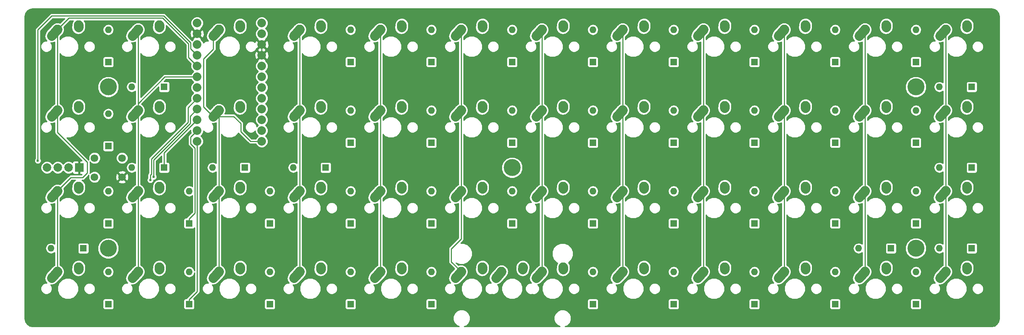
<source format=gtl>
G04 #@! TF.FileFunction,Copper,L1,Top,Signal*
%FSLAX46Y46*%
G04 Gerber Fmt 4.6, Leading zero omitted, Abs format (unit mm)*
G04 Created by KiCad (PCBNEW 4.0.7) date 02/08/18 16:32:19*
%MOMM*%
%LPD*%
G01*
G04 APERTURE LIST*
%ADD10C,0.100000*%
%ADD11C,2.000000*%
%ADD12R,2.000000X2.000000*%
%ADD13R,1.600000X1.600000*%
%ADD14O,1.600000X1.600000*%
%ADD15C,2.250000*%
%ADD16C,2.250000*%
%ADD17C,2.032000*%
%ADD18C,1.800000*%
%ADD19C,4.000000*%
%ADD20C,0.600000*%
%ADD21C,0.250000*%
%ADD22C,0.254000*%
G04 APERTURE END LIST*
D10*
D11*
X35687000Y-66675000D03*
X38227000Y-66675000D03*
X33147000Y-66675000D03*
D12*
X40767000Y-66675000D03*
D13*
X47625000Y-41751250D03*
D14*
X47625000Y-34131250D03*
D13*
X60801250Y-47625000D03*
D14*
X53181250Y-47625000D03*
D13*
X79851250Y-66675000D03*
D14*
X72231250Y-66675000D03*
D13*
X104775000Y-41751250D03*
D14*
X104775000Y-34131250D03*
D13*
X123825000Y-41751250D03*
D14*
X123825000Y-34131250D03*
D13*
X142875000Y-41751250D03*
D14*
X142875000Y-34131250D03*
D13*
X161925000Y-41751250D03*
D14*
X161925000Y-34131250D03*
D13*
X180975000Y-41751250D03*
D14*
X180975000Y-34131250D03*
D13*
X200025000Y-41751250D03*
D14*
X200025000Y-34131250D03*
D13*
X219075000Y-41751250D03*
D14*
X219075000Y-34131250D03*
D13*
X238125000Y-41751250D03*
D14*
X238125000Y-34131250D03*
D13*
X251301250Y-47625000D03*
D14*
X243681250Y-47625000D03*
D13*
X47625000Y-61595000D03*
D14*
X47625000Y-53975000D03*
D13*
X60801250Y-66675000D03*
D14*
X53181250Y-66675000D03*
D13*
X98901250Y-66675000D03*
D14*
X91281250Y-66675000D03*
D13*
X104775000Y-60801250D03*
D14*
X104775000Y-53181250D03*
D13*
X123825000Y-60801250D03*
D14*
X123825000Y-53181250D03*
D13*
X142875000Y-60801250D03*
D14*
X142875000Y-53181250D03*
D13*
X161925000Y-60801250D03*
D14*
X161925000Y-53181250D03*
D13*
X180975000Y-60801250D03*
D14*
X180975000Y-53181250D03*
D13*
X200025000Y-60801250D03*
D14*
X200025000Y-53181250D03*
D13*
X219075000Y-60801250D03*
D14*
X219075000Y-53181250D03*
D13*
X238125000Y-60801250D03*
D14*
X238125000Y-53181250D03*
D13*
X251301250Y-66675000D03*
D14*
X243681250Y-66675000D03*
D13*
X47625000Y-79851250D03*
D14*
X47625000Y-72231250D03*
D13*
X66675000Y-79851250D03*
D14*
X66675000Y-72231250D03*
D13*
X85725000Y-79851250D03*
D14*
X85725000Y-72231250D03*
D13*
X104775000Y-79851250D03*
D14*
X104775000Y-72231250D03*
D13*
X123825000Y-79851250D03*
D14*
X123825000Y-72231250D03*
D13*
X142875000Y-79851250D03*
D14*
X142875000Y-72231250D03*
D13*
X161925000Y-79851250D03*
D14*
X161925000Y-72231250D03*
D13*
X180975000Y-79851250D03*
D14*
X180975000Y-72231250D03*
D13*
X200025000Y-79851250D03*
D14*
X200025000Y-72231250D03*
D13*
X219075000Y-79851250D03*
D14*
X219075000Y-72231250D03*
D13*
X232251250Y-85725000D03*
D14*
X224631250Y-85725000D03*
D13*
X238125000Y-79851250D03*
D14*
X238125000Y-72231250D03*
D13*
X41751250Y-85725000D03*
D14*
X34131250Y-85725000D03*
D13*
X47625000Y-98901250D03*
D14*
X47625000Y-91281250D03*
D13*
X66675000Y-98901250D03*
D14*
X66675000Y-91281250D03*
D13*
X85725000Y-98901250D03*
D14*
X85725000Y-91281250D03*
D13*
X104775000Y-98901250D03*
D14*
X104775000Y-91281250D03*
D13*
X123825000Y-98901250D03*
D14*
X123825000Y-91281250D03*
D13*
X161925000Y-98901250D03*
D14*
X161925000Y-91281250D03*
D13*
X180975000Y-98901250D03*
D14*
X180975000Y-91281250D03*
D13*
X200025000Y-98901250D03*
D14*
X200025000Y-91281250D03*
D13*
X219075000Y-98901250D03*
D14*
X219075000Y-91281250D03*
D13*
X238125000Y-98901250D03*
D14*
X238125000Y-91281250D03*
D13*
X251301250Y-85725000D03*
D14*
X243681250Y-85725000D03*
D15*
X40600000Y-33600000D02*
X40640000Y-33020000D01*
D16*
X40640000Y-33020000D03*
D15*
X34290000Y-35560000D02*
X35600000Y-34100000D01*
D16*
X35600000Y-34100000D03*
D15*
X59650000Y-33600000D02*
X59690000Y-33020000D01*
D16*
X59690000Y-33020000D03*
D15*
X53340000Y-35560000D02*
X54650000Y-34100000D01*
D16*
X54650000Y-34100000D03*
D15*
X78700000Y-33600000D02*
X78740000Y-33020000D01*
D16*
X78740000Y-33020000D03*
D15*
X72390000Y-35560000D02*
X73700000Y-34100000D01*
D16*
X73700000Y-34100000D03*
D15*
X97750000Y-33600000D02*
X97790000Y-33020000D01*
D16*
X97790000Y-33020000D03*
D15*
X91440000Y-35560000D02*
X92750000Y-34100000D01*
D16*
X92750000Y-34100000D03*
D15*
X116800000Y-33600000D02*
X116840000Y-33020000D01*
D16*
X116840000Y-33020000D03*
D15*
X110490000Y-35560000D02*
X111800000Y-34100000D01*
D16*
X111800000Y-34100000D03*
D15*
X135850000Y-33600000D02*
X135890000Y-33020000D01*
D16*
X135890000Y-33020000D03*
D15*
X129540000Y-35560000D02*
X130850000Y-34100000D01*
D16*
X130850000Y-34100000D03*
D15*
X154900000Y-33600000D02*
X154940000Y-33020000D01*
D16*
X154940000Y-33020000D03*
D15*
X148590000Y-35560000D02*
X149900000Y-34100000D01*
D16*
X149900000Y-34100000D03*
D15*
X173950000Y-33600000D02*
X173990000Y-33020000D01*
D16*
X173990000Y-33020000D03*
D15*
X167640000Y-35560000D02*
X168950000Y-34100000D01*
D16*
X168950000Y-34100000D03*
D15*
X193000000Y-33600000D02*
X193040000Y-33020000D01*
D16*
X193040000Y-33020000D03*
D15*
X186690000Y-35560000D02*
X188000000Y-34100000D01*
D16*
X188000000Y-34100000D03*
D15*
X212050000Y-33600000D02*
X212090000Y-33020000D01*
D16*
X212090000Y-33020000D03*
D15*
X205740000Y-35560000D02*
X207050000Y-34100000D01*
D16*
X207050000Y-34100000D03*
D15*
X231100000Y-33600000D02*
X231140000Y-33020000D01*
D16*
X231140000Y-33020000D03*
D15*
X224790000Y-35560000D02*
X226100000Y-34100000D01*
D16*
X226100000Y-34100000D03*
D15*
X250150000Y-33600000D02*
X250190000Y-33020000D01*
D16*
X250190000Y-33020000D03*
D15*
X243840000Y-35560000D02*
X245150000Y-34100000D01*
D16*
X245150000Y-34100000D03*
D15*
X40600000Y-52650000D02*
X40640000Y-52070000D01*
D16*
X40640000Y-52070000D03*
D15*
X34290000Y-54610000D02*
X35600000Y-53150000D01*
D16*
X35600000Y-53150000D03*
D15*
X59650000Y-52650000D02*
X59690000Y-52070000D01*
D16*
X59690000Y-52070000D03*
D15*
X53340000Y-54610000D02*
X54650000Y-53150000D01*
D16*
X54650000Y-53150000D03*
D15*
X78700000Y-52650000D02*
X78740000Y-52070000D01*
D16*
X78740000Y-52070000D03*
D15*
X72390000Y-54610000D02*
X73700000Y-53150000D01*
D16*
X73700000Y-53150000D03*
D15*
X97750000Y-52650000D02*
X97790000Y-52070000D01*
D16*
X97790000Y-52070000D03*
D15*
X91440000Y-54610000D02*
X92750000Y-53150000D01*
D16*
X92750000Y-53150000D03*
D15*
X116800000Y-52650000D02*
X116840000Y-52070000D01*
D16*
X116840000Y-52070000D03*
D15*
X110490000Y-54610000D02*
X111800000Y-53150000D01*
D16*
X111800000Y-53150000D03*
D15*
X135850000Y-52650000D02*
X135890000Y-52070000D01*
D16*
X135890000Y-52070000D03*
D15*
X129540000Y-54610000D02*
X130850000Y-53150000D01*
D16*
X130850000Y-53150000D03*
D15*
X154900000Y-52650000D02*
X154940000Y-52070000D01*
D16*
X154940000Y-52070000D03*
D15*
X148590000Y-54610000D02*
X149900000Y-53150000D01*
D16*
X149900000Y-53150000D03*
D15*
X173950000Y-52650000D02*
X173990000Y-52070000D01*
D16*
X173990000Y-52070000D03*
D15*
X167640000Y-54610000D02*
X168950000Y-53150000D01*
D16*
X168950000Y-53150000D03*
D15*
X193000000Y-52650000D02*
X193040000Y-52070000D01*
D16*
X193040000Y-52070000D03*
D15*
X186690000Y-54610000D02*
X188000000Y-53150000D01*
D16*
X188000000Y-53150000D03*
D15*
X212050000Y-52650000D02*
X212090000Y-52070000D01*
D16*
X212090000Y-52070000D03*
D15*
X205740000Y-54610000D02*
X207050000Y-53150000D01*
D16*
X207050000Y-53150000D03*
D15*
X231100000Y-52650000D02*
X231140000Y-52070000D01*
D16*
X231140000Y-52070000D03*
D15*
X224790000Y-54610000D02*
X226100000Y-53150000D01*
D16*
X226100000Y-53150000D03*
D15*
X250150000Y-52650000D02*
X250190000Y-52070000D01*
D16*
X250190000Y-52070000D03*
D15*
X243840000Y-54610000D02*
X245150000Y-53150000D01*
D16*
X245150000Y-53150000D03*
D15*
X40600000Y-71700000D02*
X40640000Y-71120000D01*
D16*
X40640000Y-71120000D03*
D15*
X34290000Y-73660000D02*
X35600000Y-72200000D01*
D16*
X35600000Y-72200000D03*
D15*
X59650000Y-71700000D02*
X59690000Y-71120000D01*
D16*
X59690000Y-71120000D03*
D15*
X53340000Y-73660000D02*
X54650000Y-72200000D01*
D16*
X54650000Y-72200000D03*
D15*
X78700000Y-71700000D02*
X78740000Y-71120000D01*
D16*
X78740000Y-71120000D03*
D15*
X72390000Y-73660000D02*
X73700000Y-72200000D01*
D16*
X73700000Y-72200000D03*
D15*
X97750000Y-71700000D02*
X97790000Y-71120000D01*
D16*
X97790000Y-71120000D03*
D15*
X91440000Y-73660000D02*
X92750000Y-72200000D01*
D16*
X92750000Y-72200000D03*
D15*
X116800000Y-71700000D02*
X116840000Y-71120000D01*
D16*
X116840000Y-71120000D03*
D15*
X110490000Y-73660000D02*
X111800000Y-72200000D01*
D16*
X111800000Y-72200000D03*
D15*
X135850000Y-71700000D02*
X135890000Y-71120000D01*
D16*
X135890000Y-71120000D03*
D15*
X129540000Y-73660000D02*
X130850000Y-72200000D01*
D16*
X130850000Y-72200000D03*
D15*
X154900000Y-71700000D02*
X154940000Y-71120000D01*
D16*
X154940000Y-71120000D03*
D15*
X148590000Y-73660000D02*
X149900000Y-72200000D01*
D16*
X149900000Y-72200000D03*
D15*
X173950000Y-71700000D02*
X173990000Y-71120000D01*
D16*
X173990000Y-71120000D03*
D15*
X167640000Y-73660000D02*
X168950000Y-72200000D01*
D16*
X168950000Y-72200000D03*
D15*
X193000000Y-71700000D02*
X193040000Y-71120000D01*
D16*
X193040000Y-71120000D03*
D15*
X186690000Y-73660000D02*
X188000000Y-72200000D01*
D16*
X188000000Y-72200000D03*
D15*
X212050000Y-71700000D02*
X212090000Y-71120000D01*
D16*
X212090000Y-71120000D03*
D15*
X205740000Y-73660000D02*
X207050000Y-72200000D01*
D16*
X207050000Y-72200000D03*
D15*
X231100000Y-71700000D02*
X231140000Y-71120000D01*
D16*
X231140000Y-71120000D03*
D15*
X224790000Y-73660000D02*
X226100000Y-72200000D01*
D16*
X226100000Y-72200000D03*
D15*
X250150000Y-71700000D02*
X250190000Y-71120000D01*
D16*
X250190000Y-71120000D03*
D15*
X243840000Y-73660000D02*
X245150000Y-72200000D01*
D16*
X245150000Y-72200000D03*
D15*
X40600000Y-90750000D02*
X40640000Y-90170000D01*
D16*
X40640000Y-90170000D03*
D15*
X34290000Y-92710000D02*
X35600000Y-91250000D01*
D16*
X35600000Y-91250000D03*
D15*
X59650000Y-90750000D02*
X59690000Y-90170000D01*
D16*
X59690000Y-90170000D03*
D15*
X53340000Y-92710000D02*
X54650000Y-91250000D01*
D16*
X54650000Y-91250000D03*
D15*
X78700000Y-90750000D02*
X78740000Y-90170000D01*
D16*
X78740000Y-90170000D03*
D15*
X72390000Y-92710000D02*
X73700000Y-91250000D01*
D16*
X73700000Y-91250000D03*
D15*
X97750000Y-90750000D02*
X97790000Y-90170000D01*
D16*
X97790000Y-90170000D03*
D15*
X91440000Y-92710000D02*
X92750000Y-91250000D01*
D16*
X92750000Y-91250000D03*
D15*
X116800000Y-90750000D02*
X116840000Y-90170000D01*
D16*
X116840000Y-90170000D03*
D15*
X110490000Y-92710000D02*
X111800000Y-91250000D01*
D16*
X111800000Y-91250000D03*
D15*
X135850000Y-90750000D02*
X135890000Y-90170000D01*
D16*
X135890000Y-90170000D03*
D15*
X129540000Y-92710000D02*
X130850000Y-91250000D01*
D16*
X130850000Y-91250000D03*
D15*
X154900000Y-90750000D02*
X154940000Y-90170000D01*
D16*
X154940000Y-90170000D03*
D15*
X148590000Y-92710000D02*
X149900000Y-91250000D01*
D16*
X149900000Y-91250000D03*
D15*
X173950000Y-90750000D02*
X173990000Y-90170000D01*
D16*
X173990000Y-90170000D03*
D15*
X167640000Y-92710000D02*
X168950000Y-91250000D01*
D16*
X168950000Y-91250000D03*
D15*
X193000000Y-90750000D02*
X193040000Y-90170000D01*
D16*
X193040000Y-90170000D03*
D15*
X186690000Y-92710000D02*
X188000000Y-91250000D01*
D16*
X188000000Y-91250000D03*
D15*
X212050000Y-90750000D02*
X212090000Y-90170000D01*
D16*
X212090000Y-90170000D03*
D15*
X205740000Y-92710000D02*
X207050000Y-91250000D01*
D16*
X207050000Y-91250000D03*
D15*
X231100000Y-90750000D02*
X231140000Y-90170000D01*
D16*
X231140000Y-90170000D03*
D15*
X224790000Y-92710000D02*
X226100000Y-91250000D01*
D16*
X226100000Y-91250000D03*
D15*
X250150000Y-90750000D02*
X250190000Y-90170000D01*
D16*
X250190000Y-90170000D03*
D15*
X243840000Y-92710000D02*
X245150000Y-91250000D01*
D16*
X245150000Y-91250000D03*
D15*
X145375000Y-90750000D02*
X145415000Y-90170000D01*
D16*
X145415000Y-90170000D03*
D15*
X139065000Y-92710000D02*
X140375000Y-91250000D01*
D16*
X140375000Y-91250000D03*
D17*
X83820000Y-32543750D03*
X83820000Y-35083750D03*
X83820000Y-37623750D03*
X83820000Y-40163750D03*
X83820000Y-42703750D03*
X83820000Y-45243750D03*
X83820000Y-47783750D03*
X83820000Y-50323750D03*
X83820000Y-52863750D03*
X83820000Y-55403750D03*
X83820000Y-57943750D03*
X83820000Y-60483750D03*
X68580000Y-32543750D03*
X68580000Y-35083750D03*
X68580000Y-37623750D03*
X68580000Y-40163750D03*
X68580000Y-42703750D03*
X68580000Y-45243750D03*
X68580000Y-47783750D03*
X68580000Y-50323750D03*
X68580000Y-52863750D03*
X68580000Y-55403750D03*
X68580000Y-57943750D03*
X68580000Y-60483750D03*
D18*
X44375000Y-64425000D03*
X50875000Y-68925000D03*
X44375000Y-68925000D03*
X50875000Y-64425000D03*
D19*
X142875000Y-66675000D03*
X238125000Y-85725000D03*
X47625000Y-85725000D03*
X238125000Y-47625000D03*
X47625000Y-47625000D03*
D20*
X30988000Y-65024000D03*
X57531000Y-69596000D03*
X58293000Y-68834000D03*
D21*
X68580000Y-55403750D02*
X60801250Y-63182500D01*
X60801250Y-63182500D02*
X60801250Y-66675000D01*
X68580000Y-57943750D02*
X67056000Y-59467750D01*
X67056000Y-59467750D02*
X67056000Y-61087000D01*
X67056000Y-61087000D02*
X68072000Y-62103000D01*
X68072000Y-62103000D02*
X68072000Y-77404250D01*
X68072000Y-77404250D02*
X66675000Y-78801250D01*
X66675000Y-78801250D02*
X66675000Y-79851250D01*
X68580000Y-60483750D02*
X68580000Y-95946250D01*
X68580000Y-95946250D02*
X66675000Y-97851250D01*
X66675000Y-97851250D02*
X66675000Y-98901250D01*
X35600000Y-34100000D02*
X38331000Y-31369000D01*
X38331000Y-31369000D02*
X60452000Y-31369000D01*
X66548000Y-37466410D02*
X66548000Y-40671750D01*
X60452000Y-31369000D02*
X64827990Y-35744990D01*
X64827990Y-35744990D02*
X64827991Y-35746401D01*
X64827991Y-35746401D02*
X66548000Y-37466410D01*
X66548000Y-40671750D02*
X68580000Y-42703750D01*
X35600000Y-53150000D02*
X35600000Y-58333000D01*
X41592500Y-69024500D02*
X38775500Y-69024500D01*
X35600000Y-58333000D02*
X42672000Y-65405000D01*
X42672000Y-65405000D02*
X42672000Y-67945000D01*
X42672000Y-67945000D02*
X41592500Y-69024500D01*
X38775500Y-69024500D02*
X35600000Y-72200000D01*
X35600000Y-72200000D02*
X35600000Y-91250000D01*
X35600000Y-34100000D02*
X35600000Y-39031974D01*
X35600000Y-39031974D02*
X35600000Y-53150000D01*
X68580000Y-45243750D02*
X60965260Y-45243750D01*
X60965260Y-45243750D02*
X54650000Y-51559010D01*
X54650000Y-51559010D02*
X54650000Y-53150000D01*
X54650000Y-72200000D02*
X54650000Y-73790990D01*
X54650000Y-73790990D02*
X54650000Y-91250000D01*
X54650000Y-53150000D02*
X54650000Y-72200000D01*
X54650000Y-34100000D02*
X54650000Y-47821252D01*
X54650000Y-47821252D02*
X54650000Y-53150000D01*
X72390000Y-54610000D02*
X77216000Y-54610000D01*
X77216000Y-54610000D02*
X78867000Y-56261000D01*
X78867000Y-56261000D02*
X78867000Y-58166000D01*
X78867000Y-58166000D02*
X81184750Y-60483750D01*
X81184750Y-60483750D02*
X83820000Y-60483750D01*
X70104000Y-41021000D02*
X70104000Y-52324000D01*
X70104000Y-52324000D02*
X72390000Y-54610000D01*
X72390000Y-38735000D02*
X70104000Y-41021000D01*
X72390000Y-35560000D02*
X72390000Y-38735000D01*
X73700000Y-72200000D02*
X73700000Y-91250000D01*
X73700000Y-53150000D02*
X73700000Y-72200000D01*
X92750000Y-73954000D02*
X92456000Y-73660000D01*
X92456000Y-73660000D02*
X91440000Y-73660000D01*
X92750000Y-91250000D02*
X92750000Y-73954000D01*
X92750000Y-53150000D02*
X92750000Y-72350000D01*
X92750000Y-72350000D02*
X91440000Y-73660000D01*
X92750000Y-35854000D02*
X92456000Y-35560000D01*
X92456000Y-35560000D02*
X91440000Y-35560000D01*
X92750000Y-53150000D02*
X92750000Y-35854000D01*
X111800000Y-53150000D02*
X111800000Y-34100000D01*
X111800000Y-53150000D02*
X111800000Y-72350000D01*
X111800000Y-72350000D02*
X110490000Y-73660000D01*
X111800000Y-73954000D02*
X111506000Y-73660000D01*
X111506000Y-73660000D02*
X110490000Y-73660000D01*
X111800000Y-91250000D02*
X111800000Y-73954000D01*
X128524000Y-85852000D02*
X128524000Y-88924000D01*
X128524000Y-88924000D02*
X130850000Y-91250000D01*
X130850000Y-83526000D02*
X128524000Y-85852000D01*
X130850000Y-72200000D02*
X130850000Y-83526000D01*
X130850000Y-53150000D02*
X130850000Y-72200000D01*
X130850000Y-34100000D02*
X130850000Y-53150000D01*
X149900000Y-34100000D02*
X149900000Y-53150000D01*
X149900000Y-72200000D02*
X149900000Y-53150000D01*
X149900000Y-91250000D02*
X149900000Y-89659010D01*
X149900000Y-89659010D02*
X149900000Y-72200000D01*
X168950000Y-53150000D02*
X168950000Y-37168026D01*
X168950000Y-37168026D02*
X168950000Y-34100000D01*
X168950000Y-72200000D02*
X168950000Y-70609010D01*
X168950000Y-70609010D02*
X168950000Y-53150000D01*
X168950000Y-91250000D02*
X168950000Y-89659010D01*
X168950000Y-89659010D02*
X168950000Y-72200000D01*
X188000000Y-72200000D02*
X188000000Y-91250000D01*
X188000000Y-53150000D02*
X188000000Y-72200000D01*
X188000000Y-34100000D02*
X188000000Y-53150000D01*
X207050000Y-53150000D02*
X207050000Y-34100000D01*
X207050000Y-72200000D02*
X207050000Y-70609010D01*
X207050000Y-70609010D02*
X207050000Y-53150000D01*
X207050000Y-91250000D02*
X207050000Y-72200000D01*
X226100000Y-91400000D02*
X224790000Y-92710000D01*
X226100000Y-72200000D02*
X226100000Y-91400000D01*
X226100000Y-53150000D02*
X226100000Y-54740990D01*
X226100000Y-54740990D02*
X226100000Y-72200000D01*
X226100000Y-34100000D02*
X226100000Y-53150000D01*
X245150000Y-72200000D02*
X245150000Y-73790990D01*
X245150000Y-73790990D02*
X245150000Y-91250000D01*
X245150000Y-53150000D02*
X245150000Y-72200000D01*
X245150000Y-34100000D02*
X245150000Y-35690990D01*
X245150000Y-35690990D02*
X245150000Y-53150000D01*
X83820000Y-37623750D02*
X83820000Y-40163750D01*
X74803000Y-32512000D02*
X71151750Y-32512000D01*
X71151750Y-32512000D02*
X68580000Y-35083750D01*
X78072099Y-35781099D02*
X74803000Y-32512000D01*
X83820000Y-37623750D02*
X81977349Y-35781099D01*
X81977349Y-35781099D02*
X78072099Y-35781099D01*
X30988000Y-65024000D02*
X30988000Y-34163000D01*
X30988000Y-34163000D02*
X34290000Y-30861000D01*
X34290000Y-30861000D02*
X60706000Y-30861000D01*
X60706000Y-30861000D02*
X67024250Y-37179250D01*
X67024250Y-38608000D02*
X68580000Y-40163750D01*
X67024250Y-37179250D02*
X67024250Y-38608000D01*
X68580000Y-50323750D02*
X66421000Y-52482750D01*
X66421000Y-52482750D02*
X66421000Y-56007000D01*
X66421000Y-56007000D02*
X57785000Y-64643000D01*
X57785000Y-64643000D02*
X57785000Y-68199000D01*
X57785000Y-68199000D02*
X57531000Y-68453000D01*
X57531000Y-68453000D02*
X57531000Y-69596000D01*
X68580000Y-52863750D02*
X66929000Y-54514750D01*
X58293000Y-64897000D02*
X58293000Y-65659000D01*
X66929000Y-54514750D02*
X66929000Y-56261000D01*
X66929000Y-56261000D02*
X58293000Y-64897000D01*
X58293000Y-65659000D02*
X58293000Y-68834000D01*
D22*
G36*
X256668165Y-29305436D02*
X257247853Y-29692771D01*
X257635189Y-30272461D01*
X257782625Y-31013672D01*
X257782625Y-102336328D01*
X257635189Y-103077539D01*
X257247853Y-103657229D01*
X256668165Y-104044564D01*
X255926953Y-104192000D01*
X155366032Y-104192000D01*
X155930782Y-103958650D01*
X156502891Y-103387538D01*
X156812896Y-102640963D01*
X156813602Y-101832584D01*
X156504900Y-101085468D01*
X155933788Y-100513359D01*
X155187213Y-100203354D01*
X154378834Y-100202648D01*
X153631718Y-100511350D01*
X153059609Y-101082462D01*
X152749604Y-101829037D01*
X152748898Y-102637416D01*
X153057600Y-103384532D01*
X153628712Y-103956641D01*
X154195519Y-104192000D01*
X131553532Y-104192000D01*
X132118282Y-103958650D01*
X132690391Y-103387538D01*
X133000396Y-102640963D01*
X133001102Y-101832584D01*
X132692400Y-101085468D01*
X132121288Y-100513359D01*
X131374713Y-100203354D01*
X130566334Y-100202648D01*
X129819218Y-100511350D01*
X129247109Y-101082462D01*
X128937104Y-101829037D01*
X128936398Y-102637416D01*
X129245100Y-103384532D01*
X129816212Y-103956641D01*
X130383019Y-104192000D01*
X29823047Y-104192000D01*
X29081836Y-104044564D01*
X28502146Y-103657228D01*
X28114811Y-103077540D01*
X27967375Y-102336328D01*
X27967375Y-98101250D01*
X46307048Y-98101250D01*
X46307048Y-99701250D01*
X46342470Y-99889503D01*
X46453728Y-100062403D01*
X46623488Y-100178395D01*
X46825000Y-100219202D01*
X48425000Y-100219202D01*
X48613253Y-100183780D01*
X48786153Y-100072522D01*
X48902145Y-99902762D01*
X48942952Y-99701250D01*
X48942952Y-98101250D01*
X48907530Y-97912997D01*
X48796272Y-97740097D01*
X48626512Y-97624105D01*
X48425000Y-97583298D01*
X46825000Y-97583298D01*
X46636747Y-97618720D01*
X46463847Y-97729978D01*
X46347855Y-97899738D01*
X46307048Y-98101250D01*
X27967375Y-98101250D01*
X27967375Y-66973644D01*
X31638739Y-66973644D01*
X31867835Y-67528097D01*
X32291672Y-67952674D01*
X32845724Y-68182737D01*
X33445644Y-68183261D01*
X34000097Y-67954165D01*
X34417355Y-67537634D01*
X34831672Y-67952674D01*
X35385724Y-68182737D01*
X35985644Y-68183261D01*
X36540097Y-67954165D01*
X36957355Y-67537634D01*
X37371672Y-67952674D01*
X37925724Y-68182737D01*
X38525644Y-68183261D01*
X39080097Y-67954165D01*
X39161610Y-67872794D01*
X39228673Y-68034699D01*
X39407302Y-68213327D01*
X39640691Y-68310000D01*
X40481250Y-68310000D01*
X40640000Y-68151250D01*
X40640000Y-66802000D01*
X40620000Y-66802000D01*
X40620000Y-66548000D01*
X40640000Y-66548000D01*
X40640000Y-65198750D01*
X40481250Y-65040000D01*
X39640691Y-65040000D01*
X39407302Y-65136673D01*
X39228673Y-65315301D01*
X39161744Y-65476881D01*
X39082328Y-65397326D01*
X38528276Y-65167263D01*
X37928356Y-65166739D01*
X37373903Y-65395835D01*
X36956645Y-65812366D01*
X36542328Y-65397326D01*
X35988276Y-65167263D01*
X35388356Y-65166739D01*
X34833903Y-65395835D01*
X34416645Y-65812366D01*
X34002328Y-65397326D01*
X33448276Y-65167263D01*
X32848356Y-65166739D01*
X32293903Y-65395835D01*
X31869326Y-65819672D01*
X31639263Y-66373724D01*
X31638739Y-66973644D01*
X27967375Y-66973644D01*
X27967375Y-65184016D01*
X30179860Y-65184016D01*
X30302611Y-65481097D01*
X30529707Y-65708590D01*
X30826574Y-65831860D01*
X31148016Y-65832140D01*
X31445097Y-65709389D01*
X31672590Y-65482293D01*
X31795860Y-65185426D01*
X31796140Y-64863984D01*
X31673389Y-64566903D01*
X31621000Y-64514422D01*
X31621000Y-34425198D01*
X34552197Y-31494000D01*
X37310803Y-31494000D01*
X36243542Y-32561260D01*
X36176627Y-32521607D01*
X35994129Y-32495470D01*
X35926249Y-32467284D01*
X35796532Y-32467171D01*
X35545898Y-32431276D01*
X35406910Y-32466832D01*
X35276601Y-32466718D01*
X35064055Y-32554540D01*
X34928611Y-32589189D01*
X34865222Y-32636696D01*
X34676188Y-32714803D01*
X34420715Y-32969831D01*
X34418744Y-32971308D01*
X34414525Y-32976011D01*
X34216418Y-33173772D01*
X34198618Y-33216640D01*
X33040348Y-34507536D01*
X32715523Y-35055685D01*
X32625192Y-35686414D01*
X32783105Y-36303701D01*
X33110972Y-36741179D01*
X32750884Y-36740865D01*
X32251251Y-36947309D01*
X31868653Y-37329240D01*
X31661337Y-37828512D01*
X31660865Y-38369116D01*
X31867309Y-38868749D01*
X32249240Y-39251347D01*
X32748512Y-39458663D01*
X33289116Y-39459135D01*
X33788749Y-39252691D01*
X34171347Y-38870760D01*
X34378663Y-38371488D01*
X34379135Y-37830884D01*
X34172691Y-37331251D01*
X34024675Y-37182977D01*
X34344102Y-37228724D01*
X34961389Y-37070811D01*
X34967000Y-37066606D01*
X34967000Y-51629368D01*
X34928611Y-51639189D01*
X34865222Y-51686696D01*
X34676188Y-51764803D01*
X34420715Y-52019831D01*
X34418744Y-52021308D01*
X34414525Y-52026011D01*
X34216418Y-52223772D01*
X34198618Y-52266640D01*
X33040348Y-53557536D01*
X32715523Y-54105685D01*
X32625192Y-54736414D01*
X32783105Y-55353701D01*
X33110972Y-55791179D01*
X32750884Y-55790865D01*
X32251251Y-55997309D01*
X31868653Y-56379240D01*
X31661337Y-56878512D01*
X31660865Y-57419116D01*
X31867309Y-57918749D01*
X32249240Y-58301347D01*
X32748512Y-58508663D01*
X33289116Y-58509135D01*
X33788749Y-58302691D01*
X34171347Y-57920760D01*
X34378663Y-57421488D01*
X34379135Y-56880884D01*
X34172691Y-56381251D01*
X34024675Y-56232977D01*
X34344102Y-56278724D01*
X34961389Y-56120811D01*
X34967000Y-56116606D01*
X34967000Y-58332995D01*
X34966999Y-58333000D01*
X35015184Y-58575239D01*
X35152401Y-58780599D01*
X41411803Y-65040000D01*
X41052750Y-65040000D01*
X40894000Y-65198750D01*
X40894000Y-66548000D01*
X40914000Y-66548000D01*
X40914000Y-66802000D01*
X40894000Y-66802000D01*
X40894000Y-68151250D01*
X41052750Y-68310000D01*
X41411802Y-68310000D01*
X41330302Y-68391500D01*
X38775500Y-68391500D01*
X38533261Y-68439684D01*
X38327901Y-68576901D01*
X38327899Y-68576904D01*
X36243542Y-70661260D01*
X36176627Y-70621607D01*
X35994129Y-70595470D01*
X35926249Y-70567284D01*
X35796532Y-70567171D01*
X35545898Y-70531276D01*
X35406910Y-70566832D01*
X35276601Y-70566718D01*
X35064055Y-70654540D01*
X34928611Y-70689189D01*
X34865222Y-70736696D01*
X34676188Y-70814803D01*
X34420715Y-71069831D01*
X34418744Y-71071308D01*
X34414525Y-71076011D01*
X34216418Y-71273772D01*
X34198618Y-71316640D01*
X33040348Y-72607536D01*
X32715523Y-73155685D01*
X32625192Y-73786414D01*
X32783105Y-74403701D01*
X33110972Y-74841179D01*
X32750884Y-74840865D01*
X32251251Y-75047309D01*
X31868653Y-75429240D01*
X31661337Y-75928512D01*
X31660865Y-76469116D01*
X31867309Y-76968749D01*
X32249240Y-77351347D01*
X32748512Y-77558663D01*
X33289116Y-77559135D01*
X33788749Y-77352691D01*
X34171347Y-76970760D01*
X34378663Y-76471488D01*
X34379135Y-75930884D01*
X34172691Y-75431251D01*
X34024675Y-75282977D01*
X34344102Y-75328724D01*
X34961389Y-75170811D01*
X34967000Y-75166606D01*
X34967000Y-84723417D01*
X34657425Y-84516566D01*
X34156875Y-84417000D01*
X34105625Y-84417000D01*
X33605075Y-84516566D01*
X33180729Y-84800104D01*
X32897191Y-85224450D01*
X32797625Y-85725000D01*
X32897191Y-86225550D01*
X33180729Y-86649896D01*
X33605075Y-86933434D01*
X34105625Y-87033000D01*
X34156875Y-87033000D01*
X34657425Y-86933434D01*
X34967000Y-86726583D01*
X34967000Y-89729368D01*
X34928611Y-89739189D01*
X34865222Y-89786696D01*
X34676188Y-89864803D01*
X34420715Y-90119831D01*
X34418744Y-90121308D01*
X34414525Y-90126011D01*
X34216418Y-90323772D01*
X34198618Y-90366640D01*
X33040348Y-91657536D01*
X32715523Y-92205685D01*
X32625192Y-92836414D01*
X32783105Y-93453701D01*
X33110972Y-93891179D01*
X32750884Y-93890865D01*
X32251251Y-94097309D01*
X31868653Y-94479240D01*
X31661337Y-94978512D01*
X31660865Y-95519116D01*
X31867309Y-96018749D01*
X32249240Y-96401347D01*
X32748512Y-96608663D01*
X33289116Y-96609135D01*
X33788749Y-96402691D01*
X34171347Y-96020760D01*
X34285655Y-95745475D01*
X35597667Y-95745475D01*
X35977756Y-96665361D01*
X36680937Y-97369771D01*
X37600158Y-97751465D01*
X38595475Y-97752333D01*
X39515361Y-97372244D01*
X40219771Y-96669063D01*
X40601465Y-95749842D01*
X40601666Y-95519116D01*
X41820865Y-95519116D01*
X42027309Y-96018749D01*
X42409240Y-96401347D01*
X42908512Y-96608663D01*
X43449116Y-96609135D01*
X43948749Y-96402691D01*
X44331347Y-96020760D01*
X44538663Y-95521488D01*
X44539135Y-94980884D01*
X44332691Y-94481251D01*
X43950760Y-94098653D01*
X43451488Y-93891337D01*
X42910884Y-93890865D01*
X42411251Y-94097309D01*
X42028653Y-94479240D01*
X41821337Y-94978512D01*
X41820865Y-95519116D01*
X40601666Y-95519116D01*
X40602333Y-94754525D01*
X40222244Y-93834639D01*
X39519063Y-93130229D01*
X38599842Y-92748535D01*
X37604525Y-92747667D01*
X36684639Y-93127756D01*
X35980229Y-93830937D01*
X35598535Y-94750158D01*
X35597667Y-95745475D01*
X34285655Y-95745475D01*
X34378663Y-95521488D01*
X34379135Y-94980884D01*
X34172691Y-94481251D01*
X34024675Y-94332977D01*
X34344102Y-94378724D01*
X34961389Y-94220811D01*
X35471256Y-93838692D01*
X36785472Y-92373993D01*
X36983582Y-92176228D01*
X37122015Y-91842846D01*
X37174477Y-91754315D01*
X37182743Y-91696596D01*
X37232716Y-91576249D01*
X37232916Y-91346267D01*
X37264808Y-91123586D01*
X37233218Y-91000100D01*
X37233282Y-90926601D01*
X37183748Y-90806718D01*
X37150115Y-90675244D01*
X38968277Y-90675244D01*
X39049291Y-91307238D01*
X39365992Y-91860120D01*
X39870164Y-92249722D01*
X40485053Y-92416728D01*
X41117047Y-92335714D01*
X41669929Y-92019013D01*
X42059531Y-91514841D01*
X42129934Y-91255625D01*
X46317000Y-91255625D01*
X46317000Y-91306875D01*
X46416566Y-91807425D01*
X46700104Y-92231771D01*
X47124450Y-92515309D01*
X47625000Y-92614875D01*
X48125550Y-92515309D01*
X48549896Y-92231771D01*
X48833434Y-91807425D01*
X48933000Y-91306875D01*
X48933000Y-91255625D01*
X48833434Y-90755075D01*
X48549896Y-90330729D01*
X48125550Y-90047191D01*
X47625000Y-89947625D01*
X47124450Y-90047191D01*
X46700104Y-90330729D01*
X46416566Y-90755075D01*
X46317000Y-91255625D01*
X42129934Y-91255625D01*
X42226537Y-90899952D01*
X42250726Y-90549206D01*
X42272716Y-90496249D01*
X42273282Y-89846601D01*
X42197027Y-89662049D01*
X42190709Y-89612763D01*
X42140303Y-89524766D01*
X42025197Y-89246188D01*
X41920856Y-89141664D01*
X41874008Y-89059880D01*
X41721795Y-88942256D01*
X41566228Y-88786418D01*
X41466588Y-88745044D01*
X41369836Y-88670278D01*
X41129012Y-88604869D01*
X40966249Y-88537284D01*
X40879897Y-88537209D01*
X40754947Y-88503272D01*
X40492835Y-88536872D01*
X40316601Y-88536718D01*
X40236796Y-88569693D01*
X40122953Y-88584286D01*
X39919694Y-88700716D01*
X39716188Y-88784803D01*
X39639832Y-88861026D01*
X39570070Y-88900987D01*
X39469740Y-89030822D01*
X39256418Y-89243772D01*
X39199781Y-89380169D01*
X39180469Y-89405160D01*
X39163574Y-89467364D01*
X39007284Y-89843751D01*
X39007049Y-90113045D01*
X38968277Y-90675244D01*
X37150115Y-90675244D01*
X37106895Y-90506299D01*
X37001523Y-90365699D01*
X36985197Y-90326188D01*
X36931892Y-90272790D01*
X36724776Y-89996432D01*
X36556430Y-89896673D01*
X36526228Y-89866418D01*
X36456549Y-89837485D01*
X36233000Y-89705013D01*
X36233000Y-84925000D01*
X40433298Y-84925000D01*
X40433298Y-86525000D01*
X40468720Y-86713253D01*
X40579978Y-86886153D01*
X40749738Y-87002145D01*
X40951250Y-87042952D01*
X42551250Y-87042952D01*
X42739503Y-87007530D01*
X42912403Y-86896272D01*
X43028395Y-86726512D01*
X43069202Y-86525000D01*
X43069202Y-86221683D01*
X45116565Y-86221683D01*
X45497581Y-87143812D01*
X46202477Y-87849939D01*
X47123939Y-88232564D01*
X48121683Y-88233435D01*
X49043812Y-87852419D01*
X49749939Y-87147523D01*
X50132564Y-86226061D01*
X50133435Y-85228317D01*
X49752419Y-84306188D01*
X49047523Y-83600061D01*
X48126061Y-83217436D01*
X47128317Y-83216565D01*
X46206188Y-83597581D01*
X45500061Y-84302477D01*
X45117436Y-85223939D01*
X45116565Y-86221683D01*
X43069202Y-86221683D01*
X43069202Y-84925000D01*
X43033780Y-84736747D01*
X42922522Y-84563847D01*
X42752762Y-84447855D01*
X42551250Y-84407048D01*
X40951250Y-84407048D01*
X40762997Y-84442470D01*
X40590097Y-84553728D01*
X40474105Y-84723488D01*
X40433298Y-84925000D01*
X36233000Y-84925000D01*
X36233000Y-79051250D01*
X46307048Y-79051250D01*
X46307048Y-80651250D01*
X46342470Y-80839503D01*
X46453728Y-81012403D01*
X46623488Y-81128395D01*
X46825000Y-81169202D01*
X48425000Y-81169202D01*
X48613253Y-81133780D01*
X48786153Y-81022522D01*
X48902145Y-80852762D01*
X48942952Y-80651250D01*
X48942952Y-79051250D01*
X48907530Y-78862997D01*
X48796272Y-78690097D01*
X48626512Y-78574105D01*
X48425000Y-78533298D01*
X46825000Y-78533298D01*
X46636747Y-78568720D01*
X46463847Y-78679978D01*
X46347855Y-78849738D01*
X46307048Y-79051250D01*
X36233000Y-79051250D01*
X36233000Y-77871051D01*
X36680937Y-78319771D01*
X37600158Y-78701465D01*
X38595475Y-78702333D01*
X39515361Y-78322244D01*
X40219771Y-77619063D01*
X40601465Y-76699842D01*
X40601666Y-76469116D01*
X41820865Y-76469116D01*
X42027309Y-76968749D01*
X42409240Y-77351347D01*
X42908512Y-77558663D01*
X43449116Y-77559135D01*
X43948749Y-77352691D01*
X44331347Y-76970760D01*
X44538663Y-76471488D01*
X44539135Y-75930884D01*
X44332691Y-75431251D01*
X43950760Y-75048653D01*
X43451488Y-74841337D01*
X42910884Y-74840865D01*
X42411251Y-75047309D01*
X42028653Y-75429240D01*
X41821337Y-75928512D01*
X41820865Y-76469116D01*
X40601666Y-76469116D01*
X40602333Y-75704525D01*
X40222244Y-74784639D01*
X39519063Y-74080229D01*
X38599842Y-73698535D01*
X37604525Y-73697667D01*
X36684639Y-74077756D01*
X36233000Y-74528607D01*
X36233000Y-73939725D01*
X36785472Y-73323993D01*
X36983582Y-73126228D01*
X37122015Y-72792846D01*
X37174477Y-72704315D01*
X37182743Y-72646596D01*
X37232716Y-72526249D01*
X37232916Y-72296267D01*
X37264808Y-72073586D01*
X37233218Y-71950100D01*
X37233282Y-71876601D01*
X37183748Y-71756718D01*
X37133785Y-71561413D01*
X39037697Y-69657500D01*
X39903276Y-69657500D01*
X39716188Y-69734803D01*
X39639832Y-69811026D01*
X39570070Y-69850987D01*
X39469740Y-69980822D01*
X39256418Y-70193772D01*
X39199781Y-70330169D01*
X39180469Y-70355160D01*
X39163574Y-70417364D01*
X39007284Y-70793751D01*
X39007049Y-71063045D01*
X38968277Y-71625244D01*
X39049291Y-72257238D01*
X39365992Y-72810120D01*
X39870164Y-73199722D01*
X40485053Y-73366728D01*
X41117047Y-73285714D01*
X41669929Y-72969013D01*
X42059531Y-72464841D01*
X42129934Y-72205625D01*
X46317000Y-72205625D01*
X46317000Y-72256875D01*
X46416566Y-72757425D01*
X46700104Y-73181771D01*
X47124450Y-73465309D01*
X47625000Y-73564875D01*
X48125550Y-73465309D01*
X48549896Y-73181771D01*
X48833434Y-72757425D01*
X48933000Y-72256875D01*
X48933000Y-72205625D01*
X48833434Y-71705075D01*
X48549896Y-71280729D01*
X48125550Y-70997191D01*
X47625000Y-70897625D01*
X47124450Y-70997191D01*
X46700104Y-71280729D01*
X46416566Y-71705075D01*
X46317000Y-72205625D01*
X42129934Y-72205625D01*
X42226537Y-71849952D01*
X42250726Y-71499206D01*
X42272716Y-71446249D01*
X42273282Y-70796601D01*
X42197027Y-70612049D01*
X42190709Y-70562763D01*
X42140303Y-70474766D01*
X42025197Y-70196188D01*
X41920856Y-70091664D01*
X41874008Y-70009880D01*
X41721795Y-69892256D01*
X41566228Y-69736418D01*
X41466588Y-69695044D01*
X41418004Y-69657500D01*
X41592495Y-69657500D01*
X41592500Y-69657501D01*
X41834739Y-69609316D01*
X42040099Y-69472099D01*
X43037367Y-68474830D01*
X42967245Y-68643703D01*
X42966756Y-69203840D01*
X43180660Y-69721526D01*
X43576391Y-70117948D01*
X44093703Y-70332755D01*
X44653840Y-70333244D01*
X45171526Y-70119340D01*
X45285906Y-70005159D01*
X49974446Y-70005159D01*
X50060852Y-70261643D01*
X50634336Y-70471458D01*
X51244460Y-70445839D01*
X51689148Y-70261643D01*
X51775554Y-70005159D01*
X50875000Y-69104605D01*
X49974446Y-70005159D01*
X45285906Y-70005159D01*
X45567948Y-69723609D01*
X45782755Y-69206297D01*
X45783210Y-68684336D01*
X49328542Y-68684336D01*
X49354161Y-69294460D01*
X49538357Y-69739148D01*
X49794841Y-69825554D01*
X50695395Y-68925000D01*
X51054605Y-68925000D01*
X51955159Y-69825554D01*
X52211643Y-69739148D01*
X52421458Y-69165664D01*
X52395839Y-68555540D01*
X52211643Y-68110852D01*
X51955159Y-68024446D01*
X51054605Y-68925000D01*
X50695395Y-68925000D01*
X49794841Y-68024446D01*
X49538357Y-68110852D01*
X49328542Y-68684336D01*
X45783210Y-68684336D01*
X45783244Y-68646160D01*
X45569340Y-68128474D01*
X45286202Y-67844841D01*
X49974446Y-67844841D01*
X50875000Y-68745395D01*
X51775554Y-67844841D01*
X51689148Y-67588357D01*
X51115664Y-67378542D01*
X50505540Y-67404161D01*
X50060852Y-67588357D01*
X49974446Y-67844841D01*
X45286202Y-67844841D01*
X45173609Y-67732052D01*
X44656297Y-67517245D01*
X44096160Y-67516756D01*
X43578474Y-67730660D01*
X43290443Y-68018189D01*
X43305001Y-67945000D01*
X43305000Y-67944995D01*
X43305000Y-65405000D01*
X43290365Y-65331422D01*
X43576391Y-65617948D01*
X44093703Y-65832755D01*
X44653840Y-65833244D01*
X45171526Y-65619340D01*
X45567948Y-65223609D01*
X45782755Y-64706297D01*
X45782757Y-64703840D01*
X49466756Y-64703840D01*
X49680660Y-65221526D01*
X50076391Y-65617948D01*
X50593703Y-65832755D01*
X51153840Y-65833244D01*
X51671526Y-65619340D01*
X52067948Y-65223609D01*
X52282755Y-64706297D01*
X52283244Y-64146160D01*
X52069340Y-63628474D01*
X51673609Y-63232052D01*
X51156297Y-63017245D01*
X50596160Y-63016756D01*
X50078474Y-63230660D01*
X49682052Y-63626391D01*
X49467245Y-64143703D01*
X49466756Y-64703840D01*
X45782757Y-64703840D01*
X45783244Y-64146160D01*
X45569340Y-63628474D01*
X45173609Y-63232052D01*
X44656297Y-63017245D01*
X44096160Y-63016756D01*
X43578474Y-63230660D01*
X43182052Y-63626391D01*
X42967245Y-64143703D01*
X42966756Y-64703840D01*
X43037676Y-64875479D01*
X38957198Y-60795000D01*
X46307048Y-60795000D01*
X46307048Y-62395000D01*
X46342470Y-62583253D01*
X46453728Y-62756153D01*
X46623488Y-62872145D01*
X46825000Y-62912952D01*
X48425000Y-62912952D01*
X48613253Y-62877530D01*
X48786153Y-62766272D01*
X48902145Y-62596512D01*
X48942952Y-62395000D01*
X48942952Y-60795000D01*
X48907530Y-60606747D01*
X48796272Y-60433847D01*
X48626512Y-60317855D01*
X48425000Y-60277048D01*
X46825000Y-60277048D01*
X46636747Y-60312470D01*
X46463847Y-60423728D01*
X46347855Y-60593488D01*
X46307048Y-60795000D01*
X38957198Y-60795000D01*
X37813849Y-59651651D01*
X38595475Y-59652333D01*
X39515361Y-59272244D01*
X40219771Y-58569063D01*
X40601465Y-57649842D01*
X40601666Y-57419116D01*
X41820865Y-57419116D01*
X42027309Y-57918749D01*
X42409240Y-58301347D01*
X42908512Y-58508663D01*
X43449116Y-58509135D01*
X43948749Y-58302691D01*
X44331347Y-57920760D01*
X44538663Y-57421488D01*
X44539135Y-56880884D01*
X44332691Y-56381251D01*
X43950760Y-55998653D01*
X43451488Y-55791337D01*
X42910884Y-55790865D01*
X42411251Y-55997309D01*
X42028653Y-56379240D01*
X41821337Y-56878512D01*
X41820865Y-57419116D01*
X40601666Y-57419116D01*
X40602333Y-56654525D01*
X40222244Y-55734639D01*
X39519063Y-55030229D01*
X38599842Y-54648535D01*
X37604525Y-54647667D01*
X36684639Y-55027756D01*
X36233000Y-55478607D01*
X36233000Y-54889725D01*
X36785472Y-54273993D01*
X36983582Y-54076228D01*
X37122015Y-53742846D01*
X37174477Y-53654315D01*
X37182743Y-53596596D01*
X37232716Y-53476249D01*
X37232916Y-53246267D01*
X37264808Y-53023586D01*
X37233218Y-52900100D01*
X37233282Y-52826601D01*
X37183748Y-52706718D01*
X37150115Y-52575244D01*
X38968277Y-52575244D01*
X39049291Y-53207238D01*
X39365992Y-53760120D01*
X39870164Y-54149722D01*
X40485053Y-54316728D01*
X41117047Y-54235714D01*
X41616924Y-53949375D01*
X46317000Y-53949375D01*
X46317000Y-54000625D01*
X46416566Y-54501175D01*
X46700104Y-54925521D01*
X47124450Y-55209059D01*
X47625000Y-55308625D01*
X48125550Y-55209059D01*
X48549896Y-54925521D01*
X48833434Y-54501175D01*
X48933000Y-54000625D01*
X48933000Y-53949375D01*
X48833434Y-53448825D01*
X48549896Y-53024479D01*
X48125550Y-52740941D01*
X47625000Y-52641375D01*
X47124450Y-52740941D01*
X46700104Y-53024479D01*
X46416566Y-53448825D01*
X46317000Y-53949375D01*
X41616924Y-53949375D01*
X41669929Y-53919013D01*
X42059531Y-53414841D01*
X42226537Y-52799952D01*
X42250726Y-52449206D01*
X42272716Y-52396249D01*
X42273282Y-51746601D01*
X42197027Y-51562049D01*
X42190709Y-51512763D01*
X42140303Y-51424766D01*
X42025197Y-51146188D01*
X41920856Y-51041664D01*
X41874008Y-50959880D01*
X41721795Y-50842256D01*
X41566228Y-50686418D01*
X41466588Y-50645044D01*
X41369836Y-50570278D01*
X41129012Y-50504869D01*
X40966249Y-50437284D01*
X40879897Y-50437209D01*
X40754947Y-50403272D01*
X40492835Y-50436872D01*
X40316601Y-50436718D01*
X40236796Y-50469693D01*
X40122953Y-50484286D01*
X39919694Y-50600716D01*
X39716188Y-50684803D01*
X39639832Y-50761026D01*
X39570070Y-50800987D01*
X39469740Y-50930822D01*
X39256418Y-51143772D01*
X39199781Y-51280169D01*
X39180469Y-51305160D01*
X39163574Y-51367364D01*
X39007284Y-51743751D01*
X39007049Y-52013045D01*
X38968277Y-52575244D01*
X37150115Y-52575244D01*
X37106895Y-52406299D01*
X37001523Y-52265699D01*
X36985197Y-52226188D01*
X36931892Y-52172790D01*
X36724776Y-51896432D01*
X36556430Y-51796673D01*
X36526228Y-51766418D01*
X36456549Y-51737485D01*
X36233000Y-51605013D01*
X36233000Y-48121683D01*
X45116565Y-48121683D01*
X45497581Y-49043812D01*
X46202477Y-49749939D01*
X47123939Y-50132564D01*
X48121683Y-50133435D01*
X49043812Y-49752419D01*
X49749939Y-49047523D01*
X50132564Y-48126061D01*
X50133435Y-47128317D01*
X49752419Y-46206188D01*
X49047523Y-45500061D01*
X48126061Y-45117436D01*
X47128317Y-45116565D01*
X46206188Y-45497581D01*
X45500061Y-46202477D01*
X45117436Y-47123939D01*
X45116565Y-48121683D01*
X36233000Y-48121683D01*
X36233000Y-40951250D01*
X46307048Y-40951250D01*
X46307048Y-42551250D01*
X46342470Y-42739503D01*
X46453728Y-42912403D01*
X46623488Y-43028395D01*
X46825000Y-43069202D01*
X48425000Y-43069202D01*
X48613253Y-43033780D01*
X48786153Y-42922522D01*
X48902145Y-42752762D01*
X48942952Y-42551250D01*
X48942952Y-40951250D01*
X48907530Y-40762997D01*
X48796272Y-40590097D01*
X48626512Y-40474105D01*
X48425000Y-40433298D01*
X46825000Y-40433298D01*
X46636747Y-40468720D01*
X46463847Y-40579978D01*
X46347855Y-40749738D01*
X46307048Y-40951250D01*
X36233000Y-40951250D01*
X36233000Y-39771051D01*
X36680937Y-40219771D01*
X37600158Y-40601465D01*
X38595475Y-40602333D01*
X39515361Y-40222244D01*
X40219771Y-39519063D01*
X40601465Y-38599842D01*
X40601666Y-38369116D01*
X41820865Y-38369116D01*
X42027309Y-38868749D01*
X42409240Y-39251347D01*
X42908512Y-39458663D01*
X43449116Y-39459135D01*
X43948749Y-39252691D01*
X44331347Y-38870760D01*
X44538663Y-38371488D01*
X44539135Y-37830884D01*
X44332691Y-37331251D01*
X43950760Y-36948653D01*
X43451488Y-36741337D01*
X42910884Y-36740865D01*
X42411251Y-36947309D01*
X42028653Y-37329240D01*
X41821337Y-37828512D01*
X41820865Y-38369116D01*
X40601666Y-38369116D01*
X40602333Y-37604525D01*
X40222244Y-36684639D01*
X39519063Y-35980229D01*
X38599842Y-35598535D01*
X37604525Y-35597667D01*
X36684639Y-35977756D01*
X36233000Y-36428607D01*
X36233000Y-35839725D01*
X36785472Y-35223993D01*
X36983582Y-35026228D01*
X37122015Y-34692846D01*
X37174477Y-34604315D01*
X37182743Y-34546596D01*
X37232716Y-34426249D01*
X37232916Y-34196267D01*
X37264808Y-33973586D01*
X37233218Y-33850100D01*
X37233282Y-33776601D01*
X37183748Y-33656718D01*
X37133785Y-33461413D01*
X38593197Y-32002000D01*
X39348350Y-32002000D01*
X39256418Y-32093772D01*
X39199781Y-32230169D01*
X39180469Y-32255160D01*
X39163574Y-32317364D01*
X39007284Y-32693751D01*
X39007049Y-32963045D01*
X38968277Y-33525244D01*
X39049291Y-34157238D01*
X39365992Y-34710120D01*
X39870164Y-35099722D01*
X40485053Y-35266728D01*
X41117047Y-35185714D01*
X41669929Y-34869013D01*
X42059531Y-34364841D01*
X42129934Y-34105625D01*
X46317000Y-34105625D01*
X46317000Y-34156875D01*
X46416566Y-34657425D01*
X46700104Y-35081771D01*
X47124450Y-35365309D01*
X47625000Y-35464875D01*
X48125550Y-35365309D01*
X48549896Y-35081771D01*
X48833434Y-34657425D01*
X48933000Y-34156875D01*
X48933000Y-34105625D01*
X48833434Y-33605075D01*
X48549896Y-33180729D01*
X48125550Y-32897191D01*
X47625000Y-32797625D01*
X47124450Y-32897191D01*
X46700104Y-33180729D01*
X46416566Y-33605075D01*
X46317000Y-34105625D01*
X42129934Y-34105625D01*
X42226537Y-33749952D01*
X42250726Y-33399206D01*
X42272716Y-33346249D01*
X42273282Y-32696601D01*
X42197027Y-32512049D01*
X42190709Y-32462763D01*
X42140303Y-32374766D01*
X42025197Y-32096188D01*
X41931173Y-32002000D01*
X58398350Y-32002000D01*
X58306418Y-32093772D01*
X58249781Y-32230169D01*
X58230469Y-32255160D01*
X58213574Y-32317364D01*
X58057284Y-32693751D01*
X58057049Y-32963045D01*
X58018277Y-33525244D01*
X58099291Y-34157238D01*
X58415992Y-34710120D01*
X58920164Y-35099722D01*
X59535053Y-35266728D01*
X60167047Y-35185714D01*
X60719929Y-34869013D01*
X61109531Y-34364841D01*
X61276537Y-33749952D01*
X61300726Y-33399206D01*
X61322716Y-33346249D01*
X61322900Y-33135098D01*
X64377551Y-36189748D01*
X64380392Y-36194000D01*
X65915000Y-37728608D01*
X65915000Y-40671745D01*
X65914999Y-40671750D01*
X65963184Y-40913989D01*
X66100401Y-41119349D01*
X67151347Y-42170295D01*
X67056265Y-42399278D01*
X67055736Y-43005562D01*
X67287262Y-43565899D01*
X67694737Y-43974086D01*
X67288769Y-44379346D01*
X67192682Y-44610750D01*
X60965260Y-44610750D01*
X60723021Y-44658934D01*
X60517661Y-44796151D01*
X60517659Y-44796154D01*
X55283000Y-50030812D01*
X55283000Y-39771051D01*
X55730937Y-40219771D01*
X56650158Y-40601465D01*
X57645475Y-40602333D01*
X58565361Y-40222244D01*
X59269771Y-39519063D01*
X59651465Y-38599842D01*
X59651666Y-38369116D01*
X60870865Y-38369116D01*
X61077309Y-38868749D01*
X61459240Y-39251347D01*
X61958512Y-39458663D01*
X62499116Y-39459135D01*
X62998749Y-39252691D01*
X63381347Y-38870760D01*
X63588663Y-38371488D01*
X63589135Y-37830884D01*
X63382691Y-37331251D01*
X63000760Y-36948653D01*
X62501488Y-36741337D01*
X61960884Y-36740865D01*
X61461251Y-36947309D01*
X61078653Y-37329240D01*
X60871337Y-37828512D01*
X60870865Y-38369116D01*
X59651666Y-38369116D01*
X59652333Y-37604525D01*
X59272244Y-36684639D01*
X58569063Y-35980229D01*
X57649842Y-35598535D01*
X56654525Y-35597667D01*
X55734639Y-35977756D01*
X55283000Y-36428607D01*
X55283000Y-35839725D01*
X55835472Y-35223993D01*
X56033582Y-35026228D01*
X56172015Y-34692846D01*
X56224477Y-34604315D01*
X56232743Y-34546596D01*
X56282716Y-34426249D01*
X56282916Y-34196267D01*
X56314808Y-33973586D01*
X56283218Y-33850100D01*
X56283282Y-33776601D01*
X56233748Y-33656718D01*
X56156895Y-33356299D01*
X56051523Y-33215699D01*
X56035197Y-33176188D01*
X55981892Y-33122790D01*
X55774776Y-32846432D01*
X55606430Y-32746673D01*
X55576228Y-32716418D01*
X55506549Y-32687485D01*
X55226627Y-32521607D01*
X55044129Y-32495470D01*
X54976249Y-32467284D01*
X54846532Y-32467171D01*
X54595898Y-32431276D01*
X54456910Y-32466832D01*
X54326601Y-32466718D01*
X54114055Y-32554540D01*
X53978611Y-32589189D01*
X53915222Y-32636696D01*
X53726188Y-32714803D01*
X53470715Y-32969831D01*
X53468744Y-32971308D01*
X53464525Y-32976011D01*
X53266418Y-33173772D01*
X53248618Y-33216640D01*
X52090348Y-34507536D01*
X51765523Y-35055685D01*
X51675192Y-35686414D01*
X51833105Y-36303701D01*
X52160972Y-36741179D01*
X51800884Y-36740865D01*
X51301251Y-36947309D01*
X50918653Y-37329240D01*
X50711337Y-37828512D01*
X50710865Y-38369116D01*
X50917309Y-38868749D01*
X51299240Y-39251347D01*
X51798512Y-39458663D01*
X52339116Y-39459135D01*
X52838749Y-39252691D01*
X53221347Y-38870760D01*
X53428663Y-38371488D01*
X53429135Y-37830884D01*
X53222691Y-37331251D01*
X53074675Y-37182977D01*
X53394102Y-37228724D01*
X54011389Y-37070811D01*
X54017000Y-37066606D01*
X54017000Y-46623417D01*
X53707425Y-46416566D01*
X53206875Y-46317000D01*
X53155625Y-46317000D01*
X52655075Y-46416566D01*
X52230729Y-46700104D01*
X51947191Y-47124450D01*
X51847625Y-47625000D01*
X51947191Y-48125550D01*
X52230729Y-48549896D01*
X52655075Y-48833434D01*
X53155625Y-48933000D01*
X53206875Y-48933000D01*
X53707425Y-48833434D01*
X54017000Y-48626583D01*
X54017000Y-51559005D01*
X54016999Y-51559010D01*
X54017000Y-51559015D01*
X54017000Y-51629368D01*
X53978611Y-51639189D01*
X53915222Y-51686696D01*
X53726188Y-51764803D01*
X53470715Y-52019831D01*
X53468744Y-52021308D01*
X53464525Y-52026011D01*
X53266418Y-52223772D01*
X53248618Y-52266640D01*
X52090348Y-53557536D01*
X51765523Y-54105685D01*
X51675192Y-54736414D01*
X51833105Y-55353701D01*
X52160972Y-55791179D01*
X51800884Y-55790865D01*
X51301251Y-55997309D01*
X50918653Y-56379240D01*
X50711337Y-56878512D01*
X50710865Y-57419116D01*
X50917309Y-57918749D01*
X51299240Y-58301347D01*
X51798512Y-58508663D01*
X52339116Y-58509135D01*
X52838749Y-58302691D01*
X53221347Y-57920760D01*
X53428663Y-57421488D01*
X53429135Y-56880884D01*
X53222691Y-56381251D01*
X53074675Y-56232977D01*
X53394102Y-56278724D01*
X54011389Y-56120811D01*
X54017000Y-56116606D01*
X54017000Y-65673417D01*
X53707425Y-65466566D01*
X53206875Y-65367000D01*
X53155625Y-65367000D01*
X52655075Y-65466566D01*
X52230729Y-65750104D01*
X51947191Y-66174450D01*
X51847625Y-66675000D01*
X51947191Y-67175550D01*
X52230729Y-67599896D01*
X52655075Y-67883434D01*
X53155625Y-67983000D01*
X53206875Y-67983000D01*
X53707425Y-67883434D01*
X54017000Y-67676583D01*
X54017000Y-70679368D01*
X53978611Y-70689189D01*
X53915222Y-70736696D01*
X53726188Y-70814803D01*
X53470715Y-71069831D01*
X53468744Y-71071308D01*
X53464525Y-71076011D01*
X53266418Y-71273772D01*
X53248618Y-71316640D01*
X52090348Y-72607536D01*
X51765523Y-73155685D01*
X51675192Y-73786414D01*
X51833105Y-74403701D01*
X52160972Y-74841179D01*
X51800884Y-74840865D01*
X51301251Y-75047309D01*
X50918653Y-75429240D01*
X50711337Y-75928512D01*
X50710865Y-76469116D01*
X50917309Y-76968749D01*
X51299240Y-77351347D01*
X51798512Y-77558663D01*
X52339116Y-77559135D01*
X52838749Y-77352691D01*
X53221347Y-76970760D01*
X53428663Y-76471488D01*
X53429135Y-75930884D01*
X53222691Y-75431251D01*
X53074675Y-75282977D01*
X53394102Y-75328724D01*
X54011389Y-75170811D01*
X54017000Y-75166606D01*
X54017000Y-89729368D01*
X53978611Y-89739189D01*
X53915222Y-89786696D01*
X53726188Y-89864803D01*
X53470715Y-90119831D01*
X53468744Y-90121308D01*
X53464525Y-90126011D01*
X53266418Y-90323772D01*
X53248618Y-90366640D01*
X52090348Y-91657536D01*
X51765523Y-92205685D01*
X51675192Y-92836414D01*
X51833105Y-93453701D01*
X52160972Y-93891179D01*
X51800884Y-93890865D01*
X51301251Y-94097309D01*
X50918653Y-94479240D01*
X50711337Y-94978512D01*
X50710865Y-95519116D01*
X50917309Y-96018749D01*
X51299240Y-96401347D01*
X51798512Y-96608663D01*
X52339116Y-96609135D01*
X52838749Y-96402691D01*
X53221347Y-96020760D01*
X53335655Y-95745475D01*
X54647667Y-95745475D01*
X55027756Y-96665361D01*
X55730937Y-97369771D01*
X56650158Y-97751465D01*
X57645475Y-97752333D01*
X58565361Y-97372244D01*
X59269771Y-96669063D01*
X59651465Y-95749842D01*
X59651666Y-95519116D01*
X60870865Y-95519116D01*
X61077309Y-96018749D01*
X61459240Y-96401347D01*
X61958512Y-96608663D01*
X62499116Y-96609135D01*
X62998749Y-96402691D01*
X63381347Y-96020760D01*
X63588663Y-95521488D01*
X63589135Y-94980884D01*
X63382691Y-94481251D01*
X63000760Y-94098653D01*
X62501488Y-93891337D01*
X61960884Y-93890865D01*
X61461251Y-94097309D01*
X61078653Y-94479240D01*
X60871337Y-94978512D01*
X60870865Y-95519116D01*
X59651666Y-95519116D01*
X59652333Y-94754525D01*
X59272244Y-93834639D01*
X58569063Y-93130229D01*
X57649842Y-92748535D01*
X56654525Y-92747667D01*
X55734639Y-93127756D01*
X55030229Y-93830937D01*
X54648535Y-94750158D01*
X54647667Y-95745475D01*
X53335655Y-95745475D01*
X53428663Y-95521488D01*
X53429135Y-94980884D01*
X53222691Y-94481251D01*
X53074675Y-94332977D01*
X53394102Y-94378724D01*
X54011389Y-94220811D01*
X54521256Y-93838692D01*
X55835472Y-92373993D01*
X56033582Y-92176228D01*
X56172015Y-91842846D01*
X56224477Y-91754315D01*
X56232743Y-91696596D01*
X56282716Y-91576249D01*
X56282916Y-91346267D01*
X56314808Y-91123586D01*
X56283218Y-91000100D01*
X56283282Y-90926601D01*
X56233748Y-90806718D01*
X56200115Y-90675244D01*
X58018277Y-90675244D01*
X58099291Y-91307238D01*
X58415992Y-91860120D01*
X58920164Y-92249722D01*
X59535053Y-92416728D01*
X60167047Y-92335714D01*
X60719929Y-92019013D01*
X61109531Y-91514841D01*
X61276537Y-90899952D01*
X61300726Y-90549206D01*
X61322716Y-90496249D01*
X61323282Y-89846601D01*
X61247027Y-89662049D01*
X61240709Y-89612763D01*
X61190303Y-89524766D01*
X61075197Y-89246188D01*
X60970856Y-89141664D01*
X60924008Y-89059880D01*
X60771795Y-88942256D01*
X60616228Y-88786418D01*
X60516588Y-88745044D01*
X60419836Y-88670278D01*
X60179012Y-88604869D01*
X60016249Y-88537284D01*
X59929897Y-88537209D01*
X59804947Y-88503272D01*
X59542835Y-88536872D01*
X59366601Y-88536718D01*
X59286796Y-88569693D01*
X59172953Y-88584286D01*
X58969694Y-88700716D01*
X58766188Y-88784803D01*
X58689832Y-88861026D01*
X58620070Y-88900987D01*
X58519740Y-89030822D01*
X58306418Y-89243772D01*
X58249781Y-89380169D01*
X58230469Y-89405160D01*
X58213574Y-89467364D01*
X58057284Y-89843751D01*
X58057049Y-90113045D01*
X58018277Y-90675244D01*
X56200115Y-90675244D01*
X56156895Y-90506299D01*
X56051523Y-90365699D01*
X56035197Y-90326188D01*
X55981892Y-90272790D01*
X55774776Y-89996432D01*
X55606430Y-89896673D01*
X55576228Y-89866418D01*
X55506549Y-89837485D01*
X55283000Y-89705013D01*
X55283000Y-77871051D01*
X55730937Y-78319771D01*
X56650158Y-78701465D01*
X57645475Y-78702333D01*
X58565361Y-78322244D01*
X59269771Y-77619063D01*
X59651465Y-76699842D01*
X59651666Y-76469116D01*
X60870865Y-76469116D01*
X61077309Y-76968749D01*
X61459240Y-77351347D01*
X61958512Y-77558663D01*
X62499116Y-77559135D01*
X62998749Y-77352691D01*
X63381347Y-76970760D01*
X63588663Y-76471488D01*
X63589135Y-75930884D01*
X63382691Y-75431251D01*
X63000760Y-75048653D01*
X62501488Y-74841337D01*
X61960884Y-74840865D01*
X61461251Y-75047309D01*
X61078653Y-75429240D01*
X60871337Y-75928512D01*
X60870865Y-76469116D01*
X59651666Y-76469116D01*
X59652333Y-75704525D01*
X59272244Y-74784639D01*
X58569063Y-74080229D01*
X57649842Y-73698535D01*
X56654525Y-73697667D01*
X55734639Y-74077756D01*
X55283000Y-74528607D01*
X55283000Y-73939725D01*
X55835472Y-73323993D01*
X56033582Y-73126228D01*
X56172015Y-72792846D01*
X56224477Y-72704315D01*
X56232743Y-72646596D01*
X56282716Y-72526249D01*
X56282916Y-72296267D01*
X56314808Y-72073586D01*
X56283218Y-71950100D01*
X56283282Y-71876601D01*
X56233748Y-71756718D01*
X56200115Y-71625244D01*
X58018277Y-71625244D01*
X58099291Y-72257238D01*
X58415992Y-72810120D01*
X58920164Y-73199722D01*
X59535053Y-73366728D01*
X60167047Y-73285714D01*
X60719929Y-72969013D01*
X61109531Y-72464841D01*
X61276537Y-71849952D01*
X61300726Y-71499206D01*
X61322716Y-71446249D01*
X61323282Y-70796601D01*
X61247027Y-70612049D01*
X61240709Y-70562763D01*
X61190303Y-70474766D01*
X61075197Y-70196188D01*
X60970856Y-70091664D01*
X60924008Y-70009880D01*
X60771795Y-69892256D01*
X60616228Y-69736418D01*
X60516588Y-69695044D01*
X60419836Y-69620278D01*
X60179012Y-69554869D01*
X60016249Y-69487284D01*
X59929897Y-69487209D01*
X59804947Y-69453272D01*
X59542835Y-69486872D01*
X59366601Y-69486718D01*
X59286796Y-69519693D01*
X59172953Y-69534286D01*
X58969694Y-69650716D01*
X58766188Y-69734803D01*
X58689832Y-69811026D01*
X58620070Y-69850987D01*
X58519740Y-69980822D01*
X58306418Y-70193772D01*
X58249781Y-70330169D01*
X58230469Y-70355160D01*
X58213574Y-70417364D01*
X58057284Y-70793751D01*
X58057049Y-71063045D01*
X58018277Y-71625244D01*
X56200115Y-71625244D01*
X56156895Y-71456299D01*
X56051523Y-71315699D01*
X56035197Y-71276188D01*
X55981892Y-71222790D01*
X55774776Y-70946432D01*
X55606430Y-70846673D01*
X55576228Y-70816418D01*
X55506549Y-70787485D01*
X55283000Y-70655013D01*
X55283000Y-58821051D01*
X55730937Y-59269771D01*
X56650158Y-59651465D01*
X57645475Y-59652333D01*
X58565361Y-59272244D01*
X59269771Y-58569063D01*
X59651465Y-57649842D01*
X59651666Y-57419116D01*
X60870865Y-57419116D01*
X61077309Y-57918749D01*
X61459240Y-58301347D01*
X61958512Y-58508663D01*
X62499116Y-58509135D01*
X62998749Y-58302691D01*
X63381347Y-57920760D01*
X63588663Y-57421488D01*
X63589135Y-56880884D01*
X63382691Y-56381251D01*
X63000760Y-55998653D01*
X62501488Y-55791337D01*
X61960884Y-55790865D01*
X61461251Y-55997309D01*
X61078653Y-56379240D01*
X60871337Y-56878512D01*
X60870865Y-57419116D01*
X59651666Y-57419116D01*
X59652333Y-56654525D01*
X59272244Y-55734639D01*
X58569063Y-55030229D01*
X57649842Y-54648535D01*
X56654525Y-54647667D01*
X55734639Y-55027756D01*
X55283000Y-55478607D01*
X55283000Y-54889725D01*
X55835472Y-54273993D01*
X56033582Y-54076228D01*
X56172015Y-53742846D01*
X56224477Y-53654315D01*
X56232743Y-53596596D01*
X56282716Y-53476249D01*
X56282916Y-53246267D01*
X56314808Y-53023586D01*
X56283218Y-52900100D01*
X56283282Y-52826601D01*
X56233748Y-52706718D01*
X56200115Y-52575244D01*
X58018277Y-52575244D01*
X58099291Y-53207238D01*
X58415992Y-53760120D01*
X58920164Y-54149722D01*
X59535053Y-54316728D01*
X60167047Y-54235714D01*
X60719929Y-53919013D01*
X61109531Y-53414841D01*
X61276537Y-52799952D01*
X61300726Y-52449206D01*
X61322716Y-52396249D01*
X61323282Y-51746601D01*
X61247027Y-51562049D01*
X61240709Y-51512763D01*
X61190303Y-51424766D01*
X61075197Y-51146188D01*
X60970856Y-51041664D01*
X60924008Y-50959880D01*
X60771795Y-50842256D01*
X60616228Y-50686418D01*
X60516588Y-50645044D01*
X60419836Y-50570278D01*
X60179012Y-50504869D01*
X60016249Y-50437284D01*
X59929897Y-50437209D01*
X59804947Y-50403272D01*
X59542835Y-50436872D01*
X59366601Y-50436718D01*
X59286796Y-50469693D01*
X59172953Y-50484286D01*
X58969694Y-50600716D01*
X58766188Y-50684803D01*
X58689832Y-50761026D01*
X58620070Y-50800987D01*
X58519740Y-50930822D01*
X58306418Y-51143772D01*
X58249781Y-51280169D01*
X58230469Y-51305160D01*
X58213574Y-51367364D01*
X58057284Y-51743751D01*
X58057049Y-52013045D01*
X58018277Y-52575244D01*
X56200115Y-52575244D01*
X56156895Y-52406299D01*
X56051523Y-52265699D01*
X56035197Y-52226188D01*
X55981892Y-52172790D01*
X55774776Y-51896432D01*
X55606430Y-51796673D01*
X55576228Y-51766418D01*
X55506549Y-51737485D01*
X55418751Y-51685457D01*
X59483298Y-47620909D01*
X59483298Y-48425000D01*
X59518720Y-48613253D01*
X59629978Y-48786153D01*
X59799738Y-48902145D01*
X60001250Y-48942952D01*
X61601250Y-48942952D01*
X61789503Y-48907530D01*
X61962403Y-48796272D01*
X62078395Y-48626512D01*
X62119202Y-48425000D01*
X62119202Y-46825000D01*
X62083780Y-46636747D01*
X61972522Y-46463847D01*
X61802762Y-46347855D01*
X61601250Y-46307048D01*
X60797159Y-46307048D01*
X61227457Y-45876750D01*
X67192580Y-45876750D01*
X67287262Y-46105899D01*
X67694737Y-46514086D01*
X67288769Y-46919346D01*
X67056265Y-47479278D01*
X67055736Y-48085562D01*
X67287262Y-48645899D01*
X67694737Y-49054086D01*
X67288769Y-49459346D01*
X67056265Y-50019278D01*
X67055736Y-50625562D01*
X67151419Y-50857133D01*
X65973401Y-52035151D01*
X65836184Y-52240511D01*
X65787999Y-52482750D01*
X65788000Y-52482755D01*
X65788000Y-55744803D01*
X57337401Y-64195401D01*
X57200184Y-64400761D01*
X57151999Y-64643000D01*
X57152000Y-64643005D01*
X57152000Y-67936802D01*
X57083401Y-68005401D01*
X56946184Y-68210761D01*
X56897999Y-68453000D01*
X56898000Y-68453005D01*
X56898000Y-69086207D01*
X56846410Y-69137707D01*
X56723140Y-69434574D01*
X56722860Y-69756016D01*
X56845611Y-70053097D01*
X57072707Y-70280590D01*
X57369574Y-70403860D01*
X57691016Y-70404140D01*
X57988097Y-70281389D01*
X58215590Y-70054293D01*
X58338860Y-69757426D01*
X58338961Y-69642041D01*
X58453016Y-69642140D01*
X58750097Y-69519389D01*
X58977590Y-69292293D01*
X59100860Y-68995426D01*
X59101140Y-68673984D01*
X58978389Y-68376903D01*
X58926000Y-68324422D01*
X58926000Y-65159198D01*
X60168250Y-63916948D01*
X60168250Y-65357048D01*
X60001250Y-65357048D01*
X59812997Y-65392470D01*
X59640097Y-65503728D01*
X59524105Y-65673488D01*
X59483298Y-65875000D01*
X59483298Y-67475000D01*
X59518720Y-67663253D01*
X59629978Y-67836153D01*
X59799738Y-67952145D01*
X60001250Y-67992952D01*
X61601250Y-67992952D01*
X61789503Y-67957530D01*
X61962403Y-67846272D01*
X62078395Y-67676512D01*
X62119202Y-67475000D01*
X62119202Y-65875000D01*
X62083780Y-65686747D01*
X61972522Y-65513847D01*
X61802762Y-65397855D01*
X61601250Y-65357048D01*
X61434250Y-65357048D01*
X61434250Y-63444698D01*
X67056105Y-57822842D01*
X67055736Y-58245562D01*
X67151419Y-58477133D01*
X66608401Y-59020151D01*
X66471184Y-59225511D01*
X66422999Y-59467750D01*
X66423000Y-59467755D01*
X66423000Y-61086995D01*
X66422999Y-61087000D01*
X66471184Y-61329239D01*
X66608401Y-61534599D01*
X67439000Y-62365198D01*
X67439000Y-71173222D01*
X67175550Y-70997191D01*
X66675000Y-70897625D01*
X66174450Y-70997191D01*
X65750104Y-71280729D01*
X65466566Y-71705075D01*
X65367000Y-72205625D01*
X65367000Y-72256875D01*
X65466566Y-72757425D01*
X65750104Y-73181771D01*
X66174450Y-73465309D01*
X66675000Y-73564875D01*
X67175550Y-73465309D01*
X67439000Y-73289278D01*
X67439000Y-77142053D01*
X66227401Y-78353651D01*
X66107365Y-78533298D01*
X65875000Y-78533298D01*
X65686747Y-78568720D01*
X65513847Y-78679978D01*
X65397855Y-78849738D01*
X65357048Y-79051250D01*
X65357048Y-80651250D01*
X65392470Y-80839503D01*
X65503728Y-81012403D01*
X65673488Y-81128395D01*
X65875000Y-81169202D01*
X67475000Y-81169202D01*
X67663253Y-81133780D01*
X67836153Y-81022522D01*
X67947000Y-80860292D01*
X67947000Y-91074642D01*
X67883434Y-90755075D01*
X67599896Y-90330729D01*
X67175550Y-90047191D01*
X66675000Y-89947625D01*
X66174450Y-90047191D01*
X65750104Y-90330729D01*
X65466566Y-90755075D01*
X65367000Y-91255625D01*
X65367000Y-91306875D01*
X65466566Y-91807425D01*
X65750104Y-92231771D01*
X66174450Y-92515309D01*
X66675000Y-92614875D01*
X67175550Y-92515309D01*
X67599896Y-92231771D01*
X67883434Y-91807425D01*
X67947000Y-91487858D01*
X67947000Y-95684053D01*
X66227401Y-97403651D01*
X66107365Y-97583298D01*
X65875000Y-97583298D01*
X65686747Y-97618720D01*
X65513847Y-97729978D01*
X65397855Y-97899738D01*
X65357048Y-98101250D01*
X65357048Y-99701250D01*
X65392470Y-99889503D01*
X65503728Y-100062403D01*
X65673488Y-100178395D01*
X65875000Y-100219202D01*
X67475000Y-100219202D01*
X67663253Y-100183780D01*
X67836153Y-100072522D01*
X67952145Y-99902762D01*
X67992952Y-99701250D01*
X67992952Y-98101250D01*
X84407048Y-98101250D01*
X84407048Y-99701250D01*
X84442470Y-99889503D01*
X84553728Y-100062403D01*
X84723488Y-100178395D01*
X84925000Y-100219202D01*
X86525000Y-100219202D01*
X86713253Y-100183780D01*
X86886153Y-100072522D01*
X87002145Y-99902762D01*
X87042952Y-99701250D01*
X87042952Y-98101250D01*
X103457048Y-98101250D01*
X103457048Y-99701250D01*
X103492470Y-99889503D01*
X103603728Y-100062403D01*
X103773488Y-100178395D01*
X103975000Y-100219202D01*
X105575000Y-100219202D01*
X105763253Y-100183780D01*
X105936153Y-100072522D01*
X106052145Y-99902762D01*
X106092952Y-99701250D01*
X106092952Y-98101250D01*
X122507048Y-98101250D01*
X122507048Y-99701250D01*
X122542470Y-99889503D01*
X122653728Y-100062403D01*
X122823488Y-100178395D01*
X123025000Y-100219202D01*
X124625000Y-100219202D01*
X124813253Y-100183780D01*
X124986153Y-100072522D01*
X125102145Y-99902762D01*
X125142952Y-99701250D01*
X125142952Y-98101250D01*
X160607048Y-98101250D01*
X160607048Y-99701250D01*
X160642470Y-99889503D01*
X160753728Y-100062403D01*
X160923488Y-100178395D01*
X161125000Y-100219202D01*
X162725000Y-100219202D01*
X162913253Y-100183780D01*
X163086153Y-100072522D01*
X163202145Y-99902762D01*
X163242952Y-99701250D01*
X163242952Y-98101250D01*
X179657048Y-98101250D01*
X179657048Y-99701250D01*
X179692470Y-99889503D01*
X179803728Y-100062403D01*
X179973488Y-100178395D01*
X180175000Y-100219202D01*
X181775000Y-100219202D01*
X181963253Y-100183780D01*
X182136153Y-100072522D01*
X182252145Y-99902762D01*
X182292952Y-99701250D01*
X182292952Y-98101250D01*
X198707048Y-98101250D01*
X198707048Y-99701250D01*
X198742470Y-99889503D01*
X198853728Y-100062403D01*
X199023488Y-100178395D01*
X199225000Y-100219202D01*
X200825000Y-100219202D01*
X201013253Y-100183780D01*
X201186153Y-100072522D01*
X201302145Y-99902762D01*
X201342952Y-99701250D01*
X201342952Y-98101250D01*
X217757048Y-98101250D01*
X217757048Y-99701250D01*
X217792470Y-99889503D01*
X217903728Y-100062403D01*
X218073488Y-100178395D01*
X218275000Y-100219202D01*
X219875000Y-100219202D01*
X220063253Y-100183780D01*
X220236153Y-100072522D01*
X220352145Y-99902762D01*
X220392952Y-99701250D01*
X220392952Y-98101250D01*
X236807048Y-98101250D01*
X236807048Y-99701250D01*
X236842470Y-99889503D01*
X236953728Y-100062403D01*
X237123488Y-100178395D01*
X237325000Y-100219202D01*
X238925000Y-100219202D01*
X239113253Y-100183780D01*
X239286153Y-100072522D01*
X239402145Y-99902762D01*
X239442952Y-99701250D01*
X239442952Y-98101250D01*
X239407530Y-97912997D01*
X239296272Y-97740097D01*
X239126512Y-97624105D01*
X238925000Y-97583298D01*
X237325000Y-97583298D01*
X237136747Y-97618720D01*
X236963847Y-97729978D01*
X236847855Y-97899738D01*
X236807048Y-98101250D01*
X220392952Y-98101250D01*
X220357530Y-97912997D01*
X220246272Y-97740097D01*
X220076512Y-97624105D01*
X219875000Y-97583298D01*
X218275000Y-97583298D01*
X218086747Y-97618720D01*
X217913847Y-97729978D01*
X217797855Y-97899738D01*
X217757048Y-98101250D01*
X201342952Y-98101250D01*
X201307530Y-97912997D01*
X201196272Y-97740097D01*
X201026512Y-97624105D01*
X200825000Y-97583298D01*
X199225000Y-97583298D01*
X199036747Y-97618720D01*
X198863847Y-97729978D01*
X198747855Y-97899738D01*
X198707048Y-98101250D01*
X182292952Y-98101250D01*
X182257530Y-97912997D01*
X182146272Y-97740097D01*
X181976512Y-97624105D01*
X181775000Y-97583298D01*
X180175000Y-97583298D01*
X179986747Y-97618720D01*
X179813847Y-97729978D01*
X179697855Y-97899738D01*
X179657048Y-98101250D01*
X163242952Y-98101250D01*
X163207530Y-97912997D01*
X163096272Y-97740097D01*
X162926512Y-97624105D01*
X162725000Y-97583298D01*
X161125000Y-97583298D01*
X160936747Y-97618720D01*
X160763847Y-97729978D01*
X160647855Y-97899738D01*
X160607048Y-98101250D01*
X125142952Y-98101250D01*
X125107530Y-97912997D01*
X124996272Y-97740097D01*
X124826512Y-97624105D01*
X124625000Y-97583298D01*
X123025000Y-97583298D01*
X122836747Y-97618720D01*
X122663847Y-97729978D01*
X122547855Y-97899738D01*
X122507048Y-98101250D01*
X106092952Y-98101250D01*
X106057530Y-97912997D01*
X105946272Y-97740097D01*
X105776512Y-97624105D01*
X105575000Y-97583298D01*
X103975000Y-97583298D01*
X103786747Y-97618720D01*
X103613847Y-97729978D01*
X103497855Y-97899738D01*
X103457048Y-98101250D01*
X87042952Y-98101250D01*
X87007530Y-97912997D01*
X86896272Y-97740097D01*
X86726512Y-97624105D01*
X86525000Y-97583298D01*
X84925000Y-97583298D01*
X84736747Y-97618720D01*
X84563847Y-97729978D01*
X84447855Y-97899738D01*
X84407048Y-98101250D01*
X67992952Y-98101250D01*
X67957530Y-97912997D01*
X67846272Y-97740097D01*
X67748295Y-97673152D01*
X69027596Y-96393851D01*
X69027599Y-96393849D01*
X69164816Y-96188489D01*
X69172810Y-96148298D01*
X69213001Y-95946250D01*
X69213000Y-95946245D01*
X69213000Y-61871170D01*
X69442149Y-61776488D01*
X69871231Y-61348154D01*
X70103735Y-60788222D01*
X70104264Y-60181938D01*
X69872738Y-59621601D01*
X69465263Y-59213414D01*
X69871231Y-58808154D01*
X70103735Y-58248222D01*
X70103903Y-58055582D01*
X70349240Y-58301347D01*
X70848512Y-58508663D01*
X71389116Y-58509135D01*
X71888749Y-58302691D01*
X72271347Y-57920760D01*
X72478663Y-57421488D01*
X72479135Y-56880884D01*
X72272691Y-56381251D01*
X72124675Y-56232977D01*
X72444102Y-56278724D01*
X73061389Y-56120811D01*
X73067000Y-56116606D01*
X73067000Y-65673417D01*
X72757425Y-65466566D01*
X72256875Y-65367000D01*
X72205625Y-65367000D01*
X71705075Y-65466566D01*
X71280729Y-65750104D01*
X70997191Y-66174450D01*
X70897625Y-66675000D01*
X70997191Y-67175550D01*
X71280729Y-67599896D01*
X71705075Y-67883434D01*
X72205625Y-67983000D01*
X72256875Y-67983000D01*
X72757425Y-67883434D01*
X73067000Y-67676583D01*
X73067000Y-70679368D01*
X73028611Y-70689189D01*
X72965222Y-70736696D01*
X72776188Y-70814803D01*
X72520715Y-71069831D01*
X72518744Y-71071308D01*
X72514525Y-71076011D01*
X72316418Y-71273772D01*
X72298618Y-71316640D01*
X71140348Y-72607536D01*
X70815523Y-73155685D01*
X70725192Y-73786414D01*
X70883105Y-74403701D01*
X71210972Y-74841179D01*
X70850884Y-74840865D01*
X70351251Y-75047309D01*
X69968653Y-75429240D01*
X69761337Y-75928512D01*
X69760865Y-76469116D01*
X69967309Y-76968749D01*
X70349240Y-77351347D01*
X70848512Y-77558663D01*
X71389116Y-77559135D01*
X71888749Y-77352691D01*
X72271347Y-76970760D01*
X72478663Y-76471488D01*
X72479135Y-75930884D01*
X72272691Y-75431251D01*
X72124675Y-75282977D01*
X72444102Y-75328724D01*
X73061389Y-75170811D01*
X73067000Y-75166606D01*
X73067000Y-89729368D01*
X73028611Y-89739189D01*
X72965222Y-89786696D01*
X72776188Y-89864803D01*
X72520715Y-90119831D01*
X72518744Y-90121308D01*
X72514525Y-90126011D01*
X72316418Y-90323772D01*
X72298618Y-90366640D01*
X71140348Y-91657536D01*
X70815523Y-92205685D01*
X70725192Y-92836414D01*
X70883105Y-93453701D01*
X71210972Y-93891179D01*
X70850884Y-93890865D01*
X70351251Y-94097309D01*
X69968653Y-94479240D01*
X69761337Y-94978512D01*
X69760865Y-95519116D01*
X69967309Y-96018749D01*
X70349240Y-96401347D01*
X70848512Y-96608663D01*
X71389116Y-96609135D01*
X71888749Y-96402691D01*
X72271347Y-96020760D01*
X72385655Y-95745475D01*
X73697667Y-95745475D01*
X74077756Y-96665361D01*
X74780937Y-97369771D01*
X75700158Y-97751465D01*
X76695475Y-97752333D01*
X77615361Y-97372244D01*
X78319771Y-96669063D01*
X78701465Y-95749842D01*
X78701666Y-95519116D01*
X79920865Y-95519116D01*
X80127309Y-96018749D01*
X80509240Y-96401347D01*
X81008512Y-96608663D01*
X81549116Y-96609135D01*
X82048749Y-96402691D01*
X82431347Y-96020760D01*
X82638663Y-95521488D01*
X82639135Y-94980884D01*
X82432691Y-94481251D01*
X82050760Y-94098653D01*
X81551488Y-93891337D01*
X81010884Y-93890865D01*
X80511251Y-94097309D01*
X80128653Y-94479240D01*
X79921337Y-94978512D01*
X79920865Y-95519116D01*
X78701666Y-95519116D01*
X78702333Y-94754525D01*
X78322244Y-93834639D01*
X77619063Y-93130229D01*
X76699842Y-92748535D01*
X75704525Y-92747667D01*
X74784639Y-93127756D01*
X74080229Y-93830937D01*
X73698535Y-94750158D01*
X73697667Y-95745475D01*
X72385655Y-95745475D01*
X72478663Y-95521488D01*
X72479135Y-94980884D01*
X72272691Y-94481251D01*
X72124675Y-94332977D01*
X72444102Y-94378724D01*
X73061389Y-94220811D01*
X73571256Y-93838692D01*
X74885472Y-92373993D01*
X75083582Y-92176228D01*
X75222015Y-91842846D01*
X75274477Y-91754315D01*
X75282743Y-91696596D01*
X75332716Y-91576249D01*
X75332916Y-91346267D01*
X75364808Y-91123586D01*
X75333218Y-91000100D01*
X75333282Y-90926601D01*
X75283748Y-90806718D01*
X75250115Y-90675244D01*
X77068277Y-90675244D01*
X77149291Y-91307238D01*
X77465992Y-91860120D01*
X77970164Y-92249722D01*
X78585053Y-92416728D01*
X79217047Y-92335714D01*
X79769929Y-92019013D01*
X80159531Y-91514841D01*
X80229934Y-91255625D01*
X84417000Y-91255625D01*
X84417000Y-91306875D01*
X84516566Y-91807425D01*
X84800104Y-92231771D01*
X85224450Y-92515309D01*
X85725000Y-92614875D01*
X86225550Y-92515309D01*
X86649896Y-92231771D01*
X86933434Y-91807425D01*
X87033000Y-91306875D01*
X87033000Y-91255625D01*
X86933434Y-90755075D01*
X86649896Y-90330729D01*
X86225550Y-90047191D01*
X85725000Y-89947625D01*
X85224450Y-90047191D01*
X84800104Y-90330729D01*
X84516566Y-90755075D01*
X84417000Y-91255625D01*
X80229934Y-91255625D01*
X80326537Y-90899952D01*
X80350726Y-90549206D01*
X80372716Y-90496249D01*
X80373282Y-89846601D01*
X80297027Y-89662049D01*
X80290709Y-89612763D01*
X80240303Y-89524766D01*
X80125197Y-89246188D01*
X80020856Y-89141664D01*
X79974008Y-89059880D01*
X79821795Y-88942256D01*
X79666228Y-88786418D01*
X79566588Y-88745044D01*
X79469836Y-88670278D01*
X79229012Y-88604869D01*
X79066249Y-88537284D01*
X78979897Y-88537209D01*
X78854947Y-88503272D01*
X78592835Y-88536872D01*
X78416601Y-88536718D01*
X78336796Y-88569693D01*
X78222953Y-88584286D01*
X78019694Y-88700716D01*
X77816188Y-88784803D01*
X77739832Y-88861026D01*
X77670070Y-88900987D01*
X77569740Y-89030822D01*
X77356418Y-89243772D01*
X77299781Y-89380169D01*
X77280469Y-89405160D01*
X77263574Y-89467364D01*
X77107284Y-89843751D01*
X77107049Y-90113045D01*
X77068277Y-90675244D01*
X75250115Y-90675244D01*
X75206895Y-90506299D01*
X75101523Y-90365699D01*
X75085197Y-90326188D01*
X75031892Y-90272790D01*
X74824776Y-89996432D01*
X74656430Y-89896673D01*
X74626228Y-89866418D01*
X74556549Y-89837485D01*
X74333000Y-89705013D01*
X74333000Y-79051250D01*
X84407048Y-79051250D01*
X84407048Y-80651250D01*
X84442470Y-80839503D01*
X84553728Y-81012403D01*
X84723488Y-81128395D01*
X84925000Y-81169202D01*
X86525000Y-81169202D01*
X86713253Y-81133780D01*
X86886153Y-81022522D01*
X87002145Y-80852762D01*
X87042952Y-80651250D01*
X87042952Y-79051250D01*
X87007530Y-78862997D01*
X86896272Y-78690097D01*
X86726512Y-78574105D01*
X86525000Y-78533298D01*
X84925000Y-78533298D01*
X84736747Y-78568720D01*
X84563847Y-78679978D01*
X84447855Y-78849738D01*
X84407048Y-79051250D01*
X74333000Y-79051250D01*
X74333000Y-77871051D01*
X74780937Y-78319771D01*
X75700158Y-78701465D01*
X76695475Y-78702333D01*
X77615361Y-78322244D01*
X78319771Y-77619063D01*
X78701465Y-76699842D01*
X78701666Y-76469116D01*
X79920865Y-76469116D01*
X80127309Y-76968749D01*
X80509240Y-77351347D01*
X81008512Y-77558663D01*
X81549116Y-77559135D01*
X82048749Y-77352691D01*
X82431347Y-76970760D01*
X82638663Y-76471488D01*
X82639135Y-75930884D01*
X82432691Y-75431251D01*
X82050760Y-75048653D01*
X81551488Y-74841337D01*
X81010884Y-74840865D01*
X80511251Y-75047309D01*
X80128653Y-75429240D01*
X79921337Y-75928512D01*
X79920865Y-76469116D01*
X78701666Y-76469116D01*
X78702333Y-75704525D01*
X78322244Y-74784639D01*
X77619063Y-74080229D01*
X76699842Y-73698535D01*
X75704525Y-73697667D01*
X74784639Y-74077756D01*
X74333000Y-74528607D01*
X74333000Y-73939725D01*
X74885472Y-73323993D01*
X75083582Y-73126228D01*
X75222015Y-72792846D01*
X75274477Y-72704315D01*
X75282743Y-72646596D01*
X75332716Y-72526249D01*
X75332916Y-72296267D01*
X75364808Y-72073586D01*
X75333218Y-71950100D01*
X75333282Y-71876601D01*
X75283748Y-71756718D01*
X75250115Y-71625244D01*
X77068277Y-71625244D01*
X77149291Y-72257238D01*
X77465992Y-72810120D01*
X77970164Y-73199722D01*
X78585053Y-73366728D01*
X79217047Y-73285714D01*
X79769929Y-72969013D01*
X80159531Y-72464841D01*
X80229934Y-72205625D01*
X84417000Y-72205625D01*
X84417000Y-72256875D01*
X84516566Y-72757425D01*
X84800104Y-73181771D01*
X85224450Y-73465309D01*
X85725000Y-73564875D01*
X86225550Y-73465309D01*
X86649896Y-73181771D01*
X86933434Y-72757425D01*
X87033000Y-72256875D01*
X87033000Y-72205625D01*
X86933434Y-71705075D01*
X86649896Y-71280729D01*
X86225550Y-70997191D01*
X85725000Y-70897625D01*
X85224450Y-70997191D01*
X84800104Y-71280729D01*
X84516566Y-71705075D01*
X84417000Y-72205625D01*
X80229934Y-72205625D01*
X80326537Y-71849952D01*
X80350726Y-71499206D01*
X80372716Y-71446249D01*
X80373282Y-70796601D01*
X80297027Y-70612049D01*
X80290709Y-70562763D01*
X80240303Y-70474766D01*
X80125197Y-70196188D01*
X80020856Y-70091664D01*
X79974008Y-70009880D01*
X79821795Y-69892256D01*
X79666228Y-69736418D01*
X79566588Y-69695044D01*
X79469836Y-69620278D01*
X79229012Y-69554869D01*
X79066249Y-69487284D01*
X78979897Y-69487209D01*
X78854947Y-69453272D01*
X78592835Y-69486872D01*
X78416601Y-69486718D01*
X78336796Y-69519693D01*
X78222953Y-69534286D01*
X78019694Y-69650716D01*
X77816188Y-69734803D01*
X77739832Y-69811026D01*
X77670070Y-69850987D01*
X77569740Y-69980822D01*
X77356418Y-70193772D01*
X77299781Y-70330169D01*
X77280469Y-70355160D01*
X77263574Y-70417364D01*
X77107284Y-70793751D01*
X77107049Y-71063045D01*
X77068277Y-71625244D01*
X75250115Y-71625244D01*
X75206895Y-71456299D01*
X75101523Y-71315699D01*
X75085197Y-71276188D01*
X75031892Y-71222790D01*
X74824776Y-70946432D01*
X74656430Y-70846673D01*
X74626228Y-70816418D01*
X74556549Y-70787485D01*
X74333000Y-70655013D01*
X74333000Y-65875000D01*
X78533298Y-65875000D01*
X78533298Y-67475000D01*
X78568720Y-67663253D01*
X78679978Y-67836153D01*
X78849738Y-67952145D01*
X79051250Y-67992952D01*
X80651250Y-67992952D01*
X80839503Y-67957530D01*
X81012403Y-67846272D01*
X81128395Y-67676512D01*
X81169202Y-67475000D01*
X81169202Y-65875000D01*
X81133780Y-65686747D01*
X81022522Y-65513847D01*
X80852762Y-65397855D01*
X80651250Y-65357048D01*
X79051250Y-65357048D01*
X78862997Y-65392470D01*
X78690097Y-65503728D01*
X78574105Y-65673488D01*
X78533298Y-65875000D01*
X74333000Y-65875000D01*
X74333000Y-58821051D01*
X74780937Y-59269771D01*
X75700158Y-59651465D01*
X76695475Y-59652333D01*
X77615361Y-59272244D01*
X78319771Y-58569063D01*
X78346551Y-58504571D01*
X78419401Y-58613599D01*
X80737149Y-60931346D01*
X80737151Y-60931349D01*
X80942511Y-61068566D01*
X81184750Y-61116750D01*
X82432580Y-61116750D01*
X82527262Y-61345899D01*
X82955596Y-61774981D01*
X83515528Y-62007485D01*
X84121812Y-62008014D01*
X84682149Y-61776488D01*
X85111231Y-61348154D01*
X85343735Y-60788222D01*
X85344264Y-60181938D01*
X85112738Y-59621601D01*
X84705263Y-59213414D01*
X85111231Y-58808154D01*
X85343735Y-58248222D01*
X85344264Y-57641938D01*
X85112738Y-57081601D01*
X84705263Y-56673414D01*
X85111231Y-56268154D01*
X85343735Y-55708222D01*
X85344264Y-55101938D01*
X85112738Y-54541601D01*
X84705263Y-54133414D01*
X85111231Y-53728154D01*
X85343735Y-53168222D01*
X85344264Y-52561938D01*
X85112738Y-52001601D01*
X84705263Y-51593414D01*
X85111231Y-51188154D01*
X85343735Y-50628222D01*
X85344264Y-50021938D01*
X85112738Y-49461601D01*
X84705263Y-49053414D01*
X85111231Y-48648154D01*
X85343735Y-48088222D01*
X85344264Y-47481938D01*
X85112738Y-46921601D01*
X84705263Y-46513414D01*
X85111231Y-46108154D01*
X85343735Y-45548222D01*
X85344264Y-44941938D01*
X85112738Y-44381601D01*
X84705263Y-43973414D01*
X85111231Y-43568154D01*
X85343735Y-43008222D01*
X85344264Y-42401938D01*
X85112738Y-41841601D01*
X84748656Y-41476884D01*
X84804502Y-41327857D01*
X83820000Y-40343355D01*
X82835498Y-41327857D01*
X82891485Y-41477262D01*
X82528769Y-41839346D01*
X82296265Y-42399278D01*
X82295736Y-43005562D01*
X82527262Y-43565899D01*
X82934737Y-43974086D01*
X82528769Y-44379346D01*
X82296265Y-44939278D01*
X82295736Y-45545562D01*
X82527262Y-46105899D01*
X82934737Y-46514086D01*
X82528769Y-46919346D01*
X82296265Y-47479278D01*
X82295736Y-48085562D01*
X82527262Y-48645899D01*
X82934737Y-49054086D01*
X82528769Y-49459346D01*
X82296265Y-50019278D01*
X82295736Y-50625562D01*
X82527262Y-51185899D01*
X82934737Y-51594086D01*
X82528769Y-51999346D01*
X82296265Y-52559278D01*
X82295736Y-53165562D01*
X82527262Y-53725899D01*
X82934737Y-54134086D01*
X82528769Y-54539346D01*
X82296265Y-55099278D01*
X82295736Y-55705562D01*
X82527262Y-56265899D01*
X82934737Y-56674086D01*
X82639058Y-56969249D01*
X82639135Y-56880884D01*
X82432691Y-56381251D01*
X82050760Y-55998653D01*
X81551488Y-55791337D01*
X81010884Y-55790865D01*
X80511251Y-55997309D01*
X80128653Y-56379240D01*
X79921337Y-56878512D01*
X79920865Y-57419116D01*
X80127309Y-57918749D01*
X80509240Y-58301347D01*
X81008512Y-58508663D01*
X81549116Y-58509135D01*
X82048749Y-58302691D01*
X82295901Y-58055969D01*
X82295736Y-58245562D01*
X82527262Y-58805899D01*
X82934737Y-59214086D01*
X82528769Y-59619346D01*
X82432682Y-59850750D01*
X81446947Y-59850750D01*
X79500000Y-57903802D01*
X79500000Y-56261005D01*
X79500001Y-56261000D01*
X79451816Y-56018762D01*
X79451816Y-56018761D01*
X79314599Y-55813401D01*
X79314596Y-55813399D01*
X77663599Y-54162401D01*
X77458239Y-54025184D01*
X77216000Y-53976999D01*
X77215995Y-53977000D01*
X75124785Y-53977000D01*
X75222015Y-53742846D01*
X75274477Y-53654315D01*
X75282743Y-53596596D01*
X75332716Y-53476249D01*
X75332916Y-53246267D01*
X75364808Y-53023586D01*
X75333218Y-52900100D01*
X75333282Y-52826601D01*
X75283748Y-52706718D01*
X75250115Y-52575244D01*
X77068277Y-52575244D01*
X77149291Y-53207238D01*
X77465992Y-53760120D01*
X77970164Y-54149722D01*
X78585053Y-54316728D01*
X79217047Y-54235714D01*
X79769929Y-53919013D01*
X80159531Y-53414841D01*
X80326537Y-52799952D01*
X80350726Y-52449206D01*
X80372716Y-52396249D01*
X80373282Y-51746601D01*
X80297027Y-51562049D01*
X80290709Y-51512763D01*
X80240303Y-51424766D01*
X80125197Y-51146188D01*
X80020856Y-51041664D01*
X79974008Y-50959880D01*
X79821795Y-50842256D01*
X79666228Y-50686418D01*
X79566588Y-50645044D01*
X79469836Y-50570278D01*
X79229012Y-50504869D01*
X79066249Y-50437284D01*
X78979897Y-50437209D01*
X78854947Y-50403272D01*
X78592835Y-50436872D01*
X78416601Y-50436718D01*
X78336796Y-50469693D01*
X78222953Y-50484286D01*
X78019694Y-50600716D01*
X77816188Y-50684803D01*
X77739832Y-50761026D01*
X77670070Y-50800987D01*
X77569740Y-50930822D01*
X77356418Y-51143772D01*
X77299781Y-51280169D01*
X77280469Y-51305160D01*
X77263574Y-51367364D01*
X77107284Y-51743751D01*
X77107049Y-52013045D01*
X77068277Y-52575244D01*
X75250115Y-52575244D01*
X75206895Y-52406299D01*
X75101523Y-52265699D01*
X75085197Y-52226188D01*
X75031892Y-52172790D01*
X74824776Y-51896432D01*
X74656430Y-51796673D01*
X74626228Y-51766418D01*
X74556549Y-51737485D01*
X74276627Y-51571607D01*
X74094129Y-51545470D01*
X74026249Y-51517284D01*
X73896532Y-51517171D01*
X73645898Y-51481276D01*
X73506910Y-51516832D01*
X73376601Y-51516718D01*
X73164055Y-51604540D01*
X73028611Y-51639189D01*
X72965222Y-51686696D01*
X72776188Y-51764803D01*
X72520715Y-52019831D01*
X72518744Y-52021308D01*
X72514525Y-52026011D01*
X72316418Y-52223772D01*
X72298618Y-52266640D01*
X71656963Y-52981766D01*
X70737000Y-52061802D01*
X70737000Y-41283198D01*
X72837596Y-39182601D01*
X72837599Y-39182599D01*
X72974816Y-38977239D01*
X73023000Y-38735000D01*
X73023000Y-38595475D01*
X73697667Y-38595475D01*
X74077756Y-39515361D01*
X74780937Y-40219771D01*
X75700158Y-40601465D01*
X76695475Y-40602333D01*
X77615361Y-40222244D01*
X77942784Y-39895392D01*
X82158184Y-39895392D01*
X82181986Y-40551769D01*
X82387378Y-41047630D01*
X82655893Y-41148252D01*
X83640395Y-40163750D01*
X83999605Y-40163750D01*
X84984107Y-41148252D01*
X85252622Y-41047630D01*
X85481816Y-40432108D01*
X85458014Y-39775731D01*
X85252622Y-39279870D01*
X84984107Y-39179248D01*
X83999605Y-40163750D01*
X83640395Y-40163750D01*
X82655893Y-39179248D01*
X82387378Y-39279870D01*
X82158184Y-39895392D01*
X77942784Y-39895392D01*
X78319771Y-39519063D01*
X78701465Y-38599842D01*
X78701666Y-38369116D01*
X79920865Y-38369116D01*
X80127309Y-38868749D01*
X80509240Y-39251347D01*
X81008512Y-39458663D01*
X81549116Y-39459135D01*
X82048749Y-39252691D01*
X82431347Y-38870760D01*
X82465771Y-38787857D01*
X82835498Y-38787857D01*
X82875180Y-38893750D01*
X82835498Y-38999643D01*
X83820000Y-39984145D01*
X84804502Y-38999643D01*
X84764820Y-38893750D01*
X84804502Y-38787857D01*
X83820000Y-37803355D01*
X82835498Y-38787857D01*
X82465771Y-38787857D01*
X82555908Y-38570784D01*
X82655893Y-38608252D01*
X83640395Y-37623750D01*
X83999605Y-37623750D01*
X84984107Y-38608252D01*
X85252622Y-38507630D01*
X85304198Y-38369116D01*
X88810865Y-38369116D01*
X89017309Y-38868749D01*
X89399240Y-39251347D01*
X89898512Y-39458663D01*
X90439116Y-39459135D01*
X90938749Y-39252691D01*
X91321347Y-38870760D01*
X91528663Y-38371488D01*
X91529135Y-37830884D01*
X91322691Y-37331251D01*
X91174675Y-37182977D01*
X91494102Y-37228724D01*
X92111389Y-37070811D01*
X92117000Y-37066606D01*
X92117000Y-51629368D01*
X92078611Y-51639189D01*
X92015222Y-51686696D01*
X91826188Y-51764803D01*
X91570715Y-52019831D01*
X91568744Y-52021308D01*
X91564525Y-52026011D01*
X91366418Y-52223772D01*
X91348618Y-52266640D01*
X90190348Y-53557536D01*
X89865523Y-54105685D01*
X89775192Y-54736414D01*
X89933105Y-55353701D01*
X90260972Y-55791179D01*
X89900884Y-55790865D01*
X89401251Y-55997309D01*
X89018653Y-56379240D01*
X88811337Y-56878512D01*
X88810865Y-57419116D01*
X89017309Y-57918749D01*
X89399240Y-58301347D01*
X89898512Y-58508663D01*
X90439116Y-58509135D01*
X90938749Y-58302691D01*
X91321347Y-57920760D01*
X91528663Y-57421488D01*
X91529135Y-56880884D01*
X91322691Y-56381251D01*
X91174675Y-56232977D01*
X91494102Y-56278724D01*
X92111389Y-56120811D01*
X92117000Y-56116606D01*
X92117000Y-65673417D01*
X91807425Y-65466566D01*
X91306875Y-65367000D01*
X91255625Y-65367000D01*
X90755075Y-65466566D01*
X90330729Y-65750104D01*
X90047191Y-66174450D01*
X89947625Y-66675000D01*
X90047191Y-67175550D01*
X90330729Y-67599896D01*
X90755075Y-67883434D01*
X91255625Y-67983000D01*
X91306875Y-67983000D01*
X91807425Y-67883434D01*
X92117000Y-67676583D01*
X92117000Y-70679368D01*
X92078611Y-70689189D01*
X92015222Y-70736696D01*
X91826188Y-70814803D01*
X91570715Y-71069831D01*
X91568744Y-71071308D01*
X91564525Y-71076011D01*
X91366418Y-71273772D01*
X91348618Y-71316640D01*
X90190348Y-72607536D01*
X89865523Y-73155685D01*
X89775192Y-73786414D01*
X89933105Y-74403701D01*
X90260972Y-74841179D01*
X89900884Y-74840865D01*
X89401251Y-75047309D01*
X89018653Y-75429240D01*
X88811337Y-75928512D01*
X88810865Y-76469116D01*
X89017309Y-76968749D01*
X89399240Y-77351347D01*
X89898512Y-77558663D01*
X90439116Y-77559135D01*
X90938749Y-77352691D01*
X91321347Y-76970760D01*
X91528663Y-76471488D01*
X91529135Y-75930884D01*
X91322691Y-75431251D01*
X91174675Y-75282977D01*
X91494102Y-75328724D01*
X92111389Y-75170811D01*
X92117000Y-75166606D01*
X92117000Y-89729368D01*
X92078611Y-89739189D01*
X92015222Y-89786696D01*
X91826188Y-89864803D01*
X91570715Y-90119831D01*
X91568744Y-90121308D01*
X91564525Y-90126011D01*
X91366418Y-90323772D01*
X91348618Y-90366640D01*
X90190348Y-91657536D01*
X89865523Y-92205685D01*
X89775192Y-92836414D01*
X89933105Y-93453701D01*
X90260972Y-93891179D01*
X89900884Y-93890865D01*
X89401251Y-94097309D01*
X89018653Y-94479240D01*
X88811337Y-94978512D01*
X88810865Y-95519116D01*
X89017309Y-96018749D01*
X89399240Y-96401347D01*
X89898512Y-96608663D01*
X90439116Y-96609135D01*
X90938749Y-96402691D01*
X91321347Y-96020760D01*
X91435655Y-95745475D01*
X92747667Y-95745475D01*
X93127756Y-96665361D01*
X93830937Y-97369771D01*
X94750158Y-97751465D01*
X95745475Y-97752333D01*
X96665361Y-97372244D01*
X97369771Y-96669063D01*
X97751465Y-95749842D01*
X97751666Y-95519116D01*
X98970865Y-95519116D01*
X99177309Y-96018749D01*
X99559240Y-96401347D01*
X100058512Y-96608663D01*
X100599116Y-96609135D01*
X101098749Y-96402691D01*
X101481347Y-96020760D01*
X101688663Y-95521488D01*
X101689135Y-94980884D01*
X101482691Y-94481251D01*
X101100760Y-94098653D01*
X100601488Y-93891337D01*
X100060884Y-93890865D01*
X99561251Y-94097309D01*
X99178653Y-94479240D01*
X98971337Y-94978512D01*
X98970865Y-95519116D01*
X97751666Y-95519116D01*
X97752333Y-94754525D01*
X97372244Y-93834639D01*
X96669063Y-93130229D01*
X95749842Y-92748535D01*
X94754525Y-92747667D01*
X93834639Y-93127756D01*
X93130229Y-93830937D01*
X92748535Y-94750158D01*
X92747667Y-95745475D01*
X91435655Y-95745475D01*
X91528663Y-95521488D01*
X91529135Y-94980884D01*
X91322691Y-94481251D01*
X91174675Y-94332977D01*
X91494102Y-94378724D01*
X92111389Y-94220811D01*
X92621256Y-93838692D01*
X93935472Y-92373993D01*
X94133582Y-92176228D01*
X94272015Y-91842846D01*
X94324477Y-91754315D01*
X94332743Y-91696596D01*
X94382716Y-91576249D01*
X94382916Y-91346267D01*
X94414808Y-91123586D01*
X94383218Y-91000100D01*
X94383282Y-90926601D01*
X94333748Y-90806718D01*
X94300115Y-90675244D01*
X96118277Y-90675244D01*
X96199291Y-91307238D01*
X96515992Y-91860120D01*
X97020164Y-92249722D01*
X97635053Y-92416728D01*
X98267047Y-92335714D01*
X98819929Y-92019013D01*
X99209531Y-91514841D01*
X99279934Y-91255625D01*
X103467000Y-91255625D01*
X103467000Y-91306875D01*
X103566566Y-91807425D01*
X103850104Y-92231771D01*
X104274450Y-92515309D01*
X104775000Y-92614875D01*
X105275550Y-92515309D01*
X105699896Y-92231771D01*
X105983434Y-91807425D01*
X106083000Y-91306875D01*
X106083000Y-91255625D01*
X105983434Y-90755075D01*
X105699896Y-90330729D01*
X105275550Y-90047191D01*
X104775000Y-89947625D01*
X104274450Y-90047191D01*
X103850104Y-90330729D01*
X103566566Y-90755075D01*
X103467000Y-91255625D01*
X99279934Y-91255625D01*
X99376537Y-90899952D01*
X99400726Y-90549206D01*
X99422716Y-90496249D01*
X99423282Y-89846601D01*
X99347027Y-89662049D01*
X99340709Y-89612763D01*
X99290303Y-89524766D01*
X99175197Y-89246188D01*
X99070856Y-89141664D01*
X99024008Y-89059880D01*
X98871795Y-88942256D01*
X98716228Y-88786418D01*
X98616588Y-88745044D01*
X98519836Y-88670278D01*
X98279012Y-88604869D01*
X98116249Y-88537284D01*
X98029897Y-88537209D01*
X97904947Y-88503272D01*
X97642835Y-88536872D01*
X97466601Y-88536718D01*
X97386796Y-88569693D01*
X97272953Y-88584286D01*
X97069694Y-88700716D01*
X96866188Y-88784803D01*
X96789832Y-88861026D01*
X96720070Y-88900987D01*
X96619740Y-89030822D01*
X96406418Y-89243772D01*
X96349781Y-89380169D01*
X96330469Y-89405160D01*
X96313574Y-89467364D01*
X96157284Y-89843751D01*
X96157049Y-90113045D01*
X96118277Y-90675244D01*
X94300115Y-90675244D01*
X94256895Y-90506299D01*
X94151523Y-90365699D01*
X94135197Y-90326188D01*
X94081892Y-90272790D01*
X93874776Y-89996432D01*
X93706430Y-89896673D01*
X93676228Y-89866418D01*
X93606549Y-89837485D01*
X93383000Y-89705013D01*
X93383000Y-79051250D01*
X103457048Y-79051250D01*
X103457048Y-80651250D01*
X103492470Y-80839503D01*
X103603728Y-81012403D01*
X103773488Y-81128395D01*
X103975000Y-81169202D01*
X105575000Y-81169202D01*
X105763253Y-81133780D01*
X105936153Y-81022522D01*
X106052145Y-80852762D01*
X106092952Y-80651250D01*
X106092952Y-79051250D01*
X106057530Y-78862997D01*
X105946272Y-78690097D01*
X105776512Y-78574105D01*
X105575000Y-78533298D01*
X103975000Y-78533298D01*
X103786747Y-78568720D01*
X103613847Y-78679978D01*
X103497855Y-78849738D01*
X103457048Y-79051250D01*
X93383000Y-79051250D01*
X93383000Y-77871051D01*
X93830937Y-78319771D01*
X94750158Y-78701465D01*
X95745475Y-78702333D01*
X96665361Y-78322244D01*
X97369771Y-77619063D01*
X97751465Y-76699842D01*
X97751666Y-76469116D01*
X98970865Y-76469116D01*
X99177309Y-76968749D01*
X99559240Y-77351347D01*
X100058512Y-77558663D01*
X100599116Y-77559135D01*
X101098749Y-77352691D01*
X101481347Y-76970760D01*
X101688663Y-76471488D01*
X101689135Y-75930884D01*
X101482691Y-75431251D01*
X101100760Y-75048653D01*
X100601488Y-74841337D01*
X100060884Y-74840865D01*
X99561251Y-75047309D01*
X99178653Y-75429240D01*
X98971337Y-75928512D01*
X98970865Y-76469116D01*
X97751666Y-76469116D01*
X97752333Y-75704525D01*
X97372244Y-74784639D01*
X96669063Y-74080229D01*
X95749842Y-73698535D01*
X94754525Y-73697667D01*
X93834639Y-74077756D01*
X93383000Y-74528607D01*
X93383000Y-73954005D01*
X93383001Y-73954000D01*
X93380677Y-73942315D01*
X93935472Y-73323993D01*
X94133582Y-73126228D01*
X94272015Y-72792846D01*
X94324477Y-72704315D01*
X94332743Y-72646596D01*
X94382716Y-72526249D01*
X94382916Y-72296267D01*
X94414808Y-72073586D01*
X94383218Y-71950100D01*
X94383282Y-71876601D01*
X94333748Y-71756718D01*
X94300115Y-71625244D01*
X96118277Y-71625244D01*
X96199291Y-72257238D01*
X96515992Y-72810120D01*
X97020164Y-73199722D01*
X97635053Y-73366728D01*
X98267047Y-73285714D01*
X98819929Y-72969013D01*
X99209531Y-72464841D01*
X99279934Y-72205625D01*
X103467000Y-72205625D01*
X103467000Y-72256875D01*
X103566566Y-72757425D01*
X103850104Y-73181771D01*
X104274450Y-73465309D01*
X104775000Y-73564875D01*
X105275550Y-73465309D01*
X105699896Y-73181771D01*
X105983434Y-72757425D01*
X106083000Y-72256875D01*
X106083000Y-72205625D01*
X105983434Y-71705075D01*
X105699896Y-71280729D01*
X105275550Y-70997191D01*
X104775000Y-70897625D01*
X104274450Y-70997191D01*
X103850104Y-71280729D01*
X103566566Y-71705075D01*
X103467000Y-72205625D01*
X99279934Y-72205625D01*
X99376537Y-71849952D01*
X99400726Y-71499206D01*
X99422716Y-71446249D01*
X99423282Y-70796601D01*
X99347027Y-70612049D01*
X99340709Y-70562763D01*
X99290303Y-70474766D01*
X99175197Y-70196188D01*
X99070856Y-70091664D01*
X99024008Y-70009880D01*
X98871795Y-69892256D01*
X98716228Y-69736418D01*
X98616588Y-69695044D01*
X98519836Y-69620278D01*
X98279012Y-69554869D01*
X98116249Y-69487284D01*
X98029897Y-69487209D01*
X97904947Y-69453272D01*
X97642835Y-69486872D01*
X97466601Y-69486718D01*
X97386796Y-69519693D01*
X97272953Y-69534286D01*
X97069694Y-69650716D01*
X96866188Y-69734803D01*
X96789832Y-69811026D01*
X96720070Y-69850987D01*
X96619740Y-69980822D01*
X96406418Y-70193772D01*
X96349781Y-70330169D01*
X96330469Y-70355160D01*
X96313574Y-70417364D01*
X96157284Y-70793751D01*
X96157049Y-71063045D01*
X96118277Y-71625244D01*
X94300115Y-71625244D01*
X94256895Y-71456299D01*
X94151523Y-71315699D01*
X94135197Y-71276188D01*
X94081892Y-71222790D01*
X93874776Y-70946432D01*
X93706430Y-70846673D01*
X93676228Y-70816418D01*
X93606549Y-70787485D01*
X93383000Y-70655013D01*
X93383000Y-65875000D01*
X97583298Y-65875000D01*
X97583298Y-67475000D01*
X97618720Y-67663253D01*
X97729978Y-67836153D01*
X97899738Y-67952145D01*
X98101250Y-67992952D01*
X99701250Y-67992952D01*
X99889503Y-67957530D01*
X100062403Y-67846272D01*
X100178395Y-67676512D01*
X100219202Y-67475000D01*
X100219202Y-65875000D01*
X100183780Y-65686747D01*
X100072522Y-65513847D01*
X99902762Y-65397855D01*
X99701250Y-65357048D01*
X98101250Y-65357048D01*
X97912997Y-65392470D01*
X97740097Y-65503728D01*
X97624105Y-65673488D01*
X97583298Y-65875000D01*
X93383000Y-65875000D01*
X93383000Y-60001250D01*
X103457048Y-60001250D01*
X103457048Y-61601250D01*
X103492470Y-61789503D01*
X103603728Y-61962403D01*
X103773488Y-62078395D01*
X103975000Y-62119202D01*
X105575000Y-62119202D01*
X105763253Y-62083780D01*
X105936153Y-61972522D01*
X106052145Y-61802762D01*
X106092952Y-61601250D01*
X106092952Y-60001250D01*
X106057530Y-59812997D01*
X105946272Y-59640097D01*
X105776512Y-59524105D01*
X105575000Y-59483298D01*
X103975000Y-59483298D01*
X103786747Y-59518720D01*
X103613847Y-59629978D01*
X103497855Y-59799738D01*
X103457048Y-60001250D01*
X93383000Y-60001250D01*
X93383000Y-58821051D01*
X93830937Y-59269771D01*
X94750158Y-59651465D01*
X95745475Y-59652333D01*
X96665361Y-59272244D01*
X97369771Y-58569063D01*
X97751465Y-57649842D01*
X97751666Y-57419116D01*
X98970865Y-57419116D01*
X99177309Y-57918749D01*
X99559240Y-58301347D01*
X100058512Y-58508663D01*
X100599116Y-58509135D01*
X101098749Y-58302691D01*
X101481347Y-57920760D01*
X101688663Y-57421488D01*
X101689135Y-56880884D01*
X101482691Y-56381251D01*
X101100760Y-55998653D01*
X100601488Y-55791337D01*
X100060884Y-55790865D01*
X99561251Y-55997309D01*
X99178653Y-56379240D01*
X98971337Y-56878512D01*
X98970865Y-57419116D01*
X97751666Y-57419116D01*
X97752333Y-56654525D01*
X97372244Y-55734639D01*
X96669063Y-55030229D01*
X95749842Y-54648535D01*
X94754525Y-54647667D01*
X93834639Y-55027756D01*
X93383000Y-55478607D01*
X93383000Y-54889725D01*
X93935472Y-54273993D01*
X94133582Y-54076228D01*
X94272015Y-53742846D01*
X94324477Y-53654315D01*
X94332743Y-53596596D01*
X94382716Y-53476249D01*
X94382916Y-53246267D01*
X94414808Y-53023586D01*
X94383218Y-52900100D01*
X94383282Y-52826601D01*
X94333748Y-52706718D01*
X94300115Y-52575244D01*
X96118277Y-52575244D01*
X96199291Y-53207238D01*
X96515992Y-53760120D01*
X97020164Y-54149722D01*
X97635053Y-54316728D01*
X98267047Y-54235714D01*
X98819929Y-53919013D01*
X99209531Y-53414841D01*
X99279934Y-53155625D01*
X103467000Y-53155625D01*
X103467000Y-53206875D01*
X103566566Y-53707425D01*
X103850104Y-54131771D01*
X104274450Y-54415309D01*
X104775000Y-54514875D01*
X105275550Y-54415309D01*
X105699896Y-54131771D01*
X105983434Y-53707425D01*
X106083000Y-53206875D01*
X106083000Y-53155625D01*
X105983434Y-52655075D01*
X105699896Y-52230729D01*
X105275550Y-51947191D01*
X104775000Y-51847625D01*
X104274450Y-51947191D01*
X103850104Y-52230729D01*
X103566566Y-52655075D01*
X103467000Y-53155625D01*
X99279934Y-53155625D01*
X99376537Y-52799952D01*
X99400726Y-52449206D01*
X99422716Y-52396249D01*
X99423282Y-51746601D01*
X99347027Y-51562049D01*
X99340709Y-51512763D01*
X99290303Y-51424766D01*
X99175197Y-51146188D01*
X99070856Y-51041664D01*
X99024008Y-50959880D01*
X98871795Y-50842256D01*
X98716228Y-50686418D01*
X98616588Y-50645044D01*
X98519836Y-50570278D01*
X98279012Y-50504869D01*
X98116249Y-50437284D01*
X98029897Y-50437209D01*
X97904947Y-50403272D01*
X97642835Y-50436872D01*
X97466601Y-50436718D01*
X97386796Y-50469693D01*
X97272953Y-50484286D01*
X97069694Y-50600716D01*
X96866188Y-50684803D01*
X96789832Y-50761026D01*
X96720070Y-50800987D01*
X96619740Y-50930822D01*
X96406418Y-51143772D01*
X96349781Y-51280169D01*
X96330469Y-51305160D01*
X96313574Y-51367364D01*
X96157284Y-51743751D01*
X96157049Y-52013045D01*
X96118277Y-52575244D01*
X94300115Y-52575244D01*
X94256895Y-52406299D01*
X94151523Y-52265699D01*
X94135197Y-52226188D01*
X94081892Y-52172790D01*
X93874776Y-51896432D01*
X93706430Y-51796673D01*
X93676228Y-51766418D01*
X93606549Y-51737485D01*
X93383000Y-51605013D01*
X93383000Y-40951250D01*
X103457048Y-40951250D01*
X103457048Y-42551250D01*
X103492470Y-42739503D01*
X103603728Y-42912403D01*
X103773488Y-43028395D01*
X103975000Y-43069202D01*
X105575000Y-43069202D01*
X105763253Y-43033780D01*
X105936153Y-42922522D01*
X106052145Y-42752762D01*
X106092952Y-42551250D01*
X106092952Y-40951250D01*
X106057530Y-40762997D01*
X105946272Y-40590097D01*
X105776512Y-40474105D01*
X105575000Y-40433298D01*
X103975000Y-40433298D01*
X103786747Y-40468720D01*
X103613847Y-40579978D01*
X103497855Y-40749738D01*
X103457048Y-40951250D01*
X93383000Y-40951250D01*
X93383000Y-39771051D01*
X93830937Y-40219771D01*
X94750158Y-40601465D01*
X95745475Y-40602333D01*
X96665361Y-40222244D01*
X97369771Y-39519063D01*
X97751465Y-38599842D01*
X97751666Y-38369116D01*
X98970865Y-38369116D01*
X99177309Y-38868749D01*
X99559240Y-39251347D01*
X100058512Y-39458663D01*
X100599116Y-39459135D01*
X101098749Y-39252691D01*
X101481347Y-38870760D01*
X101688663Y-38371488D01*
X101688665Y-38369116D01*
X107860865Y-38369116D01*
X108067309Y-38868749D01*
X108449240Y-39251347D01*
X108948512Y-39458663D01*
X109489116Y-39459135D01*
X109988749Y-39252691D01*
X110371347Y-38870760D01*
X110578663Y-38371488D01*
X110579135Y-37830884D01*
X110372691Y-37331251D01*
X110224675Y-37182977D01*
X110544102Y-37228724D01*
X111161389Y-37070811D01*
X111167000Y-37066606D01*
X111167000Y-51629368D01*
X111128611Y-51639189D01*
X111065222Y-51686696D01*
X110876188Y-51764803D01*
X110620715Y-52019831D01*
X110618744Y-52021308D01*
X110614525Y-52026011D01*
X110416418Y-52223772D01*
X110398618Y-52266640D01*
X109240348Y-53557536D01*
X108915523Y-54105685D01*
X108825192Y-54736414D01*
X108983105Y-55353701D01*
X109310972Y-55791179D01*
X108950884Y-55790865D01*
X108451251Y-55997309D01*
X108068653Y-56379240D01*
X107861337Y-56878512D01*
X107860865Y-57419116D01*
X108067309Y-57918749D01*
X108449240Y-58301347D01*
X108948512Y-58508663D01*
X109489116Y-58509135D01*
X109988749Y-58302691D01*
X110371347Y-57920760D01*
X110578663Y-57421488D01*
X110579135Y-56880884D01*
X110372691Y-56381251D01*
X110224675Y-56232977D01*
X110544102Y-56278724D01*
X111161389Y-56120811D01*
X111167000Y-56116606D01*
X111167000Y-70679368D01*
X111128611Y-70689189D01*
X111065222Y-70736696D01*
X110876188Y-70814803D01*
X110620715Y-71069831D01*
X110618744Y-71071308D01*
X110614525Y-71076011D01*
X110416418Y-71273772D01*
X110398618Y-71316640D01*
X109240348Y-72607536D01*
X108915523Y-73155685D01*
X108825192Y-73786414D01*
X108983105Y-74403701D01*
X109310972Y-74841179D01*
X108950884Y-74840865D01*
X108451251Y-75047309D01*
X108068653Y-75429240D01*
X107861337Y-75928512D01*
X107860865Y-76469116D01*
X108067309Y-76968749D01*
X108449240Y-77351347D01*
X108948512Y-77558663D01*
X109489116Y-77559135D01*
X109988749Y-77352691D01*
X110371347Y-76970760D01*
X110578663Y-76471488D01*
X110579135Y-75930884D01*
X110372691Y-75431251D01*
X110224675Y-75282977D01*
X110544102Y-75328724D01*
X111161389Y-75170811D01*
X111167000Y-75166606D01*
X111167000Y-89729368D01*
X111128611Y-89739189D01*
X111065222Y-89786696D01*
X110876188Y-89864803D01*
X110620715Y-90119831D01*
X110618744Y-90121308D01*
X110614525Y-90126011D01*
X110416418Y-90323772D01*
X110398618Y-90366640D01*
X109240348Y-91657536D01*
X108915523Y-92205685D01*
X108825192Y-92836414D01*
X108983105Y-93453701D01*
X109310972Y-93891179D01*
X108950884Y-93890865D01*
X108451251Y-94097309D01*
X108068653Y-94479240D01*
X107861337Y-94978512D01*
X107860865Y-95519116D01*
X108067309Y-96018749D01*
X108449240Y-96401347D01*
X108948512Y-96608663D01*
X109489116Y-96609135D01*
X109988749Y-96402691D01*
X110371347Y-96020760D01*
X110485655Y-95745475D01*
X111797667Y-95745475D01*
X112177756Y-96665361D01*
X112880937Y-97369771D01*
X113800158Y-97751465D01*
X114795475Y-97752333D01*
X115715361Y-97372244D01*
X116419771Y-96669063D01*
X116801465Y-95749842D01*
X116801666Y-95519116D01*
X118020865Y-95519116D01*
X118227309Y-96018749D01*
X118609240Y-96401347D01*
X119108512Y-96608663D01*
X119649116Y-96609135D01*
X120148749Y-96402691D01*
X120531347Y-96020760D01*
X120738663Y-95521488D01*
X120739135Y-94980884D01*
X120532691Y-94481251D01*
X120150760Y-94098653D01*
X119651488Y-93891337D01*
X119110884Y-93890865D01*
X118611251Y-94097309D01*
X118228653Y-94479240D01*
X118021337Y-94978512D01*
X118020865Y-95519116D01*
X116801666Y-95519116D01*
X116802333Y-94754525D01*
X116422244Y-93834639D01*
X115719063Y-93130229D01*
X114799842Y-92748535D01*
X113804525Y-92747667D01*
X112884639Y-93127756D01*
X112180229Y-93830937D01*
X111798535Y-94750158D01*
X111797667Y-95745475D01*
X110485655Y-95745475D01*
X110578663Y-95521488D01*
X110579135Y-94980884D01*
X110372691Y-94481251D01*
X110224675Y-94332977D01*
X110544102Y-94378724D01*
X111161389Y-94220811D01*
X111671256Y-93838692D01*
X112985472Y-92373993D01*
X113183582Y-92176228D01*
X113322015Y-91842846D01*
X113374477Y-91754315D01*
X113382743Y-91696596D01*
X113432716Y-91576249D01*
X113432916Y-91346267D01*
X113464808Y-91123586D01*
X113433218Y-91000100D01*
X113433282Y-90926601D01*
X113383748Y-90806718D01*
X113350115Y-90675244D01*
X115168277Y-90675244D01*
X115249291Y-91307238D01*
X115565992Y-91860120D01*
X116070164Y-92249722D01*
X116685053Y-92416728D01*
X117317047Y-92335714D01*
X117869929Y-92019013D01*
X118259531Y-91514841D01*
X118329934Y-91255625D01*
X122517000Y-91255625D01*
X122517000Y-91306875D01*
X122616566Y-91807425D01*
X122900104Y-92231771D01*
X123324450Y-92515309D01*
X123825000Y-92614875D01*
X124325550Y-92515309D01*
X124749896Y-92231771D01*
X125033434Y-91807425D01*
X125133000Y-91306875D01*
X125133000Y-91255625D01*
X125033434Y-90755075D01*
X124749896Y-90330729D01*
X124325550Y-90047191D01*
X123825000Y-89947625D01*
X123324450Y-90047191D01*
X122900104Y-90330729D01*
X122616566Y-90755075D01*
X122517000Y-91255625D01*
X118329934Y-91255625D01*
X118426537Y-90899952D01*
X118450726Y-90549206D01*
X118472716Y-90496249D01*
X118473282Y-89846601D01*
X118397027Y-89662049D01*
X118390709Y-89612763D01*
X118340303Y-89524766D01*
X118225197Y-89246188D01*
X118120856Y-89141664D01*
X118074008Y-89059880D01*
X117921795Y-88942256D01*
X117766228Y-88786418D01*
X117666588Y-88745044D01*
X117569836Y-88670278D01*
X117329012Y-88604869D01*
X117166249Y-88537284D01*
X117079897Y-88537209D01*
X116954947Y-88503272D01*
X116692835Y-88536872D01*
X116516601Y-88536718D01*
X116436796Y-88569693D01*
X116322953Y-88584286D01*
X116119694Y-88700716D01*
X115916188Y-88784803D01*
X115839832Y-88861026D01*
X115770070Y-88900987D01*
X115669740Y-89030822D01*
X115456418Y-89243772D01*
X115399781Y-89380169D01*
X115380469Y-89405160D01*
X115363574Y-89467364D01*
X115207284Y-89843751D01*
X115207049Y-90113045D01*
X115168277Y-90675244D01*
X113350115Y-90675244D01*
X113306895Y-90506299D01*
X113201523Y-90365699D01*
X113185197Y-90326188D01*
X113131892Y-90272790D01*
X112924776Y-89996432D01*
X112756430Y-89896673D01*
X112726228Y-89866418D01*
X112656549Y-89837485D01*
X112433000Y-89705013D01*
X112433000Y-79051250D01*
X122507048Y-79051250D01*
X122507048Y-80651250D01*
X122542470Y-80839503D01*
X122653728Y-81012403D01*
X122823488Y-81128395D01*
X123025000Y-81169202D01*
X124625000Y-81169202D01*
X124813253Y-81133780D01*
X124986153Y-81022522D01*
X125102145Y-80852762D01*
X125142952Y-80651250D01*
X125142952Y-79051250D01*
X125107530Y-78862997D01*
X124996272Y-78690097D01*
X124826512Y-78574105D01*
X124625000Y-78533298D01*
X123025000Y-78533298D01*
X122836747Y-78568720D01*
X122663847Y-78679978D01*
X122547855Y-78849738D01*
X122507048Y-79051250D01*
X112433000Y-79051250D01*
X112433000Y-77871051D01*
X112880937Y-78319771D01*
X113800158Y-78701465D01*
X114795475Y-78702333D01*
X115715361Y-78322244D01*
X116419771Y-77619063D01*
X116801465Y-76699842D01*
X116801666Y-76469116D01*
X118020865Y-76469116D01*
X118227309Y-76968749D01*
X118609240Y-77351347D01*
X119108512Y-77558663D01*
X119649116Y-77559135D01*
X120148749Y-77352691D01*
X120531347Y-76970760D01*
X120738663Y-76471488D01*
X120739135Y-75930884D01*
X120532691Y-75431251D01*
X120150760Y-75048653D01*
X119651488Y-74841337D01*
X119110884Y-74840865D01*
X118611251Y-75047309D01*
X118228653Y-75429240D01*
X118021337Y-75928512D01*
X118020865Y-76469116D01*
X116801666Y-76469116D01*
X116802333Y-75704525D01*
X116422244Y-74784639D01*
X115719063Y-74080229D01*
X114799842Y-73698535D01*
X113804525Y-73697667D01*
X112884639Y-74077756D01*
X112433000Y-74528607D01*
X112433000Y-73954005D01*
X112433001Y-73954000D01*
X112430677Y-73942315D01*
X112985472Y-73323993D01*
X113183582Y-73126228D01*
X113322015Y-72792846D01*
X113374477Y-72704315D01*
X113382743Y-72646596D01*
X113432716Y-72526249D01*
X113432916Y-72296267D01*
X113464808Y-72073586D01*
X113433218Y-71950100D01*
X113433282Y-71876601D01*
X113383748Y-71756718D01*
X113350115Y-71625244D01*
X115168277Y-71625244D01*
X115249291Y-72257238D01*
X115565992Y-72810120D01*
X116070164Y-73199722D01*
X116685053Y-73366728D01*
X117317047Y-73285714D01*
X117869929Y-72969013D01*
X118259531Y-72464841D01*
X118329934Y-72205625D01*
X122517000Y-72205625D01*
X122517000Y-72256875D01*
X122616566Y-72757425D01*
X122900104Y-73181771D01*
X123324450Y-73465309D01*
X123825000Y-73564875D01*
X124325550Y-73465309D01*
X124749896Y-73181771D01*
X125033434Y-72757425D01*
X125133000Y-72256875D01*
X125133000Y-72205625D01*
X125033434Y-71705075D01*
X124749896Y-71280729D01*
X124325550Y-70997191D01*
X123825000Y-70897625D01*
X123324450Y-70997191D01*
X122900104Y-71280729D01*
X122616566Y-71705075D01*
X122517000Y-72205625D01*
X118329934Y-72205625D01*
X118426537Y-71849952D01*
X118450726Y-71499206D01*
X118472716Y-71446249D01*
X118473282Y-70796601D01*
X118397027Y-70612049D01*
X118390709Y-70562763D01*
X118340303Y-70474766D01*
X118225197Y-70196188D01*
X118120856Y-70091664D01*
X118074008Y-70009880D01*
X117921795Y-69892256D01*
X117766228Y-69736418D01*
X117666588Y-69695044D01*
X117569836Y-69620278D01*
X117329012Y-69554869D01*
X117166249Y-69487284D01*
X117079897Y-69487209D01*
X116954947Y-69453272D01*
X116692835Y-69486872D01*
X116516601Y-69486718D01*
X116436796Y-69519693D01*
X116322953Y-69534286D01*
X116119694Y-69650716D01*
X115916188Y-69734803D01*
X115839832Y-69811026D01*
X115770070Y-69850987D01*
X115669740Y-69980822D01*
X115456418Y-70193772D01*
X115399781Y-70330169D01*
X115380469Y-70355160D01*
X115363574Y-70417364D01*
X115207284Y-70793751D01*
X115207049Y-71063045D01*
X115168277Y-71625244D01*
X113350115Y-71625244D01*
X113306895Y-71456299D01*
X113201523Y-71315699D01*
X113185197Y-71276188D01*
X113131892Y-71222790D01*
X112924776Y-70946432D01*
X112756430Y-70846673D01*
X112726228Y-70816418D01*
X112656549Y-70787485D01*
X112433000Y-70655013D01*
X112433000Y-60001250D01*
X122507048Y-60001250D01*
X122507048Y-61601250D01*
X122542470Y-61789503D01*
X122653728Y-61962403D01*
X122823488Y-62078395D01*
X123025000Y-62119202D01*
X124625000Y-62119202D01*
X124813253Y-62083780D01*
X124986153Y-61972522D01*
X125102145Y-61802762D01*
X125142952Y-61601250D01*
X125142952Y-60001250D01*
X125107530Y-59812997D01*
X124996272Y-59640097D01*
X124826512Y-59524105D01*
X124625000Y-59483298D01*
X123025000Y-59483298D01*
X122836747Y-59518720D01*
X122663847Y-59629978D01*
X122547855Y-59799738D01*
X122507048Y-60001250D01*
X112433000Y-60001250D01*
X112433000Y-58821051D01*
X112880937Y-59269771D01*
X113800158Y-59651465D01*
X114795475Y-59652333D01*
X115715361Y-59272244D01*
X116419771Y-58569063D01*
X116801465Y-57649842D01*
X116801666Y-57419116D01*
X118020865Y-57419116D01*
X118227309Y-57918749D01*
X118609240Y-58301347D01*
X119108512Y-58508663D01*
X119649116Y-58509135D01*
X120148749Y-58302691D01*
X120531347Y-57920760D01*
X120738663Y-57421488D01*
X120739135Y-56880884D01*
X120532691Y-56381251D01*
X120150760Y-55998653D01*
X119651488Y-55791337D01*
X119110884Y-55790865D01*
X118611251Y-55997309D01*
X118228653Y-56379240D01*
X118021337Y-56878512D01*
X118020865Y-57419116D01*
X116801666Y-57419116D01*
X116802333Y-56654525D01*
X116422244Y-55734639D01*
X115719063Y-55030229D01*
X114799842Y-54648535D01*
X113804525Y-54647667D01*
X112884639Y-55027756D01*
X112433000Y-55478607D01*
X112433000Y-54889725D01*
X112985472Y-54273993D01*
X113183582Y-54076228D01*
X113322015Y-53742846D01*
X113374477Y-53654315D01*
X113382743Y-53596596D01*
X113432716Y-53476249D01*
X113432916Y-53246267D01*
X113464808Y-53023586D01*
X113433218Y-52900100D01*
X113433282Y-52826601D01*
X113383748Y-52706718D01*
X113350115Y-52575244D01*
X115168277Y-52575244D01*
X115249291Y-53207238D01*
X115565992Y-53760120D01*
X116070164Y-54149722D01*
X116685053Y-54316728D01*
X117317047Y-54235714D01*
X117869929Y-53919013D01*
X118259531Y-53414841D01*
X118329934Y-53155625D01*
X122517000Y-53155625D01*
X122517000Y-53206875D01*
X122616566Y-53707425D01*
X122900104Y-54131771D01*
X123324450Y-54415309D01*
X123825000Y-54514875D01*
X124325550Y-54415309D01*
X124749896Y-54131771D01*
X125033434Y-53707425D01*
X125133000Y-53206875D01*
X125133000Y-53155625D01*
X125033434Y-52655075D01*
X124749896Y-52230729D01*
X124325550Y-51947191D01*
X123825000Y-51847625D01*
X123324450Y-51947191D01*
X122900104Y-52230729D01*
X122616566Y-52655075D01*
X122517000Y-53155625D01*
X118329934Y-53155625D01*
X118426537Y-52799952D01*
X118450726Y-52449206D01*
X118472716Y-52396249D01*
X118473282Y-51746601D01*
X118397027Y-51562049D01*
X118390709Y-51512763D01*
X118340303Y-51424766D01*
X118225197Y-51146188D01*
X118120856Y-51041664D01*
X118074008Y-50959880D01*
X117921795Y-50842256D01*
X117766228Y-50686418D01*
X117666588Y-50645044D01*
X117569836Y-50570278D01*
X117329012Y-50504869D01*
X117166249Y-50437284D01*
X117079897Y-50437209D01*
X116954947Y-50403272D01*
X116692835Y-50436872D01*
X116516601Y-50436718D01*
X116436796Y-50469693D01*
X116322953Y-50484286D01*
X116119694Y-50600716D01*
X115916188Y-50684803D01*
X115839832Y-50761026D01*
X115770070Y-50800987D01*
X115669740Y-50930822D01*
X115456418Y-51143772D01*
X115399781Y-51280169D01*
X115380469Y-51305160D01*
X115363574Y-51367364D01*
X115207284Y-51743751D01*
X115207049Y-52013045D01*
X115168277Y-52575244D01*
X113350115Y-52575244D01*
X113306895Y-52406299D01*
X113201523Y-52265699D01*
X113185197Y-52226188D01*
X113131892Y-52172790D01*
X112924776Y-51896432D01*
X112756430Y-51796673D01*
X112726228Y-51766418D01*
X112656549Y-51737485D01*
X112433000Y-51605013D01*
X112433000Y-40951250D01*
X122507048Y-40951250D01*
X122507048Y-42551250D01*
X122542470Y-42739503D01*
X122653728Y-42912403D01*
X122823488Y-43028395D01*
X123025000Y-43069202D01*
X124625000Y-43069202D01*
X124813253Y-43033780D01*
X124986153Y-42922522D01*
X125102145Y-42752762D01*
X125142952Y-42551250D01*
X125142952Y-40951250D01*
X125107530Y-40762997D01*
X124996272Y-40590097D01*
X124826512Y-40474105D01*
X124625000Y-40433298D01*
X123025000Y-40433298D01*
X122836747Y-40468720D01*
X122663847Y-40579978D01*
X122547855Y-40749738D01*
X122507048Y-40951250D01*
X112433000Y-40951250D01*
X112433000Y-39771051D01*
X112880937Y-40219771D01*
X113800158Y-40601465D01*
X114795475Y-40602333D01*
X115715361Y-40222244D01*
X116419771Y-39519063D01*
X116801465Y-38599842D01*
X116801666Y-38369116D01*
X118020865Y-38369116D01*
X118227309Y-38868749D01*
X118609240Y-39251347D01*
X119108512Y-39458663D01*
X119649116Y-39459135D01*
X120148749Y-39252691D01*
X120531347Y-38870760D01*
X120738663Y-38371488D01*
X120738665Y-38369116D01*
X126910865Y-38369116D01*
X127117309Y-38868749D01*
X127499240Y-39251347D01*
X127998512Y-39458663D01*
X128539116Y-39459135D01*
X129038749Y-39252691D01*
X129421347Y-38870760D01*
X129628663Y-38371488D01*
X129629135Y-37830884D01*
X129422691Y-37331251D01*
X129274675Y-37182977D01*
X129594102Y-37228724D01*
X130211389Y-37070811D01*
X130217000Y-37066606D01*
X130217000Y-51629368D01*
X130178611Y-51639189D01*
X130115222Y-51686696D01*
X129926188Y-51764803D01*
X129670715Y-52019831D01*
X129668744Y-52021308D01*
X129664525Y-52026011D01*
X129466418Y-52223772D01*
X129448618Y-52266640D01*
X128290348Y-53557536D01*
X127965523Y-54105685D01*
X127875192Y-54736414D01*
X128033105Y-55353701D01*
X128360972Y-55791179D01*
X128000884Y-55790865D01*
X127501251Y-55997309D01*
X127118653Y-56379240D01*
X126911337Y-56878512D01*
X126910865Y-57419116D01*
X127117309Y-57918749D01*
X127499240Y-58301347D01*
X127998512Y-58508663D01*
X128539116Y-58509135D01*
X129038749Y-58302691D01*
X129421347Y-57920760D01*
X129628663Y-57421488D01*
X129629135Y-56880884D01*
X129422691Y-56381251D01*
X129274675Y-56232977D01*
X129594102Y-56278724D01*
X130211389Y-56120811D01*
X130217000Y-56116606D01*
X130217000Y-70679368D01*
X130178611Y-70689189D01*
X130115222Y-70736696D01*
X129926188Y-70814803D01*
X129670715Y-71069831D01*
X129668744Y-71071308D01*
X129664525Y-71076011D01*
X129466418Y-71273772D01*
X129448618Y-71316640D01*
X128290348Y-72607536D01*
X127965523Y-73155685D01*
X127875192Y-73786414D01*
X128033105Y-74403701D01*
X128360972Y-74841179D01*
X128000884Y-74840865D01*
X127501251Y-75047309D01*
X127118653Y-75429240D01*
X126911337Y-75928512D01*
X126910865Y-76469116D01*
X127117309Y-76968749D01*
X127499240Y-77351347D01*
X127998512Y-77558663D01*
X128539116Y-77559135D01*
X129038749Y-77352691D01*
X129421347Y-76970760D01*
X129628663Y-76471488D01*
X129629135Y-75930884D01*
X129422691Y-75431251D01*
X129274675Y-75282977D01*
X129594102Y-75328724D01*
X130211389Y-75170811D01*
X130217000Y-75166606D01*
X130217000Y-83263803D01*
X128076401Y-85404401D01*
X127939184Y-85609761D01*
X127890999Y-85852000D01*
X127891000Y-85852005D01*
X127891000Y-88923995D01*
X127890999Y-88924000D01*
X127939184Y-89166239D01*
X128076401Y-89371599D01*
X129270242Y-90565440D01*
X128290348Y-91657536D01*
X127965523Y-92205685D01*
X127875192Y-92836414D01*
X128033105Y-93453701D01*
X128360972Y-93891179D01*
X128000884Y-93890865D01*
X127501251Y-94097309D01*
X127118653Y-94479240D01*
X126911337Y-94978512D01*
X126910865Y-95519116D01*
X127117309Y-96018749D01*
X127499240Y-96401347D01*
X127998512Y-96608663D01*
X128539116Y-96609135D01*
X129038749Y-96402691D01*
X129421347Y-96020760D01*
X129535655Y-95745475D01*
X130847667Y-95745475D01*
X131227756Y-96665361D01*
X131930937Y-97369771D01*
X132850158Y-97751465D01*
X133845475Y-97752333D01*
X134765361Y-97372244D01*
X135469771Y-96669063D01*
X135851465Y-95749842D01*
X135851666Y-95519116D01*
X136435865Y-95519116D01*
X136642309Y-96018749D01*
X137024240Y-96401347D01*
X137523512Y-96608663D01*
X138064116Y-96609135D01*
X138112000Y-96589350D01*
X138158512Y-96608663D01*
X138699116Y-96609135D01*
X139198749Y-96402691D01*
X139581347Y-96020760D01*
X139695655Y-95745475D01*
X140372667Y-95745475D01*
X140752756Y-96665361D01*
X141455937Y-97369771D01*
X142375158Y-97751465D01*
X143370475Y-97752333D01*
X144290361Y-97372244D01*
X144994771Y-96669063D01*
X145376465Y-95749842D01*
X145377333Y-94754525D01*
X144997244Y-93834639D01*
X144294063Y-93130229D01*
X143374842Y-92748535D01*
X142379525Y-92747667D01*
X141459639Y-93127756D01*
X140755229Y-93830937D01*
X140373535Y-94750158D01*
X140372667Y-95745475D01*
X139695655Y-95745475D01*
X139788663Y-95521488D01*
X139789135Y-94980884D01*
X139582691Y-94481251D01*
X139406858Y-94305111D01*
X139736389Y-94220811D01*
X140246256Y-93838692D01*
X141560472Y-92373993D01*
X141758582Y-92176228D01*
X141897015Y-91842846D01*
X141949477Y-91754315D01*
X141957743Y-91696596D01*
X142007716Y-91576249D01*
X142007916Y-91346267D01*
X142039808Y-91123586D01*
X142008218Y-91000100D01*
X142008282Y-90926601D01*
X141958748Y-90806718D01*
X141925115Y-90675244D01*
X143743277Y-90675244D01*
X143824291Y-91307238D01*
X144140992Y-91860120D01*
X144645164Y-92249722D01*
X145260053Y-92416728D01*
X145892047Y-92335714D01*
X146444929Y-92019013D01*
X146834531Y-91514841D01*
X147001537Y-90899952D01*
X147025726Y-90549206D01*
X147047716Y-90496249D01*
X147048282Y-89846601D01*
X146972027Y-89662049D01*
X146965709Y-89612763D01*
X146915303Y-89524766D01*
X146800197Y-89246188D01*
X146695856Y-89141664D01*
X146649008Y-89059880D01*
X146496795Y-88942256D01*
X146341228Y-88786418D01*
X146241588Y-88745044D01*
X146144836Y-88670278D01*
X145904012Y-88604869D01*
X145741249Y-88537284D01*
X145654897Y-88537209D01*
X145529947Y-88503272D01*
X145267835Y-88536872D01*
X145091601Y-88536718D01*
X145011796Y-88569693D01*
X144897953Y-88584286D01*
X144694694Y-88700716D01*
X144491188Y-88784803D01*
X144414832Y-88861026D01*
X144345070Y-88900987D01*
X144244740Y-89030822D01*
X144031418Y-89243772D01*
X143974781Y-89380169D01*
X143955469Y-89405160D01*
X143938574Y-89467364D01*
X143782284Y-89843751D01*
X143782049Y-90113045D01*
X143743277Y-90675244D01*
X141925115Y-90675244D01*
X141881895Y-90506299D01*
X141776523Y-90365699D01*
X141760197Y-90326188D01*
X141706892Y-90272790D01*
X141499776Y-89996432D01*
X141331430Y-89896673D01*
X141301228Y-89866418D01*
X141231549Y-89837485D01*
X140951627Y-89671607D01*
X140769129Y-89645470D01*
X140701249Y-89617284D01*
X140571532Y-89617171D01*
X140320898Y-89581276D01*
X140181910Y-89616832D01*
X140051601Y-89616718D01*
X139839055Y-89704540D01*
X139703611Y-89739189D01*
X139640222Y-89786696D01*
X139451188Y-89864803D01*
X139195715Y-90119831D01*
X139193744Y-90121308D01*
X139189525Y-90126011D01*
X138991418Y-90323772D01*
X138973618Y-90366640D01*
X137815348Y-91657536D01*
X137490523Y-92205685D01*
X137400192Y-92836414D01*
X137558105Y-93453701D01*
X137885972Y-93891179D01*
X137525884Y-93890865D01*
X137026251Y-94097309D01*
X136643653Y-94479240D01*
X136436337Y-94978512D01*
X136435865Y-95519116D01*
X135851666Y-95519116D01*
X135852333Y-94754525D01*
X135472244Y-93834639D01*
X134769063Y-93130229D01*
X133849842Y-92748535D01*
X132854525Y-92747667D01*
X131934639Y-93127756D01*
X131230229Y-93830937D01*
X130848535Y-94750158D01*
X130847667Y-95745475D01*
X129535655Y-95745475D01*
X129628663Y-95521488D01*
X129629135Y-94980884D01*
X129422691Y-94481251D01*
X129274675Y-94332977D01*
X129594102Y-94378724D01*
X130211389Y-94220811D01*
X130721256Y-93838692D01*
X132035472Y-92373993D01*
X132233582Y-92176228D01*
X132372015Y-91842846D01*
X132424477Y-91754315D01*
X132432743Y-91696596D01*
X132482716Y-91576249D01*
X132482916Y-91346267D01*
X132514808Y-91123586D01*
X132483218Y-91000100D01*
X132483282Y-90926601D01*
X132433748Y-90806718D01*
X132400115Y-90675244D01*
X134218277Y-90675244D01*
X134299291Y-91307238D01*
X134615992Y-91860120D01*
X135120164Y-92249722D01*
X135735053Y-92416728D01*
X136367047Y-92335714D01*
X136919929Y-92019013D01*
X137309531Y-91514841D01*
X137476537Y-90899952D01*
X137500726Y-90549206D01*
X137522716Y-90496249D01*
X137523282Y-89846601D01*
X137447027Y-89662049D01*
X137440709Y-89612763D01*
X137390303Y-89524766D01*
X137275197Y-89246188D01*
X137170856Y-89141664D01*
X137124008Y-89059880D01*
X136971795Y-88942256D01*
X136816228Y-88786418D01*
X136716588Y-88745044D01*
X136619836Y-88670278D01*
X136379012Y-88604869D01*
X136216249Y-88537284D01*
X136129897Y-88537209D01*
X136004947Y-88503272D01*
X135742835Y-88536872D01*
X135566601Y-88536718D01*
X135486796Y-88569693D01*
X135372953Y-88584286D01*
X135169694Y-88700716D01*
X134966188Y-88784803D01*
X134889832Y-88861026D01*
X134820070Y-88900987D01*
X134719740Y-89030822D01*
X134506418Y-89243772D01*
X134449781Y-89380169D01*
X134430469Y-89405160D01*
X134413574Y-89467364D01*
X134257284Y-89843751D01*
X134257049Y-90113045D01*
X134218277Y-90675244D01*
X132400115Y-90675244D01*
X132356895Y-90506299D01*
X132251523Y-90365699D01*
X132235197Y-90326188D01*
X132181892Y-90272790D01*
X131974776Y-89996432D01*
X131806430Y-89896673D01*
X131776228Y-89866418D01*
X131706549Y-89837485D01*
X131426627Y-89671607D01*
X131244129Y-89645470D01*
X131176249Y-89617284D01*
X131046532Y-89617171D01*
X130795898Y-89581276D01*
X130656910Y-89616832D01*
X130526601Y-89616718D01*
X130314055Y-89704540D01*
X130223025Y-89727827D01*
X129652774Y-89157577D01*
X130468908Y-89496465D01*
X131464225Y-89497333D01*
X132384111Y-89117244D01*
X133088521Y-88414063D01*
X133470215Y-87494842D01*
X133471083Y-86499525D01*
X133090994Y-85579639D01*
X132387813Y-84875229D01*
X131468592Y-84493535D01*
X130778264Y-84492933D01*
X131297596Y-83973601D01*
X131297599Y-83973599D01*
X131434816Y-83768239D01*
X131442810Y-83728048D01*
X131483001Y-83526000D01*
X131483000Y-83525995D01*
X131483000Y-79051250D01*
X141557048Y-79051250D01*
X141557048Y-80651250D01*
X141592470Y-80839503D01*
X141703728Y-81012403D01*
X141873488Y-81128395D01*
X142075000Y-81169202D01*
X143675000Y-81169202D01*
X143863253Y-81133780D01*
X144036153Y-81022522D01*
X144152145Y-80852762D01*
X144192952Y-80651250D01*
X144192952Y-79051250D01*
X144157530Y-78862997D01*
X144046272Y-78690097D01*
X143876512Y-78574105D01*
X143675000Y-78533298D01*
X142075000Y-78533298D01*
X141886747Y-78568720D01*
X141713847Y-78679978D01*
X141597855Y-78849738D01*
X141557048Y-79051250D01*
X131483000Y-79051250D01*
X131483000Y-77871051D01*
X131930937Y-78319771D01*
X132850158Y-78701465D01*
X133845475Y-78702333D01*
X134765361Y-78322244D01*
X135469771Y-77619063D01*
X135851465Y-76699842D01*
X135851666Y-76469116D01*
X137070865Y-76469116D01*
X137277309Y-76968749D01*
X137659240Y-77351347D01*
X138158512Y-77558663D01*
X138699116Y-77559135D01*
X139198749Y-77352691D01*
X139581347Y-76970760D01*
X139788663Y-76471488D01*
X139789135Y-75930884D01*
X139582691Y-75431251D01*
X139200760Y-75048653D01*
X138701488Y-74841337D01*
X138160884Y-74840865D01*
X137661251Y-75047309D01*
X137278653Y-75429240D01*
X137071337Y-75928512D01*
X137070865Y-76469116D01*
X135851666Y-76469116D01*
X135852333Y-75704525D01*
X135472244Y-74784639D01*
X134769063Y-74080229D01*
X133849842Y-73698535D01*
X132854525Y-73697667D01*
X131934639Y-74077756D01*
X131483000Y-74528607D01*
X131483000Y-73939725D01*
X132035472Y-73323993D01*
X132233582Y-73126228D01*
X132372015Y-72792846D01*
X132424477Y-72704315D01*
X132432743Y-72646596D01*
X132482716Y-72526249D01*
X132482916Y-72296267D01*
X132514808Y-72073586D01*
X132483218Y-71950100D01*
X132483282Y-71876601D01*
X132433748Y-71756718D01*
X132400115Y-71625244D01*
X134218277Y-71625244D01*
X134299291Y-72257238D01*
X134615992Y-72810120D01*
X135120164Y-73199722D01*
X135735053Y-73366728D01*
X136367047Y-73285714D01*
X136919929Y-72969013D01*
X137309531Y-72464841D01*
X137379934Y-72205625D01*
X141567000Y-72205625D01*
X141567000Y-72256875D01*
X141666566Y-72757425D01*
X141950104Y-73181771D01*
X142374450Y-73465309D01*
X142875000Y-73564875D01*
X143375550Y-73465309D01*
X143799896Y-73181771D01*
X144083434Y-72757425D01*
X144183000Y-72256875D01*
X144183000Y-72205625D01*
X144083434Y-71705075D01*
X143799896Y-71280729D01*
X143375550Y-70997191D01*
X142875000Y-70897625D01*
X142374450Y-70997191D01*
X141950104Y-71280729D01*
X141666566Y-71705075D01*
X141567000Y-72205625D01*
X137379934Y-72205625D01*
X137476537Y-71849952D01*
X137500726Y-71499206D01*
X137522716Y-71446249D01*
X137523282Y-70796601D01*
X137447027Y-70612049D01*
X137440709Y-70562763D01*
X137390303Y-70474766D01*
X137275197Y-70196188D01*
X137170856Y-70091664D01*
X137124008Y-70009880D01*
X136971795Y-69892256D01*
X136816228Y-69736418D01*
X136716588Y-69695044D01*
X136619836Y-69620278D01*
X136379012Y-69554869D01*
X136216249Y-69487284D01*
X136129897Y-69487209D01*
X136004947Y-69453272D01*
X135742835Y-69486872D01*
X135566601Y-69486718D01*
X135486796Y-69519693D01*
X135372953Y-69534286D01*
X135169694Y-69650716D01*
X134966188Y-69734803D01*
X134889832Y-69811026D01*
X134820070Y-69850987D01*
X134719740Y-69980822D01*
X134506418Y-70193772D01*
X134449781Y-70330169D01*
X134430469Y-70355160D01*
X134413574Y-70417364D01*
X134257284Y-70793751D01*
X134257049Y-71063045D01*
X134218277Y-71625244D01*
X132400115Y-71625244D01*
X132356895Y-71456299D01*
X132251523Y-71315699D01*
X132235197Y-71276188D01*
X132181892Y-71222790D01*
X131974776Y-70946432D01*
X131806430Y-70846673D01*
X131776228Y-70816418D01*
X131706549Y-70787485D01*
X131483000Y-70655013D01*
X131483000Y-67171683D01*
X140366565Y-67171683D01*
X140747581Y-68093812D01*
X141452477Y-68799939D01*
X142373939Y-69182564D01*
X143371683Y-69183435D01*
X144293812Y-68802419D01*
X144999939Y-68097523D01*
X145382564Y-67176061D01*
X145383435Y-66178317D01*
X145002419Y-65256188D01*
X144297523Y-64550061D01*
X143376061Y-64167436D01*
X142378317Y-64166565D01*
X141456188Y-64547581D01*
X140750061Y-65252477D01*
X140367436Y-66173939D01*
X140366565Y-67171683D01*
X131483000Y-67171683D01*
X131483000Y-60001250D01*
X141557048Y-60001250D01*
X141557048Y-61601250D01*
X141592470Y-61789503D01*
X141703728Y-61962403D01*
X141873488Y-62078395D01*
X142075000Y-62119202D01*
X143675000Y-62119202D01*
X143863253Y-62083780D01*
X144036153Y-61972522D01*
X144152145Y-61802762D01*
X144192952Y-61601250D01*
X144192952Y-60001250D01*
X144157530Y-59812997D01*
X144046272Y-59640097D01*
X143876512Y-59524105D01*
X143675000Y-59483298D01*
X142075000Y-59483298D01*
X141886747Y-59518720D01*
X141713847Y-59629978D01*
X141597855Y-59799738D01*
X141557048Y-60001250D01*
X131483000Y-60001250D01*
X131483000Y-58821051D01*
X131930937Y-59269771D01*
X132850158Y-59651465D01*
X133845475Y-59652333D01*
X134765361Y-59272244D01*
X135469771Y-58569063D01*
X135851465Y-57649842D01*
X135851666Y-57419116D01*
X137070865Y-57419116D01*
X137277309Y-57918749D01*
X137659240Y-58301347D01*
X138158512Y-58508663D01*
X138699116Y-58509135D01*
X139198749Y-58302691D01*
X139581347Y-57920760D01*
X139788663Y-57421488D01*
X139789135Y-56880884D01*
X139582691Y-56381251D01*
X139200760Y-55998653D01*
X138701488Y-55791337D01*
X138160884Y-55790865D01*
X137661251Y-55997309D01*
X137278653Y-56379240D01*
X137071337Y-56878512D01*
X137070865Y-57419116D01*
X135851666Y-57419116D01*
X135852333Y-56654525D01*
X135472244Y-55734639D01*
X134769063Y-55030229D01*
X133849842Y-54648535D01*
X132854525Y-54647667D01*
X131934639Y-55027756D01*
X131483000Y-55478607D01*
X131483000Y-54889725D01*
X132035472Y-54273993D01*
X132233582Y-54076228D01*
X132372015Y-53742846D01*
X132424477Y-53654315D01*
X132432743Y-53596596D01*
X132482716Y-53476249D01*
X132482916Y-53246267D01*
X132514808Y-53023586D01*
X132483218Y-52900100D01*
X132483282Y-52826601D01*
X132433748Y-52706718D01*
X132400115Y-52575244D01*
X134218277Y-52575244D01*
X134299291Y-53207238D01*
X134615992Y-53760120D01*
X135120164Y-54149722D01*
X135735053Y-54316728D01*
X136367047Y-54235714D01*
X136919929Y-53919013D01*
X137309531Y-53414841D01*
X137379934Y-53155625D01*
X141567000Y-53155625D01*
X141567000Y-53206875D01*
X141666566Y-53707425D01*
X141950104Y-54131771D01*
X142374450Y-54415309D01*
X142875000Y-54514875D01*
X143375550Y-54415309D01*
X143799896Y-54131771D01*
X144083434Y-53707425D01*
X144183000Y-53206875D01*
X144183000Y-53155625D01*
X144083434Y-52655075D01*
X143799896Y-52230729D01*
X143375550Y-51947191D01*
X142875000Y-51847625D01*
X142374450Y-51947191D01*
X141950104Y-52230729D01*
X141666566Y-52655075D01*
X141567000Y-53155625D01*
X137379934Y-53155625D01*
X137476537Y-52799952D01*
X137500726Y-52449206D01*
X137522716Y-52396249D01*
X137523282Y-51746601D01*
X137447027Y-51562049D01*
X137440709Y-51512763D01*
X137390303Y-51424766D01*
X137275197Y-51146188D01*
X137170856Y-51041664D01*
X137124008Y-50959880D01*
X136971795Y-50842256D01*
X136816228Y-50686418D01*
X136716588Y-50645044D01*
X136619836Y-50570278D01*
X136379012Y-50504869D01*
X136216249Y-50437284D01*
X136129897Y-50437209D01*
X136004947Y-50403272D01*
X135742835Y-50436872D01*
X135566601Y-50436718D01*
X135486796Y-50469693D01*
X135372953Y-50484286D01*
X135169694Y-50600716D01*
X134966188Y-50684803D01*
X134889832Y-50761026D01*
X134820070Y-50800987D01*
X134719740Y-50930822D01*
X134506418Y-51143772D01*
X134449781Y-51280169D01*
X134430469Y-51305160D01*
X134413574Y-51367364D01*
X134257284Y-51743751D01*
X134257049Y-52013045D01*
X134218277Y-52575244D01*
X132400115Y-52575244D01*
X132356895Y-52406299D01*
X132251523Y-52265699D01*
X132235197Y-52226188D01*
X132181892Y-52172790D01*
X131974776Y-51896432D01*
X131806430Y-51796673D01*
X131776228Y-51766418D01*
X131706549Y-51737485D01*
X131483000Y-51605013D01*
X131483000Y-40951250D01*
X141557048Y-40951250D01*
X141557048Y-42551250D01*
X141592470Y-42739503D01*
X141703728Y-42912403D01*
X141873488Y-43028395D01*
X142075000Y-43069202D01*
X143675000Y-43069202D01*
X143863253Y-43033780D01*
X144036153Y-42922522D01*
X144152145Y-42752762D01*
X144192952Y-42551250D01*
X144192952Y-40951250D01*
X144157530Y-40762997D01*
X144046272Y-40590097D01*
X143876512Y-40474105D01*
X143675000Y-40433298D01*
X142075000Y-40433298D01*
X141886747Y-40468720D01*
X141713847Y-40579978D01*
X141597855Y-40749738D01*
X141557048Y-40951250D01*
X131483000Y-40951250D01*
X131483000Y-39771051D01*
X131930937Y-40219771D01*
X132850158Y-40601465D01*
X133845475Y-40602333D01*
X134765361Y-40222244D01*
X135469771Y-39519063D01*
X135851465Y-38599842D01*
X135851666Y-38369116D01*
X137070865Y-38369116D01*
X137277309Y-38868749D01*
X137659240Y-39251347D01*
X138158512Y-39458663D01*
X138699116Y-39459135D01*
X139198749Y-39252691D01*
X139581347Y-38870760D01*
X139788663Y-38371488D01*
X139788665Y-38369116D01*
X145960865Y-38369116D01*
X146167309Y-38868749D01*
X146549240Y-39251347D01*
X147048512Y-39458663D01*
X147589116Y-39459135D01*
X148088749Y-39252691D01*
X148471347Y-38870760D01*
X148678663Y-38371488D01*
X148679135Y-37830884D01*
X148472691Y-37331251D01*
X148324675Y-37182977D01*
X148644102Y-37228724D01*
X149261389Y-37070811D01*
X149267000Y-37066606D01*
X149267000Y-51629368D01*
X149228611Y-51639189D01*
X149165222Y-51686696D01*
X148976188Y-51764803D01*
X148720715Y-52019831D01*
X148718744Y-52021308D01*
X148714525Y-52026011D01*
X148516418Y-52223772D01*
X148498618Y-52266640D01*
X147340348Y-53557536D01*
X147015523Y-54105685D01*
X146925192Y-54736414D01*
X147083105Y-55353701D01*
X147410972Y-55791179D01*
X147050884Y-55790865D01*
X146551251Y-55997309D01*
X146168653Y-56379240D01*
X145961337Y-56878512D01*
X145960865Y-57419116D01*
X146167309Y-57918749D01*
X146549240Y-58301347D01*
X147048512Y-58508663D01*
X147589116Y-58509135D01*
X148088749Y-58302691D01*
X148471347Y-57920760D01*
X148678663Y-57421488D01*
X148679135Y-56880884D01*
X148472691Y-56381251D01*
X148324675Y-56232977D01*
X148644102Y-56278724D01*
X149261389Y-56120811D01*
X149267000Y-56116606D01*
X149267000Y-70679368D01*
X149228611Y-70689189D01*
X149165222Y-70736696D01*
X148976188Y-70814803D01*
X148720715Y-71069831D01*
X148718744Y-71071308D01*
X148714525Y-71076011D01*
X148516418Y-71273772D01*
X148498618Y-71316640D01*
X147340348Y-72607536D01*
X147015523Y-73155685D01*
X146925192Y-73786414D01*
X147083105Y-74403701D01*
X147410972Y-74841179D01*
X147050884Y-74840865D01*
X146551251Y-75047309D01*
X146168653Y-75429240D01*
X145961337Y-75928512D01*
X145960865Y-76469116D01*
X146167309Y-76968749D01*
X146549240Y-77351347D01*
X147048512Y-77558663D01*
X147589116Y-77559135D01*
X148088749Y-77352691D01*
X148471347Y-76970760D01*
X148678663Y-76471488D01*
X148679135Y-75930884D01*
X148472691Y-75431251D01*
X148324675Y-75282977D01*
X148644102Y-75328724D01*
X149261389Y-75170811D01*
X149267000Y-75166606D01*
X149267000Y-89729368D01*
X149228611Y-89739189D01*
X149165222Y-89786696D01*
X148976188Y-89864803D01*
X148720715Y-90119831D01*
X148718744Y-90121308D01*
X148714525Y-90126011D01*
X148516418Y-90323772D01*
X148498618Y-90366640D01*
X147340348Y-91657536D01*
X147015523Y-92205685D01*
X146925192Y-92836414D01*
X147083105Y-93453701D01*
X147410972Y-93891179D01*
X147050884Y-93890865D01*
X146551251Y-94097309D01*
X146168653Y-94479240D01*
X145961337Y-94978512D01*
X145960865Y-95519116D01*
X146167309Y-96018749D01*
X146549240Y-96401347D01*
X147048512Y-96608663D01*
X147589116Y-96609135D01*
X147637000Y-96589350D01*
X147683512Y-96608663D01*
X148224116Y-96609135D01*
X148723749Y-96402691D01*
X149106347Y-96020760D01*
X149220655Y-95745475D01*
X149897667Y-95745475D01*
X150277756Y-96665361D01*
X150980937Y-97369771D01*
X151900158Y-97751465D01*
X152895475Y-97752333D01*
X153815361Y-97372244D01*
X154519771Y-96669063D01*
X154901465Y-95749842D01*
X154901666Y-95519116D01*
X156120865Y-95519116D01*
X156327309Y-96018749D01*
X156709240Y-96401347D01*
X157208512Y-96608663D01*
X157749116Y-96609135D01*
X158248749Y-96402691D01*
X158631347Y-96020760D01*
X158838663Y-95521488D01*
X158839135Y-94980884D01*
X158632691Y-94481251D01*
X158250760Y-94098653D01*
X157751488Y-93891337D01*
X157210884Y-93890865D01*
X156711251Y-94097309D01*
X156328653Y-94479240D01*
X156121337Y-94978512D01*
X156120865Y-95519116D01*
X154901666Y-95519116D01*
X154902333Y-94754525D01*
X154522244Y-93834639D01*
X153819063Y-93130229D01*
X152899842Y-92748535D01*
X151904525Y-92747667D01*
X150984639Y-93127756D01*
X150280229Y-93830937D01*
X149898535Y-94750158D01*
X149897667Y-95745475D01*
X149220655Y-95745475D01*
X149313663Y-95521488D01*
X149314135Y-94980884D01*
X149107691Y-94481251D01*
X148931858Y-94305111D01*
X149261389Y-94220811D01*
X149771256Y-93838692D01*
X151085472Y-92373993D01*
X151283582Y-92176228D01*
X151422015Y-91842846D01*
X151474477Y-91754315D01*
X151482743Y-91696596D01*
X151532716Y-91576249D01*
X151532916Y-91346267D01*
X151564808Y-91123586D01*
X151533218Y-91000100D01*
X151533282Y-90926601D01*
X151483748Y-90806718D01*
X151406895Y-90506299D01*
X151301523Y-90365699D01*
X151285197Y-90326188D01*
X151231892Y-90272790D01*
X151024776Y-89996432D01*
X150856430Y-89896673D01*
X150826228Y-89866418D01*
X150756549Y-89837485D01*
X150533000Y-89705013D01*
X150533000Y-87490475D01*
X152278917Y-87490475D01*
X152659006Y-88410361D01*
X153362187Y-89114771D01*
X153590623Y-89209626D01*
X153556418Y-89243772D01*
X153499781Y-89380169D01*
X153480469Y-89405160D01*
X153463574Y-89467364D01*
X153307284Y-89843751D01*
X153307049Y-90113045D01*
X153268277Y-90675244D01*
X153349291Y-91307238D01*
X153665992Y-91860120D01*
X154170164Y-92249722D01*
X154785053Y-92416728D01*
X155417047Y-92335714D01*
X155969929Y-92019013D01*
X156359531Y-91514841D01*
X156429934Y-91255625D01*
X160617000Y-91255625D01*
X160617000Y-91306875D01*
X160716566Y-91807425D01*
X161000104Y-92231771D01*
X161424450Y-92515309D01*
X161925000Y-92614875D01*
X162425550Y-92515309D01*
X162849896Y-92231771D01*
X163133434Y-91807425D01*
X163233000Y-91306875D01*
X163233000Y-91255625D01*
X163133434Y-90755075D01*
X162849896Y-90330729D01*
X162425550Y-90047191D01*
X161925000Y-89947625D01*
X161424450Y-90047191D01*
X161000104Y-90330729D01*
X160716566Y-90755075D01*
X160617000Y-91255625D01*
X156429934Y-91255625D01*
X156526537Y-90899952D01*
X156550726Y-90549206D01*
X156572716Y-90496249D01*
X156573282Y-89846601D01*
X156497027Y-89662049D01*
X156490709Y-89612763D01*
X156440303Y-89524766D01*
X156325197Y-89246188D01*
X156220856Y-89141664D01*
X156203136Y-89110730D01*
X156901021Y-88414063D01*
X157282715Y-87494842D01*
X157283583Y-86499525D01*
X156903494Y-85579639D01*
X156200313Y-84875229D01*
X155281092Y-84493535D01*
X154285775Y-84492667D01*
X153365889Y-84872756D01*
X152661479Y-85575937D01*
X152279785Y-86495158D01*
X152278917Y-87490475D01*
X150533000Y-87490475D01*
X150533000Y-79051250D01*
X160607048Y-79051250D01*
X160607048Y-80651250D01*
X160642470Y-80839503D01*
X160753728Y-81012403D01*
X160923488Y-81128395D01*
X161125000Y-81169202D01*
X162725000Y-81169202D01*
X162913253Y-81133780D01*
X163086153Y-81022522D01*
X163202145Y-80852762D01*
X163242952Y-80651250D01*
X163242952Y-79051250D01*
X163207530Y-78862997D01*
X163096272Y-78690097D01*
X162926512Y-78574105D01*
X162725000Y-78533298D01*
X161125000Y-78533298D01*
X160936747Y-78568720D01*
X160763847Y-78679978D01*
X160647855Y-78849738D01*
X160607048Y-79051250D01*
X150533000Y-79051250D01*
X150533000Y-77871051D01*
X150980937Y-78319771D01*
X151900158Y-78701465D01*
X152895475Y-78702333D01*
X153815361Y-78322244D01*
X154519771Y-77619063D01*
X154901465Y-76699842D01*
X154901666Y-76469116D01*
X156120865Y-76469116D01*
X156327309Y-76968749D01*
X156709240Y-77351347D01*
X157208512Y-77558663D01*
X157749116Y-77559135D01*
X158248749Y-77352691D01*
X158631347Y-76970760D01*
X158838663Y-76471488D01*
X158839135Y-75930884D01*
X158632691Y-75431251D01*
X158250760Y-75048653D01*
X157751488Y-74841337D01*
X157210884Y-74840865D01*
X156711251Y-75047309D01*
X156328653Y-75429240D01*
X156121337Y-75928512D01*
X156120865Y-76469116D01*
X154901666Y-76469116D01*
X154902333Y-75704525D01*
X154522244Y-74784639D01*
X153819063Y-74080229D01*
X152899842Y-73698535D01*
X151904525Y-73697667D01*
X150984639Y-74077756D01*
X150533000Y-74528607D01*
X150533000Y-73939725D01*
X151085472Y-73323993D01*
X151283582Y-73126228D01*
X151422015Y-72792846D01*
X151474477Y-72704315D01*
X151482743Y-72646596D01*
X151532716Y-72526249D01*
X151532916Y-72296267D01*
X151564808Y-72073586D01*
X151533218Y-71950100D01*
X151533282Y-71876601D01*
X151483748Y-71756718D01*
X151450115Y-71625244D01*
X153268277Y-71625244D01*
X153349291Y-72257238D01*
X153665992Y-72810120D01*
X154170164Y-73199722D01*
X154785053Y-73366728D01*
X155417047Y-73285714D01*
X155969929Y-72969013D01*
X156359531Y-72464841D01*
X156429934Y-72205625D01*
X160617000Y-72205625D01*
X160617000Y-72256875D01*
X160716566Y-72757425D01*
X161000104Y-73181771D01*
X161424450Y-73465309D01*
X161925000Y-73564875D01*
X162425550Y-73465309D01*
X162849896Y-73181771D01*
X163133434Y-72757425D01*
X163233000Y-72256875D01*
X163233000Y-72205625D01*
X163133434Y-71705075D01*
X162849896Y-71280729D01*
X162425550Y-70997191D01*
X161925000Y-70897625D01*
X161424450Y-70997191D01*
X161000104Y-71280729D01*
X160716566Y-71705075D01*
X160617000Y-72205625D01*
X156429934Y-72205625D01*
X156526537Y-71849952D01*
X156550726Y-71499206D01*
X156572716Y-71446249D01*
X156573282Y-70796601D01*
X156497027Y-70612049D01*
X156490709Y-70562763D01*
X156440303Y-70474766D01*
X156325197Y-70196188D01*
X156220856Y-70091664D01*
X156174008Y-70009880D01*
X156021795Y-69892256D01*
X155866228Y-69736418D01*
X155766588Y-69695044D01*
X155669836Y-69620278D01*
X155429012Y-69554869D01*
X155266249Y-69487284D01*
X155179897Y-69487209D01*
X155054947Y-69453272D01*
X154792835Y-69486872D01*
X154616601Y-69486718D01*
X154536796Y-69519693D01*
X154422953Y-69534286D01*
X154219694Y-69650716D01*
X154016188Y-69734803D01*
X153939832Y-69811026D01*
X153870070Y-69850987D01*
X153769740Y-69980822D01*
X153556418Y-70193772D01*
X153499781Y-70330169D01*
X153480469Y-70355160D01*
X153463574Y-70417364D01*
X153307284Y-70793751D01*
X153307049Y-71063045D01*
X153268277Y-71625244D01*
X151450115Y-71625244D01*
X151406895Y-71456299D01*
X151301523Y-71315699D01*
X151285197Y-71276188D01*
X151231892Y-71222790D01*
X151024776Y-70946432D01*
X150856430Y-70846673D01*
X150826228Y-70816418D01*
X150756549Y-70787485D01*
X150533000Y-70655013D01*
X150533000Y-60001250D01*
X160607048Y-60001250D01*
X160607048Y-61601250D01*
X160642470Y-61789503D01*
X160753728Y-61962403D01*
X160923488Y-62078395D01*
X161125000Y-62119202D01*
X162725000Y-62119202D01*
X162913253Y-62083780D01*
X163086153Y-61972522D01*
X163202145Y-61802762D01*
X163242952Y-61601250D01*
X163242952Y-60001250D01*
X163207530Y-59812997D01*
X163096272Y-59640097D01*
X162926512Y-59524105D01*
X162725000Y-59483298D01*
X161125000Y-59483298D01*
X160936747Y-59518720D01*
X160763847Y-59629978D01*
X160647855Y-59799738D01*
X160607048Y-60001250D01*
X150533000Y-60001250D01*
X150533000Y-58821051D01*
X150980937Y-59269771D01*
X151900158Y-59651465D01*
X152895475Y-59652333D01*
X153815361Y-59272244D01*
X154519771Y-58569063D01*
X154901465Y-57649842D01*
X154901666Y-57419116D01*
X156120865Y-57419116D01*
X156327309Y-57918749D01*
X156709240Y-58301347D01*
X157208512Y-58508663D01*
X157749116Y-58509135D01*
X158248749Y-58302691D01*
X158631347Y-57920760D01*
X158838663Y-57421488D01*
X158839135Y-56880884D01*
X158632691Y-56381251D01*
X158250760Y-55998653D01*
X157751488Y-55791337D01*
X157210884Y-55790865D01*
X156711251Y-55997309D01*
X156328653Y-56379240D01*
X156121337Y-56878512D01*
X156120865Y-57419116D01*
X154901666Y-57419116D01*
X154902333Y-56654525D01*
X154522244Y-55734639D01*
X153819063Y-55030229D01*
X152899842Y-54648535D01*
X151904525Y-54647667D01*
X150984639Y-55027756D01*
X150533000Y-55478607D01*
X150533000Y-54889725D01*
X151085472Y-54273993D01*
X151283582Y-54076228D01*
X151422015Y-53742846D01*
X151474477Y-53654315D01*
X151482743Y-53596596D01*
X151532716Y-53476249D01*
X151532916Y-53246267D01*
X151564808Y-53023586D01*
X151533218Y-52900100D01*
X151533282Y-52826601D01*
X151483748Y-52706718D01*
X151450115Y-52575244D01*
X153268277Y-52575244D01*
X153349291Y-53207238D01*
X153665992Y-53760120D01*
X154170164Y-54149722D01*
X154785053Y-54316728D01*
X155417047Y-54235714D01*
X155969929Y-53919013D01*
X156359531Y-53414841D01*
X156429934Y-53155625D01*
X160617000Y-53155625D01*
X160617000Y-53206875D01*
X160716566Y-53707425D01*
X161000104Y-54131771D01*
X161424450Y-54415309D01*
X161925000Y-54514875D01*
X162425550Y-54415309D01*
X162849896Y-54131771D01*
X163133434Y-53707425D01*
X163233000Y-53206875D01*
X163233000Y-53155625D01*
X163133434Y-52655075D01*
X162849896Y-52230729D01*
X162425550Y-51947191D01*
X161925000Y-51847625D01*
X161424450Y-51947191D01*
X161000104Y-52230729D01*
X160716566Y-52655075D01*
X160617000Y-53155625D01*
X156429934Y-53155625D01*
X156526537Y-52799952D01*
X156550726Y-52449206D01*
X156572716Y-52396249D01*
X156573282Y-51746601D01*
X156497027Y-51562049D01*
X156490709Y-51512763D01*
X156440303Y-51424766D01*
X156325197Y-51146188D01*
X156220856Y-51041664D01*
X156174008Y-50959880D01*
X156021795Y-50842256D01*
X155866228Y-50686418D01*
X155766588Y-50645044D01*
X155669836Y-50570278D01*
X155429012Y-50504869D01*
X155266249Y-50437284D01*
X155179897Y-50437209D01*
X155054947Y-50403272D01*
X154792835Y-50436872D01*
X154616601Y-50436718D01*
X154536796Y-50469693D01*
X154422953Y-50484286D01*
X154219694Y-50600716D01*
X154016188Y-50684803D01*
X153939832Y-50761026D01*
X153870070Y-50800987D01*
X153769740Y-50930822D01*
X153556418Y-51143772D01*
X153499781Y-51280169D01*
X153480469Y-51305160D01*
X153463574Y-51367364D01*
X153307284Y-51743751D01*
X153307049Y-52013045D01*
X153268277Y-52575244D01*
X151450115Y-52575244D01*
X151406895Y-52406299D01*
X151301523Y-52265699D01*
X151285197Y-52226188D01*
X151231892Y-52172790D01*
X151024776Y-51896432D01*
X150856430Y-51796673D01*
X150826228Y-51766418D01*
X150756549Y-51737485D01*
X150533000Y-51605013D01*
X150533000Y-40951250D01*
X160607048Y-40951250D01*
X160607048Y-42551250D01*
X160642470Y-42739503D01*
X160753728Y-42912403D01*
X160923488Y-43028395D01*
X161125000Y-43069202D01*
X162725000Y-43069202D01*
X162913253Y-43033780D01*
X163086153Y-42922522D01*
X163202145Y-42752762D01*
X163242952Y-42551250D01*
X163242952Y-40951250D01*
X163207530Y-40762997D01*
X163096272Y-40590097D01*
X162926512Y-40474105D01*
X162725000Y-40433298D01*
X161125000Y-40433298D01*
X160936747Y-40468720D01*
X160763847Y-40579978D01*
X160647855Y-40749738D01*
X160607048Y-40951250D01*
X150533000Y-40951250D01*
X150533000Y-39771051D01*
X150980937Y-40219771D01*
X151900158Y-40601465D01*
X152895475Y-40602333D01*
X153815361Y-40222244D01*
X154519771Y-39519063D01*
X154901465Y-38599842D01*
X154901666Y-38369116D01*
X156120865Y-38369116D01*
X156327309Y-38868749D01*
X156709240Y-39251347D01*
X157208512Y-39458663D01*
X157749116Y-39459135D01*
X158248749Y-39252691D01*
X158631347Y-38870760D01*
X158838663Y-38371488D01*
X158838665Y-38369116D01*
X165010865Y-38369116D01*
X165217309Y-38868749D01*
X165599240Y-39251347D01*
X166098512Y-39458663D01*
X166639116Y-39459135D01*
X167138749Y-39252691D01*
X167521347Y-38870760D01*
X167728663Y-38371488D01*
X167729135Y-37830884D01*
X167522691Y-37331251D01*
X167374675Y-37182977D01*
X167694102Y-37228724D01*
X168311389Y-37070811D01*
X168317000Y-37066606D01*
X168317000Y-51629368D01*
X168278611Y-51639189D01*
X168215222Y-51686696D01*
X168026188Y-51764803D01*
X167770715Y-52019831D01*
X167768744Y-52021308D01*
X167764525Y-52026011D01*
X167566418Y-52223772D01*
X167548618Y-52266640D01*
X166390348Y-53557536D01*
X166065523Y-54105685D01*
X165975192Y-54736414D01*
X166133105Y-55353701D01*
X166460972Y-55791179D01*
X166100884Y-55790865D01*
X165601251Y-55997309D01*
X165218653Y-56379240D01*
X165011337Y-56878512D01*
X165010865Y-57419116D01*
X165217309Y-57918749D01*
X165599240Y-58301347D01*
X166098512Y-58508663D01*
X166639116Y-58509135D01*
X167138749Y-58302691D01*
X167521347Y-57920760D01*
X167728663Y-57421488D01*
X167729135Y-56880884D01*
X167522691Y-56381251D01*
X167374675Y-56232977D01*
X167694102Y-56278724D01*
X168311389Y-56120811D01*
X168317000Y-56116606D01*
X168317000Y-70679368D01*
X168278611Y-70689189D01*
X168215222Y-70736696D01*
X168026188Y-70814803D01*
X167770715Y-71069831D01*
X167768744Y-71071308D01*
X167764525Y-71076011D01*
X167566418Y-71273772D01*
X167548618Y-71316640D01*
X166390348Y-72607536D01*
X166065523Y-73155685D01*
X165975192Y-73786414D01*
X166133105Y-74403701D01*
X166460972Y-74841179D01*
X166100884Y-74840865D01*
X165601251Y-75047309D01*
X165218653Y-75429240D01*
X165011337Y-75928512D01*
X165010865Y-76469116D01*
X165217309Y-76968749D01*
X165599240Y-77351347D01*
X166098512Y-77558663D01*
X166639116Y-77559135D01*
X167138749Y-77352691D01*
X167521347Y-76970760D01*
X167728663Y-76471488D01*
X167729135Y-75930884D01*
X167522691Y-75431251D01*
X167374675Y-75282977D01*
X167694102Y-75328724D01*
X168311389Y-75170811D01*
X168317000Y-75166606D01*
X168317000Y-89729368D01*
X168278611Y-89739189D01*
X168215222Y-89786696D01*
X168026188Y-89864803D01*
X167770715Y-90119831D01*
X167768744Y-90121308D01*
X167764525Y-90126011D01*
X167566418Y-90323772D01*
X167548618Y-90366640D01*
X166390348Y-91657536D01*
X166065523Y-92205685D01*
X165975192Y-92836414D01*
X166133105Y-93453701D01*
X166460972Y-93891179D01*
X166100884Y-93890865D01*
X165601251Y-94097309D01*
X165218653Y-94479240D01*
X165011337Y-94978512D01*
X165010865Y-95519116D01*
X165217309Y-96018749D01*
X165599240Y-96401347D01*
X166098512Y-96608663D01*
X166639116Y-96609135D01*
X167138749Y-96402691D01*
X167521347Y-96020760D01*
X167635655Y-95745475D01*
X168947667Y-95745475D01*
X169327756Y-96665361D01*
X170030937Y-97369771D01*
X170950158Y-97751465D01*
X171945475Y-97752333D01*
X172865361Y-97372244D01*
X173569771Y-96669063D01*
X173951465Y-95749842D01*
X173951666Y-95519116D01*
X175170865Y-95519116D01*
X175377309Y-96018749D01*
X175759240Y-96401347D01*
X176258512Y-96608663D01*
X176799116Y-96609135D01*
X177298749Y-96402691D01*
X177681347Y-96020760D01*
X177888663Y-95521488D01*
X177889135Y-94980884D01*
X177682691Y-94481251D01*
X177300760Y-94098653D01*
X176801488Y-93891337D01*
X176260884Y-93890865D01*
X175761251Y-94097309D01*
X175378653Y-94479240D01*
X175171337Y-94978512D01*
X175170865Y-95519116D01*
X173951666Y-95519116D01*
X173952333Y-94754525D01*
X173572244Y-93834639D01*
X172869063Y-93130229D01*
X171949842Y-92748535D01*
X170954525Y-92747667D01*
X170034639Y-93127756D01*
X169330229Y-93830937D01*
X168948535Y-94750158D01*
X168947667Y-95745475D01*
X167635655Y-95745475D01*
X167728663Y-95521488D01*
X167729135Y-94980884D01*
X167522691Y-94481251D01*
X167374675Y-94332977D01*
X167694102Y-94378724D01*
X168311389Y-94220811D01*
X168821256Y-93838692D01*
X170135472Y-92373993D01*
X170333582Y-92176228D01*
X170472015Y-91842846D01*
X170524477Y-91754315D01*
X170532743Y-91696596D01*
X170582716Y-91576249D01*
X170582916Y-91346267D01*
X170614808Y-91123586D01*
X170583218Y-91000100D01*
X170583282Y-90926601D01*
X170533748Y-90806718D01*
X170500115Y-90675244D01*
X172318277Y-90675244D01*
X172399291Y-91307238D01*
X172715992Y-91860120D01*
X173220164Y-92249722D01*
X173835053Y-92416728D01*
X174467047Y-92335714D01*
X175019929Y-92019013D01*
X175409531Y-91514841D01*
X175479934Y-91255625D01*
X179667000Y-91255625D01*
X179667000Y-91306875D01*
X179766566Y-91807425D01*
X180050104Y-92231771D01*
X180474450Y-92515309D01*
X180975000Y-92614875D01*
X181475550Y-92515309D01*
X181899896Y-92231771D01*
X182183434Y-91807425D01*
X182283000Y-91306875D01*
X182283000Y-91255625D01*
X182183434Y-90755075D01*
X181899896Y-90330729D01*
X181475550Y-90047191D01*
X180975000Y-89947625D01*
X180474450Y-90047191D01*
X180050104Y-90330729D01*
X179766566Y-90755075D01*
X179667000Y-91255625D01*
X175479934Y-91255625D01*
X175576537Y-90899952D01*
X175600726Y-90549206D01*
X175622716Y-90496249D01*
X175623282Y-89846601D01*
X175547027Y-89662049D01*
X175540709Y-89612763D01*
X175490303Y-89524766D01*
X175375197Y-89246188D01*
X175270856Y-89141664D01*
X175224008Y-89059880D01*
X175071795Y-88942256D01*
X174916228Y-88786418D01*
X174816588Y-88745044D01*
X174719836Y-88670278D01*
X174479012Y-88604869D01*
X174316249Y-88537284D01*
X174229897Y-88537209D01*
X174104947Y-88503272D01*
X173842835Y-88536872D01*
X173666601Y-88536718D01*
X173586796Y-88569693D01*
X173472953Y-88584286D01*
X173269694Y-88700716D01*
X173066188Y-88784803D01*
X172989832Y-88861026D01*
X172920070Y-88900987D01*
X172819740Y-89030822D01*
X172606418Y-89243772D01*
X172549781Y-89380169D01*
X172530469Y-89405160D01*
X172513574Y-89467364D01*
X172357284Y-89843751D01*
X172357049Y-90113045D01*
X172318277Y-90675244D01*
X170500115Y-90675244D01*
X170456895Y-90506299D01*
X170351523Y-90365699D01*
X170335197Y-90326188D01*
X170281892Y-90272790D01*
X170074776Y-89996432D01*
X169906430Y-89896673D01*
X169876228Y-89866418D01*
X169806549Y-89837485D01*
X169583000Y-89705013D01*
X169583000Y-79051250D01*
X179657048Y-79051250D01*
X179657048Y-80651250D01*
X179692470Y-80839503D01*
X179803728Y-81012403D01*
X179973488Y-81128395D01*
X180175000Y-81169202D01*
X181775000Y-81169202D01*
X181963253Y-81133780D01*
X182136153Y-81022522D01*
X182252145Y-80852762D01*
X182292952Y-80651250D01*
X182292952Y-79051250D01*
X182257530Y-78862997D01*
X182146272Y-78690097D01*
X181976512Y-78574105D01*
X181775000Y-78533298D01*
X180175000Y-78533298D01*
X179986747Y-78568720D01*
X179813847Y-78679978D01*
X179697855Y-78849738D01*
X179657048Y-79051250D01*
X169583000Y-79051250D01*
X169583000Y-77871051D01*
X170030937Y-78319771D01*
X170950158Y-78701465D01*
X171945475Y-78702333D01*
X172865361Y-78322244D01*
X173569771Y-77619063D01*
X173951465Y-76699842D01*
X173951666Y-76469116D01*
X175170865Y-76469116D01*
X175377309Y-76968749D01*
X175759240Y-77351347D01*
X176258512Y-77558663D01*
X176799116Y-77559135D01*
X177298749Y-77352691D01*
X177681347Y-76970760D01*
X177888663Y-76471488D01*
X177889135Y-75930884D01*
X177682691Y-75431251D01*
X177300760Y-75048653D01*
X176801488Y-74841337D01*
X176260884Y-74840865D01*
X175761251Y-75047309D01*
X175378653Y-75429240D01*
X175171337Y-75928512D01*
X175170865Y-76469116D01*
X173951666Y-76469116D01*
X173952333Y-75704525D01*
X173572244Y-74784639D01*
X172869063Y-74080229D01*
X171949842Y-73698535D01*
X170954525Y-73697667D01*
X170034639Y-74077756D01*
X169583000Y-74528607D01*
X169583000Y-73939725D01*
X170135472Y-73323993D01*
X170333582Y-73126228D01*
X170472015Y-72792846D01*
X170524477Y-72704315D01*
X170532743Y-72646596D01*
X170582716Y-72526249D01*
X170582916Y-72296267D01*
X170614808Y-72073586D01*
X170583218Y-71950100D01*
X170583282Y-71876601D01*
X170533748Y-71756718D01*
X170500115Y-71625244D01*
X172318277Y-71625244D01*
X172399291Y-72257238D01*
X172715992Y-72810120D01*
X173220164Y-73199722D01*
X173835053Y-73366728D01*
X174467047Y-73285714D01*
X175019929Y-72969013D01*
X175409531Y-72464841D01*
X175479934Y-72205625D01*
X179667000Y-72205625D01*
X179667000Y-72256875D01*
X179766566Y-72757425D01*
X180050104Y-73181771D01*
X180474450Y-73465309D01*
X180975000Y-73564875D01*
X181475550Y-73465309D01*
X181899896Y-73181771D01*
X182183434Y-72757425D01*
X182283000Y-72256875D01*
X182283000Y-72205625D01*
X182183434Y-71705075D01*
X181899896Y-71280729D01*
X181475550Y-70997191D01*
X180975000Y-70897625D01*
X180474450Y-70997191D01*
X180050104Y-71280729D01*
X179766566Y-71705075D01*
X179667000Y-72205625D01*
X175479934Y-72205625D01*
X175576537Y-71849952D01*
X175600726Y-71499206D01*
X175622716Y-71446249D01*
X175623282Y-70796601D01*
X175547027Y-70612049D01*
X175540709Y-70562763D01*
X175490303Y-70474766D01*
X175375197Y-70196188D01*
X175270856Y-70091664D01*
X175224008Y-70009880D01*
X175071795Y-69892256D01*
X174916228Y-69736418D01*
X174816588Y-69695044D01*
X174719836Y-69620278D01*
X174479012Y-69554869D01*
X174316249Y-69487284D01*
X174229897Y-69487209D01*
X174104947Y-69453272D01*
X173842835Y-69486872D01*
X173666601Y-69486718D01*
X173586796Y-69519693D01*
X173472953Y-69534286D01*
X173269694Y-69650716D01*
X173066188Y-69734803D01*
X172989832Y-69811026D01*
X172920070Y-69850987D01*
X172819740Y-69980822D01*
X172606418Y-70193772D01*
X172549781Y-70330169D01*
X172530469Y-70355160D01*
X172513574Y-70417364D01*
X172357284Y-70793751D01*
X172357049Y-71063045D01*
X172318277Y-71625244D01*
X170500115Y-71625244D01*
X170456895Y-71456299D01*
X170351523Y-71315699D01*
X170335197Y-71276188D01*
X170281892Y-71222790D01*
X170074776Y-70946432D01*
X169906430Y-70846673D01*
X169876228Y-70816418D01*
X169806549Y-70787485D01*
X169583000Y-70655013D01*
X169583000Y-60001250D01*
X179657048Y-60001250D01*
X179657048Y-61601250D01*
X179692470Y-61789503D01*
X179803728Y-61962403D01*
X179973488Y-62078395D01*
X180175000Y-62119202D01*
X181775000Y-62119202D01*
X181963253Y-62083780D01*
X182136153Y-61972522D01*
X182252145Y-61802762D01*
X182292952Y-61601250D01*
X182292952Y-60001250D01*
X182257530Y-59812997D01*
X182146272Y-59640097D01*
X181976512Y-59524105D01*
X181775000Y-59483298D01*
X180175000Y-59483298D01*
X179986747Y-59518720D01*
X179813847Y-59629978D01*
X179697855Y-59799738D01*
X179657048Y-60001250D01*
X169583000Y-60001250D01*
X169583000Y-58821051D01*
X170030937Y-59269771D01*
X170950158Y-59651465D01*
X171945475Y-59652333D01*
X172865361Y-59272244D01*
X173569771Y-58569063D01*
X173951465Y-57649842D01*
X173951666Y-57419116D01*
X175170865Y-57419116D01*
X175377309Y-57918749D01*
X175759240Y-58301347D01*
X176258512Y-58508663D01*
X176799116Y-58509135D01*
X177298749Y-58302691D01*
X177681347Y-57920760D01*
X177888663Y-57421488D01*
X177889135Y-56880884D01*
X177682691Y-56381251D01*
X177300760Y-55998653D01*
X176801488Y-55791337D01*
X176260884Y-55790865D01*
X175761251Y-55997309D01*
X175378653Y-56379240D01*
X175171337Y-56878512D01*
X175170865Y-57419116D01*
X173951666Y-57419116D01*
X173952333Y-56654525D01*
X173572244Y-55734639D01*
X172869063Y-55030229D01*
X171949842Y-54648535D01*
X170954525Y-54647667D01*
X170034639Y-55027756D01*
X169583000Y-55478607D01*
X169583000Y-54889725D01*
X170135472Y-54273993D01*
X170333582Y-54076228D01*
X170472015Y-53742846D01*
X170524477Y-53654315D01*
X170532743Y-53596596D01*
X170582716Y-53476249D01*
X170582916Y-53246267D01*
X170614808Y-53023586D01*
X170583218Y-52900100D01*
X170583282Y-52826601D01*
X170533748Y-52706718D01*
X170500115Y-52575244D01*
X172318277Y-52575244D01*
X172399291Y-53207238D01*
X172715992Y-53760120D01*
X173220164Y-54149722D01*
X173835053Y-54316728D01*
X174467047Y-54235714D01*
X175019929Y-53919013D01*
X175409531Y-53414841D01*
X175479934Y-53155625D01*
X179667000Y-53155625D01*
X179667000Y-53206875D01*
X179766566Y-53707425D01*
X180050104Y-54131771D01*
X180474450Y-54415309D01*
X180975000Y-54514875D01*
X181475550Y-54415309D01*
X181899896Y-54131771D01*
X182183434Y-53707425D01*
X182283000Y-53206875D01*
X182283000Y-53155625D01*
X182183434Y-52655075D01*
X181899896Y-52230729D01*
X181475550Y-51947191D01*
X180975000Y-51847625D01*
X180474450Y-51947191D01*
X180050104Y-52230729D01*
X179766566Y-52655075D01*
X179667000Y-53155625D01*
X175479934Y-53155625D01*
X175576537Y-52799952D01*
X175600726Y-52449206D01*
X175622716Y-52396249D01*
X175623282Y-51746601D01*
X175547027Y-51562049D01*
X175540709Y-51512763D01*
X175490303Y-51424766D01*
X175375197Y-51146188D01*
X175270856Y-51041664D01*
X175224008Y-50959880D01*
X175071795Y-50842256D01*
X174916228Y-50686418D01*
X174816588Y-50645044D01*
X174719836Y-50570278D01*
X174479012Y-50504869D01*
X174316249Y-50437284D01*
X174229897Y-50437209D01*
X174104947Y-50403272D01*
X173842835Y-50436872D01*
X173666601Y-50436718D01*
X173586796Y-50469693D01*
X173472953Y-50484286D01*
X173269694Y-50600716D01*
X173066188Y-50684803D01*
X172989832Y-50761026D01*
X172920070Y-50800987D01*
X172819740Y-50930822D01*
X172606418Y-51143772D01*
X172549781Y-51280169D01*
X172530469Y-51305160D01*
X172513574Y-51367364D01*
X172357284Y-51743751D01*
X172357049Y-52013045D01*
X172318277Y-52575244D01*
X170500115Y-52575244D01*
X170456895Y-52406299D01*
X170351523Y-52265699D01*
X170335197Y-52226188D01*
X170281892Y-52172790D01*
X170074776Y-51896432D01*
X169906430Y-51796673D01*
X169876228Y-51766418D01*
X169806549Y-51737485D01*
X169583000Y-51605013D01*
X169583000Y-40951250D01*
X179657048Y-40951250D01*
X179657048Y-42551250D01*
X179692470Y-42739503D01*
X179803728Y-42912403D01*
X179973488Y-43028395D01*
X180175000Y-43069202D01*
X181775000Y-43069202D01*
X181963253Y-43033780D01*
X182136153Y-42922522D01*
X182252145Y-42752762D01*
X182292952Y-42551250D01*
X182292952Y-40951250D01*
X182257530Y-40762997D01*
X182146272Y-40590097D01*
X181976512Y-40474105D01*
X181775000Y-40433298D01*
X180175000Y-40433298D01*
X179986747Y-40468720D01*
X179813847Y-40579978D01*
X179697855Y-40749738D01*
X179657048Y-40951250D01*
X169583000Y-40951250D01*
X169583000Y-39771051D01*
X170030937Y-40219771D01*
X170950158Y-40601465D01*
X171945475Y-40602333D01*
X172865361Y-40222244D01*
X173569771Y-39519063D01*
X173951465Y-38599842D01*
X173951666Y-38369116D01*
X175170865Y-38369116D01*
X175377309Y-38868749D01*
X175759240Y-39251347D01*
X176258512Y-39458663D01*
X176799116Y-39459135D01*
X177298749Y-39252691D01*
X177681347Y-38870760D01*
X177888663Y-38371488D01*
X177888665Y-38369116D01*
X184060865Y-38369116D01*
X184267309Y-38868749D01*
X184649240Y-39251347D01*
X185148512Y-39458663D01*
X185689116Y-39459135D01*
X186188749Y-39252691D01*
X186571347Y-38870760D01*
X186778663Y-38371488D01*
X186779135Y-37830884D01*
X186572691Y-37331251D01*
X186424675Y-37182977D01*
X186744102Y-37228724D01*
X187361389Y-37070811D01*
X187367000Y-37066606D01*
X187367000Y-51629368D01*
X187328611Y-51639189D01*
X187265222Y-51686696D01*
X187076188Y-51764803D01*
X186820715Y-52019831D01*
X186818744Y-52021308D01*
X186814525Y-52026011D01*
X186616418Y-52223772D01*
X186598618Y-52266640D01*
X185440348Y-53557536D01*
X185115523Y-54105685D01*
X185025192Y-54736414D01*
X185183105Y-55353701D01*
X185510972Y-55791179D01*
X185150884Y-55790865D01*
X184651251Y-55997309D01*
X184268653Y-56379240D01*
X184061337Y-56878512D01*
X184060865Y-57419116D01*
X184267309Y-57918749D01*
X184649240Y-58301347D01*
X185148512Y-58508663D01*
X185689116Y-58509135D01*
X186188749Y-58302691D01*
X186571347Y-57920760D01*
X186778663Y-57421488D01*
X186779135Y-56880884D01*
X186572691Y-56381251D01*
X186424675Y-56232977D01*
X186744102Y-56278724D01*
X187361389Y-56120811D01*
X187367000Y-56116606D01*
X187367000Y-70679368D01*
X187328611Y-70689189D01*
X187265222Y-70736696D01*
X187076188Y-70814803D01*
X186820715Y-71069831D01*
X186818744Y-71071308D01*
X186814525Y-71076011D01*
X186616418Y-71273772D01*
X186598618Y-71316640D01*
X185440348Y-72607536D01*
X185115523Y-73155685D01*
X185025192Y-73786414D01*
X185183105Y-74403701D01*
X185510972Y-74841179D01*
X185150884Y-74840865D01*
X184651251Y-75047309D01*
X184268653Y-75429240D01*
X184061337Y-75928512D01*
X184060865Y-76469116D01*
X184267309Y-76968749D01*
X184649240Y-77351347D01*
X185148512Y-77558663D01*
X185689116Y-77559135D01*
X186188749Y-77352691D01*
X186571347Y-76970760D01*
X186778663Y-76471488D01*
X186779135Y-75930884D01*
X186572691Y-75431251D01*
X186424675Y-75282977D01*
X186744102Y-75328724D01*
X187361389Y-75170811D01*
X187367000Y-75166606D01*
X187367000Y-89729368D01*
X187328611Y-89739189D01*
X187265222Y-89786696D01*
X187076188Y-89864803D01*
X186820715Y-90119831D01*
X186818744Y-90121308D01*
X186814525Y-90126011D01*
X186616418Y-90323772D01*
X186598618Y-90366640D01*
X185440348Y-91657536D01*
X185115523Y-92205685D01*
X185025192Y-92836414D01*
X185183105Y-93453701D01*
X185510972Y-93891179D01*
X185150884Y-93890865D01*
X184651251Y-94097309D01*
X184268653Y-94479240D01*
X184061337Y-94978512D01*
X184060865Y-95519116D01*
X184267309Y-96018749D01*
X184649240Y-96401347D01*
X185148512Y-96608663D01*
X185689116Y-96609135D01*
X186188749Y-96402691D01*
X186571347Y-96020760D01*
X186685655Y-95745475D01*
X187997667Y-95745475D01*
X188377756Y-96665361D01*
X189080937Y-97369771D01*
X190000158Y-97751465D01*
X190995475Y-97752333D01*
X191915361Y-97372244D01*
X192619771Y-96669063D01*
X193001465Y-95749842D01*
X193001666Y-95519116D01*
X194220865Y-95519116D01*
X194427309Y-96018749D01*
X194809240Y-96401347D01*
X195308512Y-96608663D01*
X195849116Y-96609135D01*
X196348749Y-96402691D01*
X196731347Y-96020760D01*
X196938663Y-95521488D01*
X196939135Y-94980884D01*
X196732691Y-94481251D01*
X196350760Y-94098653D01*
X195851488Y-93891337D01*
X195310884Y-93890865D01*
X194811251Y-94097309D01*
X194428653Y-94479240D01*
X194221337Y-94978512D01*
X194220865Y-95519116D01*
X193001666Y-95519116D01*
X193002333Y-94754525D01*
X192622244Y-93834639D01*
X191919063Y-93130229D01*
X190999842Y-92748535D01*
X190004525Y-92747667D01*
X189084639Y-93127756D01*
X188380229Y-93830937D01*
X187998535Y-94750158D01*
X187997667Y-95745475D01*
X186685655Y-95745475D01*
X186778663Y-95521488D01*
X186779135Y-94980884D01*
X186572691Y-94481251D01*
X186424675Y-94332977D01*
X186744102Y-94378724D01*
X187361389Y-94220811D01*
X187871256Y-93838692D01*
X189185472Y-92373993D01*
X189383582Y-92176228D01*
X189522015Y-91842846D01*
X189574477Y-91754315D01*
X189582743Y-91696596D01*
X189632716Y-91576249D01*
X189632916Y-91346267D01*
X189664808Y-91123586D01*
X189633218Y-91000100D01*
X189633282Y-90926601D01*
X189583748Y-90806718D01*
X189550115Y-90675244D01*
X191368277Y-90675244D01*
X191449291Y-91307238D01*
X191765992Y-91860120D01*
X192270164Y-92249722D01*
X192885053Y-92416728D01*
X193517047Y-92335714D01*
X194069929Y-92019013D01*
X194459531Y-91514841D01*
X194529934Y-91255625D01*
X198717000Y-91255625D01*
X198717000Y-91306875D01*
X198816566Y-91807425D01*
X199100104Y-92231771D01*
X199524450Y-92515309D01*
X200025000Y-92614875D01*
X200525550Y-92515309D01*
X200949896Y-92231771D01*
X201233434Y-91807425D01*
X201333000Y-91306875D01*
X201333000Y-91255625D01*
X201233434Y-90755075D01*
X200949896Y-90330729D01*
X200525550Y-90047191D01*
X200025000Y-89947625D01*
X199524450Y-90047191D01*
X199100104Y-90330729D01*
X198816566Y-90755075D01*
X198717000Y-91255625D01*
X194529934Y-91255625D01*
X194626537Y-90899952D01*
X194650726Y-90549206D01*
X194672716Y-90496249D01*
X194673282Y-89846601D01*
X194597027Y-89662049D01*
X194590709Y-89612763D01*
X194540303Y-89524766D01*
X194425197Y-89246188D01*
X194320856Y-89141664D01*
X194274008Y-89059880D01*
X194121795Y-88942256D01*
X193966228Y-88786418D01*
X193866588Y-88745044D01*
X193769836Y-88670278D01*
X193529012Y-88604869D01*
X193366249Y-88537284D01*
X193279897Y-88537209D01*
X193154947Y-88503272D01*
X192892835Y-88536872D01*
X192716601Y-88536718D01*
X192636796Y-88569693D01*
X192522953Y-88584286D01*
X192319694Y-88700716D01*
X192116188Y-88784803D01*
X192039832Y-88861026D01*
X191970070Y-88900987D01*
X191869740Y-89030822D01*
X191656418Y-89243772D01*
X191599781Y-89380169D01*
X191580469Y-89405160D01*
X191563574Y-89467364D01*
X191407284Y-89843751D01*
X191407049Y-90113045D01*
X191368277Y-90675244D01*
X189550115Y-90675244D01*
X189506895Y-90506299D01*
X189401523Y-90365699D01*
X189385197Y-90326188D01*
X189331892Y-90272790D01*
X189124776Y-89996432D01*
X188956430Y-89896673D01*
X188926228Y-89866418D01*
X188856549Y-89837485D01*
X188633000Y-89705013D01*
X188633000Y-79051250D01*
X198707048Y-79051250D01*
X198707048Y-80651250D01*
X198742470Y-80839503D01*
X198853728Y-81012403D01*
X199023488Y-81128395D01*
X199225000Y-81169202D01*
X200825000Y-81169202D01*
X201013253Y-81133780D01*
X201186153Y-81022522D01*
X201302145Y-80852762D01*
X201342952Y-80651250D01*
X201342952Y-79051250D01*
X201307530Y-78862997D01*
X201196272Y-78690097D01*
X201026512Y-78574105D01*
X200825000Y-78533298D01*
X199225000Y-78533298D01*
X199036747Y-78568720D01*
X198863847Y-78679978D01*
X198747855Y-78849738D01*
X198707048Y-79051250D01*
X188633000Y-79051250D01*
X188633000Y-77871051D01*
X189080937Y-78319771D01*
X190000158Y-78701465D01*
X190995475Y-78702333D01*
X191915361Y-78322244D01*
X192619771Y-77619063D01*
X193001465Y-76699842D01*
X193001666Y-76469116D01*
X194220865Y-76469116D01*
X194427309Y-76968749D01*
X194809240Y-77351347D01*
X195308512Y-77558663D01*
X195849116Y-77559135D01*
X196348749Y-77352691D01*
X196731347Y-76970760D01*
X196938663Y-76471488D01*
X196939135Y-75930884D01*
X196732691Y-75431251D01*
X196350760Y-75048653D01*
X195851488Y-74841337D01*
X195310884Y-74840865D01*
X194811251Y-75047309D01*
X194428653Y-75429240D01*
X194221337Y-75928512D01*
X194220865Y-76469116D01*
X193001666Y-76469116D01*
X193002333Y-75704525D01*
X192622244Y-74784639D01*
X191919063Y-74080229D01*
X190999842Y-73698535D01*
X190004525Y-73697667D01*
X189084639Y-74077756D01*
X188633000Y-74528607D01*
X188633000Y-73939725D01*
X189185472Y-73323993D01*
X189383582Y-73126228D01*
X189522015Y-72792846D01*
X189574477Y-72704315D01*
X189582743Y-72646596D01*
X189632716Y-72526249D01*
X189632916Y-72296267D01*
X189664808Y-72073586D01*
X189633218Y-71950100D01*
X189633282Y-71876601D01*
X189583748Y-71756718D01*
X189550115Y-71625244D01*
X191368277Y-71625244D01*
X191449291Y-72257238D01*
X191765992Y-72810120D01*
X192270164Y-73199722D01*
X192885053Y-73366728D01*
X193517047Y-73285714D01*
X194069929Y-72969013D01*
X194459531Y-72464841D01*
X194529934Y-72205625D01*
X198717000Y-72205625D01*
X198717000Y-72256875D01*
X198816566Y-72757425D01*
X199100104Y-73181771D01*
X199524450Y-73465309D01*
X200025000Y-73564875D01*
X200525550Y-73465309D01*
X200949896Y-73181771D01*
X201233434Y-72757425D01*
X201333000Y-72256875D01*
X201333000Y-72205625D01*
X201233434Y-71705075D01*
X200949896Y-71280729D01*
X200525550Y-70997191D01*
X200025000Y-70897625D01*
X199524450Y-70997191D01*
X199100104Y-71280729D01*
X198816566Y-71705075D01*
X198717000Y-72205625D01*
X194529934Y-72205625D01*
X194626537Y-71849952D01*
X194650726Y-71499206D01*
X194672716Y-71446249D01*
X194673282Y-70796601D01*
X194597027Y-70612049D01*
X194590709Y-70562763D01*
X194540303Y-70474766D01*
X194425197Y-70196188D01*
X194320856Y-70091664D01*
X194274008Y-70009880D01*
X194121795Y-69892256D01*
X193966228Y-69736418D01*
X193866588Y-69695044D01*
X193769836Y-69620278D01*
X193529012Y-69554869D01*
X193366249Y-69487284D01*
X193279897Y-69487209D01*
X193154947Y-69453272D01*
X192892835Y-69486872D01*
X192716601Y-69486718D01*
X192636796Y-69519693D01*
X192522953Y-69534286D01*
X192319694Y-69650716D01*
X192116188Y-69734803D01*
X192039832Y-69811026D01*
X191970070Y-69850987D01*
X191869740Y-69980822D01*
X191656418Y-70193772D01*
X191599781Y-70330169D01*
X191580469Y-70355160D01*
X191563574Y-70417364D01*
X191407284Y-70793751D01*
X191407049Y-71063045D01*
X191368277Y-71625244D01*
X189550115Y-71625244D01*
X189506895Y-71456299D01*
X189401523Y-71315699D01*
X189385197Y-71276188D01*
X189331892Y-71222790D01*
X189124776Y-70946432D01*
X188956430Y-70846673D01*
X188926228Y-70816418D01*
X188856549Y-70787485D01*
X188633000Y-70655013D01*
X188633000Y-60001250D01*
X198707048Y-60001250D01*
X198707048Y-61601250D01*
X198742470Y-61789503D01*
X198853728Y-61962403D01*
X199023488Y-62078395D01*
X199225000Y-62119202D01*
X200825000Y-62119202D01*
X201013253Y-62083780D01*
X201186153Y-61972522D01*
X201302145Y-61802762D01*
X201342952Y-61601250D01*
X201342952Y-60001250D01*
X201307530Y-59812997D01*
X201196272Y-59640097D01*
X201026512Y-59524105D01*
X200825000Y-59483298D01*
X199225000Y-59483298D01*
X199036747Y-59518720D01*
X198863847Y-59629978D01*
X198747855Y-59799738D01*
X198707048Y-60001250D01*
X188633000Y-60001250D01*
X188633000Y-58821051D01*
X189080937Y-59269771D01*
X190000158Y-59651465D01*
X190995475Y-59652333D01*
X191915361Y-59272244D01*
X192619771Y-58569063D01*
X193001465Y-57649842D01*
X193001666Y-57419116D01*
X194220865Y-57419116D01*
X194427309Y-57918749D01*
X194809240Y-58301347D01*
X195308512Y-58508663D01*
X195849116Y-58509135D01*
X196348749Y-58302691D01*
X196731347Y-57920760D01*
X196938663Y-57421488D01*
X196939135Y-56880884D01*
X196732691Y-56381251D01*
X196350760Y-55998653D01*
X195851488Y-55791337D01*
X195310884Y-55790865D01*
X194811251Y-55997309D01*
X194428653Y-56379240D01*
X194221337Y-56878512D01*
X194220865Y-57419116D01*
X193001666Y-57419116D01*
X193002333Y-56654525D01*
X192622244Y-55734639D01*
X191919063Y-55030229D01*
X190999842Y-54648535D01*
X190004525Y-54647667D01*
X189084639Y-55027756D01*
X188633000Y-55478607D01*
X188633000Y-54889725D01*
X189185472Y-54273993D01*
X189383582Y-54076228D01*
X189522015Y-53742846D01*
X189574477Y-53654315D01*
X189582743Y-53596596D01*
X189632716Y-53476249D01*
X189632916Y-53246267D01*
X189664808Y-53023586D01*
X189633218Y-52900100D01*
X189633282Y-52826601D01*
X189583748Y-52706718D01*
X189550115Y-52575244D01*
X191368277Y-52575244D01*
X191449291Y-53207238D01*
X191765992Y-53760120D01*
X192270164Y-54149722D01*
X192885053Y-54316728D01*
X193517047Y-54235714D01*
X194069929Y-53919013D01*
X194459531Y-53414841D01*
X194529934Y-53155625D01*
X198717000Y-53155625D01*
X198717000Y-53206875D01*
X198816566Y-53707425D01*
X199100104Y-54131771D01*
X199524450Y-54415309D01*
X200025000Y-54514875D01*
X200525550Y-54415309D01*
X200949896Y-54131771D01*
X201233434Y-53707425D01*
X201333000Y-53206875D01*
X201333000Y-53155625D01*
X201233434Y-52655075D01*
X200949896Y-52230729D01*
X200525550Y-51947191D01*
X200025000Y-51847625D01*
X199524450Y-51947191D01*
X199100104Y-52230729D01*
X198816566Y-52655075D01*
X198717000Y-53155625D01*
X194529934Y-53155625D01*
X194626537Y-52799952D01*
X194650726Y-52449206D01*
X194672716Y-52396249D01*
X194673282Y-51746601D01*
X194597027Y-51562049D01*
X194590709Y-51512763D01*
X194540303Y-51424766D01*
X194425197Y-51146188D01*
X194320856Y-51041664D01*
X194274008Y-50959880D01*
X194121795Y-50842256D01*
X193966228Y-50686418D01*
X193866588Y-50645044D01*
X193769836Y-50570278D01*
X193529012Y-50504869D01*
X193366249Y-50437284D01*
X193279897Y-50437209D01*
X193154947Y-50403272D01*
X192892835Y-50436872D01*
X192716601Y-50436718D01*
X192636796Y-50469693D01*
X192522953Y-50484286D01*
X192319694Y-50600716D01*
X192116188Y-50684803D01*
X192039832Y-50761026D01*
X191970070Y-50800987D01*
X191869740Y-50930822D01*
X191656418Y-51143772D01*
X191599781Y-51280169D01*
X191580469Y-51305160D01*
X191563574Y-51367364D01*
X191407284Y-51743751D01*
X191407049Y-52013045D01*
X191368277Y-52575244D01*
X189550115Y-52575244D01*
X189506895Y-52406299D01*
X189401523Y-52265699D01*
X189385197Y-52226188D01*
X189331892Y-52172790D01*
X189124776Y-51896432D01*
X188956430Y-51796673D01*
X188926228Y-51766418D01*
X188856549Y-51737485D01*
X188633000Y-51605013D01*
X188633000Y-40951250D01*
X198707048Y-40951250D01*
X198707048Y-42551250D01*
X198742470Y-42739503D01*
X198853728Y-42912403D01*
X199023488Y-43028395D01*
X199225000Y-43069202D01*
X200825000Y-43069202D01*
X201013253Y-43033780D01*
X201186153Y-42922522D01*
X201302145Y-42752762D01*
X201342952Y-42551250D01*
X201342952Y-40951250D01*
X201307530Y-40762997D01*
X201196272Y-40590097D01*
X201026512Y-40474105D01*
X200825000Y-40433298D01*
X199225000Y-40433298D01*
X199036747Y-40468720D01*
X198863847Y-40579978D01*
X198747855Y-40749738D01*
X198707048Y-40951250D01*
X188633000Y-40951250D01*
X188633000Y-39771051D01*
X189080937Y-40219771D01*
X190000158Y-40601465D01*
X190995475Y-40602333D01*
X191915361Y-40222244D01*
X192619771Y-39519063D01*
X193001465Y-38599842D01*
X193001666Y-38369116D01*
X194220865Y-38369116D01*
X194427309Y-38868749D01*
X194809240Y-39251347D01*
X195308512Y-39458663D01*
X195849116Y-39459135D01*
X196348749Y-39252691D01*
X196731347Y-38870760D01*
X196938663Y-38371488D01*
X196938665Y-38369116D01*
X203110865Y-38369116D01*
X203317309Y-38868749D01*
X203699240Y-39251347D01*
X204198512Y-39458663D01*
X204739116Y-39459135D01*
X205238749Y-39252691D01*
X205621347Y-38870760D01*
X205828663Y-38371488D01*
X205829135Y-37830884D01*
X205622691Y-37331251D01*
X205474675Y-37182977D01*
X205794102Y-37228724D01*
X206411389Y-37070811D01*
X206417000Y-37066606D01*
X206417000Y-51629368D01*
X206378611Y-51639189D01*
X206315222Y-51686696D01*
X206126188Y-51764803D01*
X205870715Y-52019831D01*
X205868744Y-52021308D01*
X205864525Y-52026011D01*
X205666418Y-52223772D01*
X205648618Y-52266640D01*
X204490348Y-53557536D01*
X204165523Y-54105685D01*
X204075192Y-54736414D01*
X204233105Y-55353701D01*
X204560972Y-55791179D01*
X204200884Y-55790865D01*
X203701251Y-55997309D01*
X203318653Y-56379240D01*
X203111337Y-56878512D01*
X203110865Y-57419116D01*
X203317309Y-57918749D01*
X203699240Y-58301347D01*
X204198512Y-58508663D01*
X204739116Y-58509135D01*
X205238749Y-58302691D01*
X205621347Y-57920760D01*
X205828663Y-57421488D01*
X205829135Y-56880884D01*
X205622691Y-56381251D01*
X205474675Y-56232977D01*
X205794102Y-56278724D01*
X206411389Y-56120811D01*
X206417000Y-56116606D01*
X206417000Y-70679368D01*
X206378611Y-70689189D01*
X206315222Y-70736696D01*
X206126188Y-70814803D01*
X205870715Y-71069831D01*
X205868744Y-71071308D01*
X205864525Y-71076011D01*
X205666418Y-71273772D01*
X205648618Y-71316640D01*
X204490348Y-72607536D01*
X204165523Y-73155685D01*
X204075192Y-73786414D01*
X204233105Y-74403701D01*
X204560972Y-74841179D01*
X204200884Y-74840865D01*
X203701251Y-75047309D01*
X203318653Y-75429240D01*
X203111337Y-75928512D01*
X203110865Y-76469116D01*
X203317309Y-76968749D01*
X203699240Y-77351347D01*
X204198512Y-77558663D01*
X204739116Y-77559135D01*
X205238749Y-77352691D01*
X205621347Y-76970760D01*
X205828663Y-76471488D01*
X205829135Y-75930884D01*
X205622691Y-75431251D01*
X205474675Y-75282977D01*
X205794102Y-75328724D01*
X206411389Y-75170811D01*
X206417000Y-75166606D01*
X206417000Y-89729368D01*
X206378611Y-89739189D01*
X206315222Y-89786696D01*
X206126188Y-89864803D01*
X205870715Y-90119831D01*
X205868744Y-90121308D01*
X205864525Y-90126011D01*
X205666418Y-90323772D01*
X205648618Y-90366640D01*
X204490348Y-91657536D01*
X204165523Y-92205685D01*
X204075192Y-92836414D01*
X204233105Y-93453701D01*
X204560972Y-93891179D01*
X204200884Y-93890865D01*
X203701251Y-94097309D01*
X203318653Y-94479240D01*
X203111337Y-94978512D01*
X203110865Y-95519116D01*
X203317309Y-96018749D01*
X203699240Y-96401347D01*
X204198512Y-96608663D01*
X204739116Y-96609135D01*
X205238749Y-96402691D01*
X205621347Y-96020760D01*
X205735655Y-95745475D01*
X207047667Y-95745475D01*
X207427756Y-96665361D01*
X208130937Y-97369771D01*
X209050158Y-97751465D01*
X210045475Y-97752333D01*
X210965361Y-97372244D01*
X211669771Y-96669063D01*
X212051465Y-95749842D01*
X212051666Y-95519116D01*
X213270865Y-95519116D01*
X213477309Y-96018749D01*
X213859240Y-96401347D01*
X214358512Y-96608663D01*
X214899116Y-96609135D01*
X215398749Y-96402691D01*
X215781347Y-96020760D01*
X215988663Y-95521488D01*
X215989135Y-94980884D01*
X215782691Y-94481251D01*
X215400760Y-94098653D01*
X214901488Y-93891337D01*
X214360884Y-93890865D01*
X213861251Y-94097309D01*
X213478653Y-94479240D01*
X213271337Y-94978512D01*
X213270865Y-95519116D01*
X212051666Y-95519116D01*
X212052333Y-94754525D01*
X211672244Y-93834639D01*
X210969063Y-93130229D01*
X210049842Y-92748535D01*
X209054525Y-92747667D01*
X208134639Y-93127756D01*
X207430229Y-93830937D01*
X207048535Y-94750158D01*
X207047667Y-95745475D01*
X205735655Y-95745475D01*
X205828663Y-95521488D01*
X205829135Y-94980884D01*
X205622691Y-94481251D01*
X205474675Y-94332977D01*
X205794102Y-94378724D01*
X206411389Y-94220811D01*
X206921256Y-93838692D01*
X208235472Y-92373993D01*
X208433582Y-92176228D01*
X208572015Y-91842846D01*
X208624477Y-91754315D01*
X208632743Y-91696596D01*
X208682716Y-91576249D01*
X208682916Y-91346267D01*
X208714808Y-91123586D01*
X208683218Y-91000100D01*
X208683282Y-90926601D01*
X208633748Y-90806718D01*
X208600115Y-90675244D01*
X210418277Y-90675244D01*
X210499291Y-91307238D01*
X210815992Y-91860120D01*
X211320164Y-92249722D01*
X211935053Y-92416728D01*
X212567047Y-92335714D01*
X213119929Y-92019013D01*
X213509531Y-91514841D01*
X213579934Y-91255625D01*
X217767000Y-91255625D01*
X217767000Y-91306875D01*
X217866566Y-91807425D01*
X218150104Y-92231771D01*
X218574450Y-92515309D01*
X219075000Y-92614875D01*
X219575550Y-92515309D01*
X219999896Y-92231771D01*
X220283434Y-91807425D01*
X220383000Y-91306875D01*
X220383000Y-91255625D01*
X220283434Y-90755075D01*
X219999896Y-90330729D01*
X219575550Y-90047191D01*
X219075000Y-89947625D01*
X218574450Y-90047191D01*
X218150104Y-90330729D01*
X217866566Y-90755075D01*
X217767000Y-91255625D01*
X213579934Y-91255625D01*
X213676537Y-90899952D01*
X213700726Y-90549206D01*
X213722716Y-90496249D01*
X213723282Y-89846601D01*
X213647027Y-89662049D01*
X213640709Y-89612763D01*
X213590303Y-89524766D01*
X213475197Y-89246188D01*
X213370856Y-89141664D01*
X213324008Y-89059880D01*
X213171795Y-88942256D01*
X213016228Y-88786418D01*
X212916588Y-88745044D01*
X212819836Y-88670278D01*
X212579012Y-88604869D01*
X212416249Y-88537284D01*
X212329897Y-88537209D01*
X212204947Y-88503272D01*
X211942835Y-88536872D01*
X211766601Y-88536718D01*
X211686796Y-88569693D01*
X211572953Y-88584286D01*
X211369694Y-88700716D01*
X211166188Y-88784803D01*
X211089832Y-88861026D01*
X211020070Y-88900987D01*
X210919740Y-89030822D01*
X210706418Y-89243772D01*
X210649781Y-89380169D01*
X210630469Y-89405160D01*
X210613574Y-89467364D01*
X210457284Y-89843751D01*
X210457049Y-90113045D01*
X210418277Y-90675244D01*
X208600115Y-90675244D01*
X208556895Y-90506299D01*
X208451523Y-90365699D01*
X208435197Y-90326188D01*
X208381892Y-90272790D01*
X208174776Y-89996432D01*
X208006430Y-89896673D01*
X207976228Y-89866418D01*
X207906549Y-89837485D01*
X207683000Y-89705013D01*
X207683000Y-79051250D01*
X217757048Y-79051250D01*
X217757048Y-80651250D01*
X217792470Y-80839503D01*
X217903728Y-81012403D01*
X218073488Y-81128395D01*
X218275000Y-81169202D01*
X219875000Y-81169202D01*
X220063253Y-81133780D01*
X220236153Y-81022522D01*
X220352145Y-80852762D01*
X220392952Y-80651250D01*
X220392952Y-79051250D01*
X220357530Y-78862997D01*
X220246272Y-78690097D01*
X220076512Y-78574105D01*
X219875000Y-78533298D01*
X218275000Y-78533298D01*
X218086747Y-78568720D01*
X217913847Y-78679978D01*
X217797855Y-78849738D01*
X217757048Y-79051250D01*
X207683000Y-79051250D01*
X207683000Y-77871051D01*
X208130937Y-78319771D01*
X209050158Y-78701465D01*
X210045475Y-78702333D01*
X210965361Y-78322244D01*
X211669771Y-77619063D01*
X212051465Y-76699842D01*
X212051666Y-76469116D01*
X213270865Y-76469116D01*
X213477309Y-76968749D01*
X213859240Y-77351347D01*
X214358512Y-77558663D01*
X214899116Y-77559135D01*
X215398749Y-77352691D01*
X215781347Y-76970760D01*
X215988663Y-76471488D01*
X215989135Y-75930884D01*
X215782691Y-75431251D01*
X215400760Y-75048653D01*
X214901488Y-74841337D01*
X214360884Y-74840865D01*
X213861251Y-75047309D01*
X213478653Y-75429240D01*
X213271337Y-75928512D01*
X213270865Y-76469116D01*
X212051666Y-76469116D01*
X212052333Y-75704525D01*
X211672244Y-74784639D01*
X210969063Y-74080229D01*
X210049842Y-73698535D01*
X209054525Y-73697667D01*
X208134639Y-74077756D01*
X207683000Y-74528607D01*
X207683000Y-73939725D01*
X208235472Y-73323993D01*
X208433582Y-73126228D01*
X208572015Y-72792846D01*
X208624477Y-72704315D01*
X208632743Y-72646596D01*
X208682716Y-72526249D01*
X208682916Y-72296267D01*
X208714808Y-72073586D01*
X208683218Y-71950100D01*
X208683282Y-71876601D01*
X208633748Y-71756718D01*
X208600115Y-71625244D01*
X210418277Y-71625244D01*
X210499291Y-72257238D01*
X210815992Y-72810120D01*
X211320164Y-73199722D01*
X211935053Y-73366728D01*
X212567047Y-73285714D01*
X213119929Y-72969013D01*
X213509531Y-72464841D01*
X213579934Y-72205625D01*
X217767000Y-72205625D01*
X217767000Y-72256875D01*
X217866566Y-72757425D01*
X218150104Y-73181771D01*
X218574450Y-73465309D01*
X219075000Y-73564875D01*
X219575550Y-73465309D01*
X219999896Y-73181771D01*
X220283434Y-72757425D01*
X220383000Y-72256875D01*
X220383000Y-72205625D01*
X220283434Y-71705075D01*
X219999896Y-71280729D01*
X219575550Y-70997191D01*
X219075000Y-70897625D01*
X218574450Y-70997191D01*
X218150104Y-71280729D01*
X217866566Y-71705075D01*
X217767000Y-72205625D01*
X213579934Y-72205625D01*
X213676537Y-71849952D01*
X213700726Y-71499206D01*
X213722716Y-71446249D01*
X213723282Y-70796601D01*
X213647027Y-70612049D01*
X213640709Y-70562763D01*
X213590303Y-70474766D01*
X213475197Y-70196188D01*
X213370856Y-70091664D01*
X213324008Y-70009880D01*
X213171795Y-69892256D01*
X213016228Y-69736418D01*
X212916588Y-69695044D01*
X212819836Y-69620278D01*
X212579012Y-69554869D01*
X212416249Y-69487284D01*
X212329897Y-69487209D01*
X212204947Y-69453272D01*
X211942835Y-69486872D01*
X211766601Y-69486718D01*
X211686796Y-69519693D01*
X211572953Y-69534286D01*
X211369694Y-69650716D01*
X211166188Y-69734803D01*
X211089832Y-69811026D01*
X211020070Y-69850987D01*
X210919740Y-69980822D01*
X210706418Y-70193772D01*
X210649781Y-70330169D01*
X210630469Y-70355160D01*
X210613574Y-70417364D01*
X210457284Y-70793751D01*
X210457049Y-71063045D01*
X210418277Y-71625244D01*
X208600115Y-71625244D01*
X208556895Y-71456299D01*
X208451523Y-71315699D01*
X208435197Y-71276188D01*
X208381892Y-71222790D01*
X208174776Y-70946432D01*
X208006430Y-70846673D01*
X207976228Y-70816418D01*
X207906549Y-70787485D01*
X207683000Y-70655013D01*
X207683000Y-60001250D01*
X217757048Y-60001250D01*
X217757048Y-61601250D01*
X217792470Y-61789503D01*
X217903728Y-61962403D01*
X218073488Y-62078395D01*
X218275000Y-62119202D01*
X219875000Y-62119202D01*
X220063253Y-62083780D01*
X220236153Y-61972522D01*
X220352145Y-61802762D01*
X220392952Y-61601250D01*
X220392952Y-60001250D01*
X220357530Y-59812997D01*
X220246272Y-59640097D01*
X220076512Y-59524105D01*
X219875000Y-59483298D01*
X218275000Y-59483298D01*
X218086747Y-59518720D01*
X217913847Y-59629978D01*
X217797855Y-59799738D01*
X217757048Y-60001250D01*
X207683000Y-60001250D01*
X207683000Y-58821051D01*
X208130937Y-59269771D01*
X209050158Y-59651465D01*
X210045475Y-59652333D01*
X210965361Y-59272244D01*
X211669771Y-58569063D01*
X212051465Y-57649842D01*
X212051666Y-57419116D01*
X213270865Y-57419116D01*
X213477309Y-57918749D01*
X213859240Y-58301347D01*
X214358512Y-58508663D01*
X214899116Y-58509135D01*
X215398749Y-58302691D01*
X215781347Y-57920760D01*
X215988663Y-57421488D01*
X215989135Y-56880884D01*
X215782691Y-56381251D01*
X215400760Y-55998653D01*
X214901488Y-55791337D01*
X214360884Y-55790865D01*
X213861251Y-55997309D01*
X213478653Y-56379240D01*
X213271337Y-56878512D01*
X213270865Y-57419116D01*
X212051666Y-57419116D01*
X212052333Y-56654525D01*
X211672244Y-55734639D01*
X210969063Y-55030229D01*
X210049842Y-54648535D01*
X209054525Y-54647667D01*
X208134639Y-55027756D01*
X207683000Y-55478607D01*
X207683000Y-54889725D01*
X208235472Y-54273993D01*
X208433582Y-54076228D01*
X208572015Y-53742846D01*
X208624477Y-53654315D01*
X208632743Y-53596596D01*
X208682716Y-53476249D01*
X208682916Y-53246267D01*
X208714808Y-53023586D01*
X208683218Y-52900100D01*
X208683282Y-52826601D01*
X208633748Y-52706718D01*
X208600115Y-52575244D01*
X210418277Y-52575244D01*
X210499291Y-53207238D01*
X210815992Y-53760120D01*
X211320164Y-54149722D01*
X211935053Y-54316728D01*
X212567047Y-54235714D01*
X213119929Y-53919013D01*
X213509531Y-53414841D01*
X213579934Y-53155625D01*
X217767000Y-53155625D01*
X217767000Y-53206875D01*
X217866566Y-53707425D01*
X218150104Y-54131771D01*
X218574450Y-54415309D01*
X219075000Y-54514875D01*
X219575550Y-54415309D01*
X219999896Y-54131771D01*
X220283434Y-53707425D01*
X220383000Y-53206875D01*
X220383000Y-53155625D01*
X220283434Y-52655075D01*
X219999896Y-52230729D01*
X219575550Y-51947191D01*
X219075000Y-51847625D01*
X218574450Y-51947191D01*
X218150104Y-52230729D01*
X217866566Y-52655075D01*
X217767000Y-53155625D01*
X213579934Y-53155625D01*
X213676537Y-52799952D01*
X213700726Y-52449206D01*
X213722716Y-52396249D01*
X213723282Y-51746601D01*
X213647027Y-51562049D01*
X213640709Y-51512763D01*
X213590303Y-51424766D01*
X213475197Y-51146188D01*
X213370856Y-51041664D01*
X213324008Y-50959880D01*
X213171795Y-50842256D01*
X213016228Y-50686418D01*
X212916588Y-50645044D01*
X212819836Y-50570278D01*
X212579012Y-50504869D01*
X212416249Y-50437284D01*
X212329897Y-50437209D01*
X212204947Y-50403272D01*
X211942835Y-50436872D01*
X211766601Y-50436718D01*
X211686796Y-50469693D01*
X211572953Y-50484286D01*
X211369694Y-50600716D01*
X211166188Y-50684803D01*
X211089832Y-50761026D01*
X211020070Y-50800987D01*
X210919740Y-50930822D01*
X210706418Y-51143772D01*
X210649781Y-51280169D01*
X210630469Y-51305160D01*
X210613574Y-51367364D01*
X210457284Y-51743751D01*
X210457049Y-52013045D01*
X210418277Y-52575244D01*
X208600115Y-52575244D01*
X208556895Y-52406299D01*
X208451523Y-52265699D01*
X208435197Y-52226188D01*
X208381892Y-52172790D01*
X208174776Y-51896432D01*
X208006430Y-51796673D01*
X207976228Y-51766418D01*
X207906549Y-51737485D01*
X207683000Y-51605013D01*
X207683000Y-40951250D01*
X217757048Y-40951250D01*
X217757048Y-42551250D01*
X217792470Y-42739503D01*
X217903728Y-42912403D01*
X218073488Y-43028395D01*
X218275000Y-43069202D01*
X219875000Y-43069202D01*
X220063253Y-43033780D01*
X220236153Y-42922522D01*
X220352145Y-42752762D01*
X220392952Y-42551250D01*
X220392952Y-40951250D01*
X220357530Y-40762997D01*
X220246272Y-40590097D01*
X220076512Y-40474105D01*
X219875000Y-40433298D01*
X218275000Y-40433298D01*
X218086747Y-40468720D01*
X217913847Y-40579978D01*
X217797855Y-40749738D01*
X217757048Y-40951250D01*
X207683000Y-40951250D01*
X207683000Y-39771051D01*
X208130937Y-40219771D01*
X209050158Y-40601465D01*
X210045475Y-40602333D01*
X210965361Y-40222244D01*
X211669771Y-39519063D01*
X212051465Y-38599842D01*
X212051666Y-38369116D01*
X213270865Y-38369116D01*
X213477309Y-38868749D01*
X213859240Y-39251347D01*
X214358512Y-39458663D01*
X214899116Y-39459135D01*
X215398749Y-39252691D01*
X215781347Y-38870760D01*
X215988663Y-38371488D01*
X215988665Y-38369116D01*
X222160865Y-38369116D01*
X222367309Y-38868749D01*
X222749240Y-39251347D01*
X223248512Y-39458663D01*
X223789116Y-39459135D01*
X224288749Y-39252691D01*
X224671347Y-38870760D01*
X224878663Y-38371488D01*
X224879135Y-37830884D01*
X224672691Y-37331251D01*
X224524675Y-37182977D01*
X224844102Y-37228724D01*
X225461389Y-37070811D01*
X225467000Y-37066606D01*
X225467000Y-51629368D01*
X225428611Y-51639189D01*
X225365222Y-51686696D01*
X225176188Y-51764803D01*
X224920715Y-52019831D01*
X224918744Y-52021308D01*
X224914525Y-52026011D01*
X224716418Y-52223772D01*
X224698618Y-52266640D01*
X223540348Y-53557536D01*
X223215523Y-54105685D01*
X223125192Y-54736414D01*
X223283105Y-55353701D01*
X223610972Y-55791179D01*
X223250884Y-55790865D01*
X222751251Y-55997309D01*
X222368653Y-56379240D01*
X222161337Y-56878512D01*
X222160865Y-57419116D01*
X222367309Y-57918749D01*
X222749240Y-58301347D01*
X223248512Y-58508663D01*
X223789116Y-58509135D01*
X224288749Y-58302691D01*
X224671347Y-57920760D01*
X224878663Y-57421488D01*
X224879135Y-56880884D01*
X224672691Y-56381251D01*
X224524675Y-56232977D01*
X224844102Y-56278724D01*
X225461389Y-56120811D01*
X225467000Y-56116606D01*
X225467000Y-70679368D01*
X225428611Y-70689189D01*
X225365222Y-70736696D01*
X225176188Y-70814803D01*
X224920715Y-71069831D01*
X224918744Y-71071308D01*
X224914525Y-71076011D01*
X224716418Y-71273772D01*
X224698618Y-71316640D01*
X223540348Y-72607536D01*
X223215523Y-73155685D01*
X223125192Y-73786414D01*
X223283105Y-74403701D01*
X223610972Y-74841179D01*
X223250884Y-74840865D01*
X222751251Y-75047309D01*
X222368653Y-75429240D01*
X222161337Y-75928512D01*
X222160865Y-76469116D01*
X222367309Y-76968749D01*
X222749240Y-77351347D01*
X223248512Y-77558663D01*
X223789116Y-77559135D01*
X224288749Y-77352691D01*
X224671347Y-76970760D01*
X224878663Y-76471488D01*
X224879135Y-75930884D01*
X224672691Y-75431251D01*
X224524675Y-75282977D01*
X224844102Y-75328724D01*
X225461389Y-75170811D01*
X225467000Y-75166606D01*
X225467000Y-84723417D01*
X225157425Y-84516566D01*
X224656875Y-84417000D01*
X224605625Y-84417000D01*
X224105075Y-84516566D01*
X223680729Y-84800104D01*
X223397191Y-85224450D01*
X223297625Y-85725000D01*
X223397191Y-86225550D01*
X223680729Y-86649896D01*
X224105075Y-86933434D01*
X224605625Y-87033000D01*
X224656875Y-87033000D01*
X225157425Y-86933434D01*
X225467000Y-86726583D01*
X225467000Y-89729368D01*
X225428611Y-89739189D01*
X225365222Y-89786696D01*
X225176188Y-89864803D01*
X224920715Y-90119831D01*
X224918744Y-90121308D01*
X224914525Y-90126011D01*
X224716418Y-90323772D01*
X224698618Y-90366640D01*
X223540348Y-91657536D01*
X223215523Y-92205685D01*
X223125192Y-92836414D01*
X223283105Y-93453701D01*
X223610972Y-93891179D01*
X223250884Y-93890865D01*
X222751251Y-94097309D01*
X222368653Y-94479240D01*
X222161337Y-94978512D01*
X222160865Y-95519116D01*
X222367309Y-96018749D01*
X222749240Y-96401347D01*
X223248512Y-96608663D01*
X223789116Y-96609135D01*
X224288749Y-96402691D01*
X224671347Y-96020760D01*
X224785655Y-95745475D01*
X226097667Y-95745475D01*
X226477756Y-96665361D01*
X227180937Y-97369771D01*
X228100158Y-97751465D01*
X229095475Y-97752333D01*
X230015361Y-97372244D01*
X230719771Y-96669063D01*
X231101465Y-95749842D01*
X231101666Y-95519116D01*
X232320865Y-95519116D01*
X232527309Y-96018749D01*
X232909240Y-96401347D01*
X233408512Y-96608663D01*
X233949116Y-96609135D01*
X234448749Y-96402691D01*
X234831347Y-96020760D01*
X235038663Y-95521488D01*
X235039135Y-94980884D01*
X234832691Y-94481251D01*
X234450760Y-94098653D01*
X233951488Y-93891337D01*
X233410884Y-93890865D01*
X232911251Y-94097309D01*
X232528653Y-94479240D01*
X232321337Y-94978512D01*
X232320865Y-95519116D01*
X231101666Y-95519116D01*
X231102333Y-94754525D01*
X230722244Y-93834639D01*
X230019063Y-93130229D01*
X229099842Y-92748535D01*
X228104525Y-92747667D01*
X227184639Y-93127756D01*
X226480229Y-93830937D01*
X226098535Y-94750158D01*
X226097667Y-95745475D01*
X224785655Y-95745475D01*
X224878663Y-95521488D01*
X224879135Y-94980884D01*
X224672691Y-94481251D01*
X224524675Y-94332977D01*
X224844102Y-94378724D01*
X225461389Y-94220811D01*
X225971256Y-93838692D01*
X227285472Y-92373993D01*
X227483582Y-92176228D01*
X227622015Y-91842846D01*
X227674477Y-91754315D01*
X227682743Y-91696596D01*
X227732716Y-91576249D01*
X227732916Y-91346267D01*
X227764808Y-91123586D01*
X227733218Y-91000100D01*
X227733282Y-90926601D01*
X227683748Y-90806718D01*
X227650115Y-90675244D01*
X229468277Y-90675244D01*
X229549291Y-91307238D01*
X229865992Y-91860120D01*
X230370164Y-92249722D01*
X230985053Y-92416728D01*
X231617047Y-92335714D01*
X232169929Y-92019013D01*
X232559531Y-91514841D01*
X232629934Y-91255625D01*
X236817000Y-91255625D01*
X236817000Y-91306875D01*
X236916566Y-91807425D01*
X237200104Y-92231771D01*
X237624450Y-92515309D01*
X238125000Y-92614875D01*
X238625550Y-92515309D01*
X239049896Y-92231771D01*
X239333434Y-91807425D01*
X239433000Y-91306875D01*
X239433000Y-91255625D01*
X239333434Y-90755075D01*
X239049896Y-90330729D01*
X238625550Y-90047191D01*
X238125000Y-89947625D01*
X237624450Y-90047191D01*
X237200104Y-90330729D01*
X236916566Y-90755075D01*
X236817000Y-91255625D01*
X232629934Y-91255625D01*
X232726537Y-90899952D01*
X232750726Y-90549206D01*
X232772716Y-90496249D01*
X232773282Y-89846601D01*
X232697027Y-89662049D01*
X232690709Y-89612763D01*
X232640303Y-89524766D01*
X232525197Y-89246188D01*
X232420856Y-89141664D01*
X232374008Y-89059880D01*
X232221795Y-88942256D01*
X232066228Y-88786418D01*
X231966588Y-88745044D01*
X231869836Y-88670278D01*
X231629012Y-88604869D01*
X231466249Y-88537284D01*
X231379897Y-88537209D01*
X231254947Y-88503272D01*
X230992835Y-88536872D01*
X230816601Y-88536718D01*
X230736796Y-88569693D01*
X230622953Y-88584286D01*
X230419694Y-88700716D01*
X230216188Y-88784803D01*
X230139832Y-88861026D01*
X230070070Y-88900987D01*
X229969740Y-89030822D01*
X229756418Y-89243772D01*
X229699781Y-89380169D01*
X229680469Y-89405160D01*
X229663574Y-89467364D01*
X229507284Y-89843751D01*
X229507049Y-90113045D01*
X229468277Y-90675244D01*
X227650115Y-90675244D01*
X227606895Y-90506299D01*
X227501523Y-90365699D01*
X227485197Y-90326188D01*
X227431892Y-90272790D01*
X227224776Y-89996432D01*
X227056430Y-89896673D01*
X227026228Y-89866418D01*
X226956549Y-89837485D01*
X226733000Y-89705013D01*
X226733000Y-84925000D01*
X230933298Y-84925000D01*
X230933298Y-86525000D01*
X230968720Y-86713253D01*
X231079978Y-86886153D01*
X231249738Y-87002145D01*
X231451250Y-87042952D01*
X233051250Y-87042952D01*
X233239503Y-87007530D01*
X233412403Y-86896272D01*
X233528395Y-86726512D01*
X233569202Y-86525000D01*
X233569202Y-86221683D01*
X235616565Y-86221683D01*
X235997581Y-87143812D01*
X236702477Y-87849939D01*
X237623939Y-88232564D01*
X238621683Y-88233435D01*
X239543812Y-87852419D01*
X240249939Y-87147523D01*
X240632564Y-86226061D01*
X240633435Y-85228317D01*
X240252419Y-84306188D01*
X239547523Y-83600061D01*
X238626061Y-83217436D01*
X237628317Y-83216565D01*
X236706188Y-83597581D01*
X236000061Y-84302477D01*
X235617436Y-85223939D01*
X235616565Y-86221683D01*
X233569202Y-86221683D01*
X233569202Y-84925000D01*
X233533780Y-84736747D01*
X233422522Y-84563847D01*
X233252762Y-84447855D01*
X233051250Y-84407048D01*
X231451250Y-84407048D01*
X231262997Y-84442470D01*
X231090097Y-84553728D01*
X230974105Y-84723488D01*
X230933298Y-84925000D01*
X226733000Y-84925000D01*
X226733000Y-79051250D01*
X236807048Y-79051250D01*
X236807048Y-80651250D01*
X236842470Y-80839503D01*
X236953728Y-81012403D01*
X237123488Y-81128395D01*
X237325000Y-81169202D01*
X238925000Y-81169202D01*
X239113253Y-81133780D01*
X239286153Y-81022522D01*
X239402145Y-80852762D01*
X239442952Y-80651250D01*
X239442952Y-79051250D01*
X239407530Y-78862997D01*
X239296272Y-78690097D01*
X239126512Y-78574105D01*
X238925000Y-78533298D01*
X237325000Y-78533298D01*
X237136747Y-78568720D01*
X236963847Y-78679978D01*
X236847855Y-78849738D01*
X236807048Y-79051250D01*
X226733000Y-79051250D01*
X226733000Y-77871051D01*
X227180937Y-78319771D01*
X228100158Y-78701465D01*
X229095475Y-78702333D01*
X230015361Y-78322244D01*
X230719771Y-77619063D01*
X231101465Y-76699842D01*
X231101666Y-76469116D01*
X232320865Y-76469116D01*
X232527309Y-76968749D01*
X232909240Y-77351347D01*
X233408512Y-77558663D01*
X233949116Y-77559135D01*
X234448749Y-77352691D01*
X234831347Y-76970760D01*
X235038663Y-76471488D01*
X235039135Y-75930884D01*
X234832691Y-75431251D01*
X234450760Y-75048653D01*
X233951488Y-74841337D01*
X233410884Y-74840865D01*
X232911251Y-75047309D01*
X232528653Y-75429240D01*
X232321337Y-75928512D01*
X232320865Y-76469116D01*
X231101666Y-76469116D01*
X231102333Y-75704525D01*
X230722244Y-74784639D01*
X230019063Y-74080229D01*
X229099842Y-73698535D01*
X228104525Y-73697667D01*
X227184639Y-74077756D01*
X226733000Y-74528607D01*
X226733000Y-73939725D01*
X227285472Y-73323993D01*
X227483582Y-73126228D01*
X227622015Y-72792846D01*
X227674477Y-72704315D01*
X227682743Y-72646596D01*
X227732716Y-72526249D01*
X227732916Y-72296267D01*
X227764808Y-72073586D01*
X227733218Y-71950100D01*
X227733282Y-71876601D01*
X227683748Y-71756718D01*
X227650115Y-71625244D01*
X229468277Y-71625244D01*
X229549291Y-72257238D01*
X229865992Y-72810120D01*
X230370164Y-73199722D01*
X230985053Y-73366728D01*
X231617047Y-73285714D01*
X232169929Y-72969013D01*
X232559531Y-72464841D01*
X232629934Y-72205625D01*
X236817000Y-72205625D01*
X236817000Y-72256875D01*
X236916566Y-72757425D01*
X237200104Y-73181771D01*
X237624450Y-73465309D01*
X238125000Y-73564875D01*
X238625550Y-73465309D01*
X239049896Y-73181771D01*
X239333434Y-72757425D01*
X239433000Y-72256875D01*
X239433000Y-72205625D01*
X239333434Y-71705075D01*
X239049896Y-71280729D01*
X238625550Y-70997191D01*
X238125000Y-70897625D01*
X237624450Y-70997191D01*
X237200104Y-71280729D01*
X236916566Y-71705075D01*
X236817000Y-72205625D01*
X232629934Y-72205625D01*
X232726537Y-71849952D01*
X232750726Y-71499206D01*
X232772716Y-71446249D01*
X232773282Y-70796601D01*
X232697027Y-70612049D01*
X232690709Y-70562763D01*
X232640303Y-70474766D01*
X232525197Y-70196188D01*
X232420856Y-70091664D01*
X232374008Y-70009880D01*
X232221795Y-69892256D01*
X232066228Y-69736418D01*
X231966588Y-69695044D01*
X231869836Y-69620278D01*
X231629012Y-69554869D01*
X231466249Y-69487284D01*
X231379897Y-69487209D01*
X231254947Y-69453272D01*
X230992835Y-69486872D01*
X230816601Y-69486718D01*
X230736796Y-69519693D01*
X230622953Y-69534286D01*
X230419694Y-69650716D01*
X230216188Y-69734803D01*
X230139832Y-69811026D01*
X230070070Y-69850987D01*
X229969740Y-69980822D01*
X229756418Y-70193772D01*
X229699781Y-70330169D01*
X229680469Y-70355160D01*
X229663574Y-70417364D01*
X229507284Y-70793751D01*
X229507049Y-71063045D01*
X229468277Y-71625244D01*
X227650115Y-71625244D01*
X227606895Y-71456299D01*
X227501523Y-71315699D01*
X227485197Y-71276188D01*
X227431892Y-71222790D01*
X227224776Y-70946432D01*
X227056430Y-70846673D01*
X227026228Y-70816418D01*
X226956549Y-70787485D01*
X226733000Y-70655013D01*
X226733000Y-60001250D01*
X236807048Y-60001250D01*
X236807048Y-61601250D01*
X236842470Y-61789503D01*
X236953728Y-61962403D01*
X237123488Y-62078395D01*
X237325000Y-62119202D01*
X238925000Y-62119202D01*
X239113253Y-62083780D01*
X239286153Y-61972522D01*
X239402145Y-61802762D01*
X239442952Y-61601250D01*
X239442952Y-60001250D01*
X239407530Y-59812997D01*
X239296272Y-59640097D01*
X239126512Y-59524105D01*
X238925000Y-59483298D01*
X237325000Y-59483298D01*
X237136747Y-59518720D01*
X236963847Y-59629978D01*
X236847855Y-59799738D01*
X236807048Y-60001250D01*
X226733000Y-60001250D01*
X226733000Y-58821051D01*
X227180937Y-59269771D01*
X228100158Y-59651465D01*
X229095475Y-59652333D01*
X230015361Y-59272244D01*
X230719771Y-58569063D01*
X231101465Y-57649842D01*
X231101666Y-57419116D01*
X232320865Y-57419116D01*
X232527309Y-57918749D01*
X232909240Y-58301347D01*
X233408512Y-58508663D01*
X233949116Y-58509135D01*
X234448749Y-58302691D01*
X234831347Y-57920760D01*
X235038663Y-57421488D01*
X235039135Y-56880884D01*
X234832691Y-56381251D01*
X234450760Y-55998653D01*
X233951488Y-55791337D01*
X233410884Y-55790865D01*
X232911251Y-55997309D01*
X232528653Y-56379240D01*
X232321337Y-56878512D01*
X232320865Y-57419116D01*
X231101666Y-57419116D01*
X231102333Y-56654525D01*
X230722244Y-55734639D01*
X230019063Y-55030229D01*
X229099842Y-54648535D01*
X228104525Y-54647667D01*
X227184639Y-55027756D01*
X226733000Y-55478607D01*
X226733000Y-54889725D01*
X227285472Y-54273993D01*
X227483582Y-54076228D01*
X227622015Y-53742846D01*
X227674477Y-53654315D01*
X227682743Y-53596596D01*
X227732716Y-53476249D01*
X227732916Y-53246267D01*
X227764808Y-53023586D01*
X227733218Y-52900100D01*
X227733282Y-52826601D01*
X227683748Y-52706718D01*
X227650115Y-52575244D01*
X229468277Y-52575244D01*
X229549291Y-53207238D01*
X229865992Y-53760120D01*
X230370164Y-54149722D01*
X230985053Y-54316728D01*
X231617047Y-54235714D01*
X232169929Y-53919013D01*
X232559531Y-53414841D01*
X232629934Y-53155625D01*
X236817000Y-53155625D01*
X236817000Y-53206875D01*
X236916566Y-53707425D01*
X237200104Y-54131771D01*
X237624450Y-54415309D01*
X238125000Y-54514875D01*
X238625550Y-54415309D01*
X239049896Y-54131771D01*
X239333434Y-53707425D01*
X239433000Y-53206875D01*
X239433000Y-53155625D01*
X239333434Y-52655075D01*
X239049896Y-52230729D01*
X238625550Y-51947191D01*
X238125000Y-51847625D01*
X237624450Y-51947191D01*
X237200104Y-52230729D01*
X236916566Y-52655075D01*
X236817000Y-53155625D01*
X232629934Y-53155625D01*
X232726537Y-52799952D01*
X232750726Y-52449206D01*
X232772716Y-52396249D01*
X232773282Y-51746601D01*
X232697027Y-51562049D01*
X232690709Y-51512763D01*
X232640303Y-51424766D01*
X232525197Y-51146188D01*
X232420856Y-51041664D01*
X232374008Y-50959880D01*
X232221795Y-50842256D01*
X232066228Y-50686418D01*
X231966588Y-50645044D01*
X231869836Y-50570278D01*
X231629012Y-50504869D01*
X231466249Y-50437284D01*
X231379897Y-50437209D01*
X231254947Y-50403272D01*
X230992835Y-50436872D01*
X230816601Y-50436718D01*
X230736796Y-50469693D01*
X230622953Y-50484286D01*
X230419694Y-50600716D01*
X230216188Y-50684803D01*
X230139832Y-50761026D01*
X230070070Y-50800987D01*
X229969740Y-50930822D01*
X229756418Y-51143772D01*
X229699781Y-51280169D01*
X229680469Y-51305160D01*
X229663574Y-51367364D01*
X229507284Y-51743751D01*
X229507049Y-52013045D01*
X229468277Y-52575244D01*
X227650115Y-52575244D01*
X227606895Y-52406299D01*
X227501523Y-52265699D01*
X227485197Y-52226188D01*
X227431892Y-52172790D01*
X227224776Y-51896432D01*
X227056430Y-51796673D01*
X227026228Y-51766418D01*
X226956549Y-51737485D01*
X226733000Y-51605013D01*
X226733000Y-48121683D01*
X235616565Y-48121683D01*
X235997581Y-49043812D01*
X236702477Y-49749939D01*
X237623939Y-50132564D01*
X238621683Y-50133435D01*
X239543812Y-49752419D01*
X240249939Y-49047523D01*
X240632564Y-48126061D01*
X240633435Y-47128317D01*
X240252419Y-46206188D01*
X239547523Y-45500061D01*
X238626061Y-45117436D01*
X237628317Y-45116565D01*
X236706188Y-45497581D01*
X236000061Y-46202477D01*
X235617436Y-47123939D01*
X235616565Y-48121683D01*
X226733000Y-48121683D01*
X226733000Y-40951250D01*
X236807048Y-40951250D01*
X236807048Y-42551250D01*
X236842470Y-42739503D01*
X236953728Y-42912403D01*
X237123488Y-43028395D01*
X237325000Y-43069202D01*
X238925000Y-43069202D01*
X239113253Y-43033780D01*
X239286153Y-42922522D01*
X239402145Y-42752762D01*
X239442952Y-42551250D01*
X239442952Y-40951250D01*
X239407530Y-40762997D01*
X239296272Y-40590097D01*
X239126512Y-40474105D01*
X238925000Y-40433298D01*
X237325000Y-40433298D01*
X237136747Y-40468720D01*
X236963847Y-40579978D01*
X236847855Y-40749738D01*
X236807048Y-40951250D01*
X226733000Y-40951250D01*
X226733000Y-39771051D01*
X227180937Y-40219771D01*
X228100158Y-40601465D01*
X229095475Y-40602333D01*
X230015361Y-40222244D01*
X230719771Y-39519063D01*
X231101465Y-38599842D01*
X231101666Y-38369116D01*
X232320865Y-38369116D01*
X232527309Y-38868749D01*
X232909240Y-39251347D01*
X233408512Y-39458663D01*
X233949116Y-39459135D01*
X234448749Y-39252691D01*
X234831347Y-38870760D01*
X235038663Y-38371488D01*
X235038665Y-38369116D01*
X241210865Y-38369116D01*
X241417309Y-38868749D01*
X241799240Y-39251347D01*
X242298512Y-39458663D01*
X242839116Y-39459135D01*
X243338749Y-39252691D01*
X243721347Y-38870760D01*
X243928663Y-38371488D01*
X243929135Y-37830884D01*
X243722691Y-37331251D01*
X243574675Y-37182977D01*
X243894102Y-37228724D01*
X244511389Y-37070811D01*
X244517000Y-37066606D01*
X244517000Y-46623417D01*
X244207425Y-46416566D01*
X243706875Y-46317000D01*
X243655625Y-46317000D01*
X243155075Y-46416566D01*
X242730729Y-46700104D01*
X242447191Y-47124450D01*
X242347625Y-47625000D01*
X242447191Y-48125550D01*
X242730729Y-48549896D01*
X243155075Y-48833434D01*
X243655625Y-48933000D01*
X243706875Y-48933000D01*
X244207425Y-48833434D01*
X244517000Y-48626583D01*
X244517000Y-51629368D01*
X244478611Y-51639189D01*
X244415222Y-51686696D01*
X244226188Y-51764803D01*
X243970715Y-52019831D01*
X243968744Y-52021308D01*
X243964525Y-52026011D01*
X243766418Y-52223772D01*
X243748618Y-52266640D01*
X242590348Y-53557536D01*
X242265523Y-54105685D01*
X242175192Y-54736414D01*
X242333105Y-55353701D01*
X242660972Y-55791179D01*
X242300884Y-55790865D01*
X241801251Y-55997309D01*
X241418653Y-56379240D01*
X241211337Y-56878512D01*
X241210865Y-57419116D01*
X241417309Y-57918749D01*
X241799240Y-58301347D01*
X242298512Y-58508663D01*
X242839116Y-58509135D01*
X243338749Y-58302691D01*
X243721347Y-57920760D01*
X243928663Y-57421488D01*
X243929135Y-56880884D01*
X243722691Y-56381251D01*
X243574675Y-56232977D01*
X243894102Y-56278724D01*
X244511389Y-56120811D01*
X244517000Y-56116606D01*
X244517000Y-65673417D01*
X244207425Y-65466566D01*
X243706875Y-65367000D01*
X243655625Y-65367000D01*
X243155075Y-65466566D01*
X242730729Y-65750104D01*
X242447191Y-66174450D01*
X242347625Y-66675000D01*
X242447191Y-67175550D01*
X242730729Y-67599896D01*
X243155075Y-67883434D01*
X243655625Y-67983000D01*
X243706875Y-67983000D01*
X244207425Y-67883434D01*
X244517000Y-67676583D01*
X244517000Y-70679368D01*
X244478611Y-70689189D01*
X244415222Y-70736696D01*
X244226188Y-70814803D01*
X243970715Y-71069831D01*
X243968744Y-71071308D01*
X243964525Y-71076011D01*
X243766418Y-71273772D01*
X243748618Y-71316640D01*
X242590348Y-72607536D01*
X242265523Y-73155685D01*
X242175192Y-73786414D01*
X242333105Y-74403701D01*
X242660972Y-74841179D01*
X242300884Y-74840865D01*
X241801251Y-75047309D01*
X241418653Y-75429240D01*
X241211337Y-75928512D01*
X241210865Y-76469116D01*
X241417309Y-76968749D01*
X241799240Y-77351347D01*
X242298512Y-77558663D01*
X242839116Y-77559135D01*
X243338749Y-77352691D01*
X243721347Y-76970760D01*
X243928663Y-76471488D01*
X243929135Y-75930884D01*
X243722691Y-75431251D01*
X243574675Y-75282977D01*
X243894102Y-75328724D01*
X244511389Y-75170811D01*
X244517000Y-75166606D01*
X244517000Y-84723417D01*
X244207425Y-84516566D01*
X243706875Y-84417000D01*
X243655625Y-84417000D01*
X243155075Y-84516566D01*
X242730729Y-84800104D01*
X242447191Y-85224450D01*
X242347625Y-85725000D01*
X242447191Y-86225550D01*
X242730729Y-86649896D01*
X243155075Y-86933434D01*
X243655625Y-87033000D01*
X243706875Y-87033000D01*
X244207425Y-86933434D01*
X244517000Y-86726583D01*
X244517000Y-89729368D01*
X244478611Y-89739189D01*
X244415222Y-89786696D01*
X244226188Y-89864803D01*
X243970715Y-90119831D01*
X243968744Y-90121308D01*
X243964525Y-90126011D01*
X243766418Y-90323772D01*
X243748618Y-90366640D01*
X242590348Y-91657536D01*
X242265523Y-92205685D01*
X242175192
... [269254 chars truncated]
</source>
